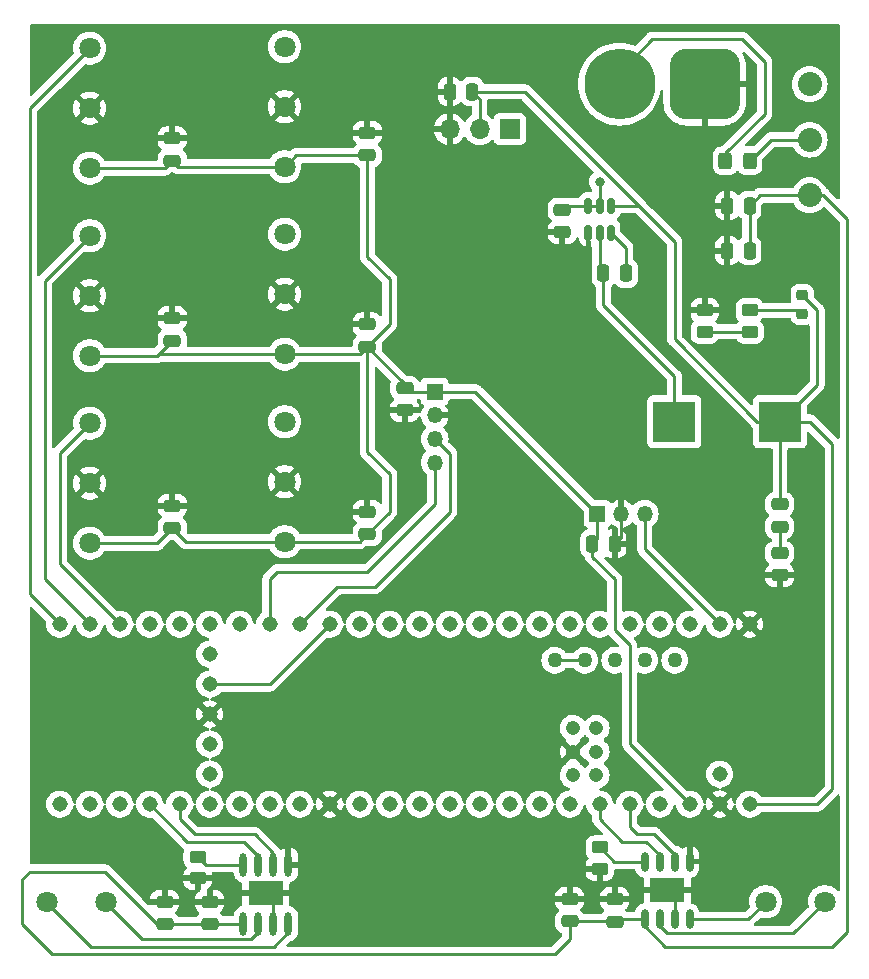
<source format=gbr>
%TF.GenerationSoftware,KiCad,Pcbnew,7.0.7*%
%TF.CreationDate,2024-02-11T13:41:50-05:00*%
%TF.ProjectId,Frosti,46726f73-7469-42e6-9b69-6361645f7063,rev?*%
%TF.SameCoordinates,Original*%
%TF.FileFunction,Copper,L1,Top*%
%TF.FilePolarity,Positive*%
%FSLAX46Y46*%
G04 Gerber Fmt 4.6, Leading zero omitted, Abs format (unit mm)*
G04 Created by KiCad (PCBNEW 7.0.7) date 2024-02-11 13:41:50*
%MOMM*%
%LPD*%
G01*
G04 APERTURE LIST*
G04 Aperture macros list*
%AMRoundRect*
0 Rectangle with rounded corners*
0 $1 Rounding radius*
0 $2 $3 $4 $5 $6 $7 $8 $9 X,Y pos of 4 corners*
0 Add a 4 corners polygon primitive as box body*
4,1,4,$2,$3,$4,$5,$6,$7,$8,$9,$2,$3,0*
0 Add four circle primitives for the rounded corners*
1,1,$1+$1,$2,$3*
1,1,$1+$1,$4,$5*
1,1,$1+$1,$6,$7*
1,1,$1+$1,$8,$9*
0 Add four rect primitives between the rounded corners*
20,1,$1+$1,$2,$3,$4,$5,0*
20,1,$1+$1,$4,$5,$6,$7,0*
20,1,$1+$1,$6,$7,$8,$9,0*
20,1,$1+$1,$8,$9,$2,$3,0*%
G04 Aperture macros list end*
%TA.AperFunction,SMDPad,CuDef*%
%ADD10RoundRect,0.250000X-0.250000X-0.475000X0.250000X-0.475000X0.250000X0.475000X-0.250000X0.475000X0*%
%TD*%
%TA.AperFunction,SMDPad,CuDef*%
%ADD11RoundRect,0.250000X-0.450000X0.262500X-0.450000X-0.262500X0.450000X-0.262500X0.450000X0.262500X0*%
%TD*%
%TA.AperFunction,SMDPad,CuDef*%
%ADD12RoundRect,0.250000X0.250000X0.475000X-0.250000X0.475000X-0.250000X-0.475000X0.250000X-0.475000X0*%
%TD*%
%TA.AperFunction,SMDPad,CuDef*%
%ADD13RoundRect,0.250000X-0.475000X0.250000X-0.475000X-0.250000X0.475000X-0.250000X0.475000X0.250000X0*%
%TD*%
%TA.AperFunction,ComponentPad*%
%ADD14C,1.803400*%
%TD*%
%TA.AperFunction,SMDPad,CuDef*%
%ADD15RoundRect,0.150000X-0.150000X0.512500X-0.150000X-0.512500X0.150000X-0.512500X0.150000X0.512500X0*%
%TD*%
%TA.AperFunction,ComponentPad*%
%ADD16R,1.700000X1.700000*%
%TD*%
%TA.AperFunction,ComponentPad*%
%ADD17O,1.700000X1.700000*%
%TD*%
%TA.AperFunction,SMDPad,CuDef*%
%ADD18RoundRect,0.250000X0.325000X0.450000X-0.325000X0.450000X-0.325000X-0.450000X0.325000X-0.450000X0*%
%TD*%
%TA.AperFunction,SMDPad,CuDef*%
%ADD19RoundRect,0.250000X0.475000X-0.250000X0.475000X0.250000X-0.475000X0.250000X-0.475000X-0.250000X0*%
%TD*%
%TA.AperFunction,SMDPad,CuDef*%
%ADD20RoundRect,0.250000X0.450000X-0.262500X0.450000X0.262500X-0.450000X0.262500X-0.450000X-0.262500X0*%
%TD*%
%TA.AperFunction,SMDPad,CuDef*%
%ADD21O,0.599999X2.000001*%
%TD*%
%TA.AperFunction,SMDPad,CuDef*%
%ADD22R,2.999999X2.130001*%
%TD*%
%TA.AperFunction,ComponentPad*%
%ADD23R,1.350000X1.350000*%
%TD*%
%TA.AperFunction,ComponentPad*%
%ADD24O,1.350000X1.350000*%
%TD*%
%TA.AperFunction,ComponentPad*%
%ADD25C,1.308000*%
%TD*%
%TA.AperFunction,ComponentPad*%
%ADD26C,1.258000*%
%TD*%
%TA.AperFunction,ComponentPad*%
%ADD27C,1.208000*%
%TD*%
%TA.AperFunction,SMDPad,CuDef*%
%ADD28O,0.599999X1.699999*%
%TD*%
%TA.AperFunction,SMDPad,CuDef*%
%ADD29RoundRect,0.218750X0.256250X-0.218750X0.256250X0.218750X-0.256250X0.218750X-0.256250X-0.218750X0*%
%TD*%
%TA.AperFunction,ComponentPad*%
%ADD30C,2.032000*%
%TD*%
%TA.AperFunction,ComponentPad*%
%ADD31RoundRect,1.500000X1.500000X1.500000X-1.500000X1.500000X-1.500000X-1.500000X1.500000X-1.500000X0*%
%TD*%
%TA.AperFunction,ComponentPad*%
%ADD32C,6.000000*%
%TD*%
%TA.AperFunction,SMDPad,CuDef*%
%ADD33R,3.550000X3.500000*%
%TD*%
%TA.AperFunction,ViaPad*%
%ADD34C,0.800000*%
%TD*%
%TA.AperFunction,Conductor*%
%ADD35C,0.250000*%
%TD*%
G04 APERTURE END LIST*
D10*
%TO.P,C19,1*%
%TO.N,GNDREF*%
X139065000Y-62230000D03*
%TO.P,C19,2*%
%TO.N,Servo 5V Source*%
X140965000Y-62230000D03*
%TD*%
D11*
%TO.P,R2,1*%
%TO.N,Net-(U10-ILIM)*%
X117722500Y-127000000D03*
%TO.P,R2,2*%
%TO.N,GNDREF*%
X117722500Y-128825000D03*
%TD*%
D12*
%TO.P,C8,1*%
%TO.N,Net-(U17-BST)*%
X153985000Y-77602500D03*
%TO.P,C8,2*%
%TO.N,Net-(U17-SW)*%
X152085000Y-77602500D03*
%TD*%
D13*
%TO.P,C14,1*%
%TO.N,GNDREF*%
X132080000Y-97795000D03*
%TO.P,C14,2*%
%TO.N,+3V3*%
X132080000Y-99695000D03*
%TD*%
D14*
%TO.P,U5,1,Vin*%
%TO.N,Net-(U4-OUT1)*%
X170815000Y-130810000D03*
%TO.P,U5,2,GND*%
%TO.N,Net-(U4-OUT2)*%
X165815000Y-130810000D03*
%TD*%
D15*
%TO.P,U17,1,FB*%
%TO.N,Servo 5V Source*%
X152715000Y-71887500D03*
%TO.P,U17,2,EN*%
%TO.N,11.1V Converter Source*%
X151765000Y-71887500D03*
%TO.P,U17,3,IN*%
X150815000Y-71887500D03*
%TO.P,U17,4,GND*%
%TO.N,GNDREF*%
X150815000Y-74162500D03*
%TO.P,U17,5,SW*%
%TO.N,Net-(U17-SW)*%
X151765000Y-74162500D03*
%TO.P,U17,6,BST*%
%TO.N,Net-(U17-BST)*%
X152715000Y-74162500D03*
%TD*%
D16*
%TO.P,Servo Motor,1,PWM*%
%TO.N,Servo PWM Signal*%
X144145000Y-65405000D03*
D17*
%TO.P,Servo Motor,2,+*%
%TO.N,Servo 5V Source*%
X141605000Y-65405000D03*
%TO.P,Servo Motor,3,-*%
%TO.N,GNDREF*%
X139065000Y-65405000D03*
%TD*%
D14*
%TO.P,U11,1,Vin*%
%TO.N,Net-(U10-OUT1)*%
X109980100Y-130810000D03*
%TO.P,U11,2,GND*%
%TO.N,Net-(U10-OUT2)*%
X104980100Y-130810000D03*
%TD*%
D13*
%TO.P,C13,1*%
%TO.N,GNDREF*%
X115570000Y-66170000D03*
%TO.P,C13,2*%
%TO.N,+3V3*%
X115570000Y-68070000D03*
%TD*%
%TO.P,C16,1*%
%TO.N,GNDREF*%
X132080000Y-81920000D03*
%TO.P,C16,2*%
%TO.N,+3V3*%
X132080000Y-83820000D03*
%TD*%
%TO.P,C10,1*%
%TO.N,Servo 5V Source*%
X167005000Y-97160000D03*
%TO.P,C10,2*%
%TO.N,Net-(C10-Pad2)*%
X167005000Y-99060000D03*
%TD*%
%TO.P,C15,1*%
%TO.N,GNDREF*%
X132080000Y-65725000D03*
%TO.P,C15,2*%
%TO.N,+3V3*%
X132080000Y-67625000D03*
%TD*%
D18*
%TO.P,F1,1*%
%TO.N,Net-(SW2-B)*%
X164465000Y-68070000D03*
%TO.P,F1,2*%
%TO.N,Net-(GND1-Pin_2)*%
X162415000Y-68070000D03*
%TD*%
D14*
%TO.P,U6,1,+5V*%
%TO.N,+3V3*%
X108585000Y-68705000D03*
%TO.P,U6,2,GND*%
%TO.N,GNDREF*%
X108585000Y-63625000D03*
%TO.P,U6,3,Signal_Out*%
%TO.N,Line Sensor 1 Data*%
X108585000Y-58545000D03*
%TD*%
D19*
%TO.P,C3,1*%
%TO.N,11.1V Converter Source*%
X118745000Y-132710000D03*
%TO.P,C3,2*%
%TO.N,GNDREF*%
X118745000Y-130810000D03*
%TD*%
D10*
%TO.P,C17,1*%
%TO.N,+3V3*%
X151135000Y-100505000D03*
%TO.P,C17,2*%
%TO.N,GNDREF*%
X153035000Y-100505000D03*
%TD*%
D20*
%TO.P,R4,1*%
%TO.N,Net-(R3-Pad2)*%
X160655000Y-82550000D03*
%TO.P,R4,2*%
%TO.N,GNDREF*%
X160655000Y-80725000D03*
%TD*%
D21*
%TO.P,U10,1,GND*%
%TO.N,GNDREF*%
X125412500Y-127675000D03*
%TO.P,U10,2,IN2*%
%TO.N,Motor Driver 2 PWM Low*%
X124142500Y-127675000D03*
%TO.P,U10,3,IN1*%
%TO.N,Motor Driver 2 PWM High*%
X122872500Y-127675000D03*
%TO.P,U10,4,ILIM*%
%TO.N,Net-(U10-ILIM)*%
X121602500Y-127675000D03*
%TO.P,U10,5,VM*%
%TO.N,11.1V Converter Source*%
X121602500Y-132675000D03*
%TO.P,U10,6,OUT1*%
%TO.N,Net-(U10-OUT1)*%
X122872500Y-132675000D03*
%TO.P,U10,7,PGND*%
%TO.N,GNDREF*%
X124142500Y-132675000D03*
%TO.P,U10,8,OUT2*%
%TO.N,Net-(U10-OUT2)*%
X125412500Y-132675000D03*
D22*
%TO.P,U10,9*%
%TO.N,GNDREF*%
X123497500Y-130085000D03*
%TD*%
D14*
%TO.P,U2,1,+5V*%
%TO.N,+3V3*%
X125095000Y-68580000D03*
%TO.P,U2,2,GND*%
%TO.N,GNDREF*%
X125095000Y-63500000D03*
%TO.P,U2,3,Signal_Out*%
%TO.N,Distance Sensor Data 2*%
X125095000Y-58420000D03*
%TD*%
D11*
%TO.P,R1,1*%
%TO.N,Net-(U4-ILIM)*%
X151765000Y-126217500D03*
%TO.P,R1,2*%
%TO.N,GNDREF*%
X151765000Y-128042500D03*
%TD*%
D14*
%TO.P,U1,1,+5V*%
%TO.N,+3V3*%
X125095000Y-84455000D03*
%TO.P,U1,2,GND*%
%TO.N,GNDREF*%
X125095000Y-79375000D03*
%TO.P,U1,3,Signal_Out*%
%TO.N,Distance Sensor Data 1*%
X125095000Y-74295000D03*
%TD*%
D10*
%TO.P,C5,1*%
%TO.N,GNDREF*%
X162565000Y-71880000D03*
%TO.P,C5,2*%
%TO.N,11.1V Converter Source*%
X164465000Y-71880000D03*
%TD*%
D13*
%TO.P,C9,1*%
%TO.N,Net-(C10-Pad2)*%
X167005000Y-101285000D03*
%TO.P,C9,2*%
%TO.N,GNDREF*%
X167005000Y-103185000D03*
%TD*%
D19*
%TO.P,C1,1*%
%TO.N,11.1V Converter Source*%
X153035000Y-132487500D03*
%TO.P,C1,2*%
%TO.N,GNDREF*%
X153035000Y-130587500D03*
%TD*%
D23*
%TO.P,IMU,1,VCC*%
%TO.N,+3V3*%
X137795000Y-87630000D03*
D24*
%TO.P,IMU,2,GND*%
%TO.N,GNDREF*%
X137795000Y-89630000D03*
%TO.P,IMU,3,SCL*%
%TO.N,IMU Clock*%
X137795000Y-91630000D03*
%TO.P,IMU,4,SDA*%
%TO.N,IMU Data*%
X137795000Y-93630000D03*
%TD*%
D25*
%TO.P,U14,0,RX1*%
%TO.N,Start Module Signal*%
X161925000Y-107315000D03*
%TO.P,U14,1,TX1*%
%TO.N,unconnected-(U14-TX1-Pad1)*%
X159385000Y-107315000D03*
%TO.P,U14,2,OUT2*%
%TO.N,unconnected-(U14-OUT2-Pad2)*%
X156845000Y-107315000D03*
%TO.P,U14,3,LRCLK2*%
%TO.N,unconnected-(U14-LRCLK2-Pad3)*%
X154305000Y-107315000D03*
%TO.P,U14,3.3V_1,3.3V*%
%TO.N,+3V3*%
X128905000Y-107315000D03*
%TO.P,U14,3.3V_2,3.3V*%
X159385000Y-122555000D03*
%TO.P,U14,3.3V_3,3.3V*%
X118745000Y-112395000D03*
%TO.P,U14,4,BCLK2*%
%TO.N,unconnected-(U14-BCLK2-Pad4)*%
X151765000Y-107315000D03*
%TO.P,U14,5,IN2*%
%TO.N,unconnected-(U14-IN2-Pad5)*%
X149225000Y-107315000D03*
D26*
%TO.P,U14,5V,5V*%
%TO.N,unconnected-(U14-Pad5V)*%
X158115000Y-110365000D03*
D25*
%TO.P,U14,6,OUT1D*%
%TO.N,Servo PWM Signal*%
X146685000Y-107315000D03*
%TO.P,U14,7,RX2*%
%TO.N,unconnected-(U14-RX2-Pad7)*%
X144145000Y-107315000D03*
%TO.P,U14,8,TX2*%
%TO.N,unconnected-(U14-TX2-Pad8)*%
X141605000Y-107315000D03*
%TO.P,U14,9,OUT1C*%
%TO.N,unconnected-(U14-OUT1C-Pad9)*%
X139065000Y-107315000D03*
%TO.P,U14,10,CS1*%
%TO.N,unconnected-(U14-CS1-Pad10)*%
X136525000Y-107315000D03*
%TO.P,U14,11,MOSI*%
%TO.N,unconnected-(U14-MOSI-Pad11)*%
X133985000Y-107315000D03*
%TO.P,U14,12,MISO*%
%TO.N,unconnected-(U14-MISO-Pad12)*%
X131445000Y-107315000D03*
%TO.P,U14,13,SCK*%
%TO.N,unconnected-(U14-SCK-Pad13)*%
X131445000Y-122555000D03*
%TO.P,U14,14,A0*%
%TO.N,unconnected-(U14-A0-Pad14)*%
X133985000Y-122555000D03*
%TO.P,U14,15,A1*%
%TO.N,unconnected-(U14-A1-Pad15)*%
X136525000Y-122555000D03*
%TO.P,U14,16,A2*%
%TO.N,unconnected-(U14-A2-Pad16)*%
X139065000Y-122555000D03*
%TO.P,U14,17,A3*%
%TO.N,unconnected-(U14-A3-Pad17)*%
X141605000Y-122555000D03*
%TO.P,U14,18,A4*%
%TO.N,unconnected-(U14-A4-Pad18)*%
X144145000Y-122555000D03*
%TO.P,U14,19,A5*%
%TO.N,unconnected-(U14-A5-Pad19)*%
X146685000Y-122555000D03*
%TO.P,U14,20,A6*%
%TO.N,unconnected-(U14-A6-Pad20)*%
X149225000Y-122555000D03*
%TO.P,U14,21,A7*%
%TO.N,Motor Driver 1 PWM High*%
X151765000Y-122555000D03*
%TO.P,U14,22,A8*%
%TO.N,Motor Driver 1 PWM Low*%
X154305000Y-122555000D03*
%TO.P,U14,23,A9*%
%TO.N,unconnected-(U14-A9-Pad23)*%
X156845000Y-122555000D03*
%TO.P,U14,24,A10*%
%TO.N,IMU Clock*%
X126365000Y-107315000D03*
%TO.P,U14,25,A11*%
%TO.N,IMU Data*%
X123825000Y-107315000D03*
%TO.P,U14,26,A12*%
%TO.N,unconnected-(U14-A12-Pad26)*%
X121285000Y-107315000D03*
%TO.P,U14,27,A13*%
%TO.N,Distance Sensor Data 3*%
X118745000Y-107315000D03*
%TO.P,U14,28,RX7*%
%TO.N,Distance Sensor Data 1*%
X116205000Y-107315000D03*
%TO.P,U14,29,TX7*%
%TO.N,Distance Sensor Data 2*%
X113665000Y-107315000D03*
%TO.P,U14,30,CRX3*%
%TO.N,Line Sensor 2 Data*%
X111125000Y-107315000D03*
%TO.P,U14,31,CTX3*%
%TO.N,Line Sensor 3 Data*%
X108585000Y-107315000D03*
%TO.P,U14,32,OUT1B*%
%TO.N,Line Sensor 1 Data*%
X106045000Y-107315000D03*
%TO.P,U14,33,MCLK2*%
%TO.N,unconnected-(U14-MCLK2-Pad33)*%
X106045000Y-122555000D03*
%TO.P,U14,34,RX8*%
%TO.N,unconnected-(U14-RX8-Pad34)*%
X108585000Y-122555000D03*
%TO.P,U14,35,TX8*%
%TO.N,unconnected-(U14-TX8-Pad35)*%
X111125000Y-122555000D03*
%TO.P,U14,36,CS2*%
%TO.N,Motor Driver 2 PWM High*%
X113665000Y-122555000D03*
%TO.P,U14,37,CS3*%
%TO.N,Motor Driver 2 PWM Low*%
X116205000Y-122555000D03*
%TO.P,U14,38,A14*%
%TO.N,unconnected-(U14-A14-Pad38)*%
X118745000Y-122555000D03*
%TO.P,U14,39,A15*%
%TO.N,unconnected-(U14-A15-Pad39)*%
X121285000Y-122555000D03*
%TO.P,U14,40,A16*%
%TO.N,unconnected-(U14-A16-Pad40)*%
X123825000Y-122555000D03*
%TO.P,U14,41,A17*%
%TO.N,unconnected-(U14-A17-Pad41)*%
X126365000Y-122555000D03*
D26*
%TO.P,U14,D+,D+*%
%TO.N,unconnected-(U14-PadD+)*%
X153035000Y-110365000D03*
%TO.P,U14,D-,D-*%
%TO.N,unconnected-(U14-PadD-)*%
X155575000Y-110365000D03*
D25*
%TO.P,U14,GND1,GND*%
%TO.N,GNDREF*%
X164465000Y-107315000D03*
%TO.P,U14,GND2,GND*%
X128905000Y-122555000D03*
%TO.P,U14,GND3,GND*%
X161925000Y-122555000D03*
%TO.P,U14,GND4,GND*%
X118745000Y-114935000D03*
D27*
%TO.P,U14,GND5,GND*%
X149495000Y-118105000D03*
%TO.P,U14,LED,LED*%
%TO.N,unconnected-(U14-PadLED)*%
X151495000Y-118105000D03*
D25*
%TO.P,U14,ON/OFF,ON/OFF*%
%TO.N,unconnected-(U14-PadON{slash}OFF)*%
X118745000Y-120015000D03*
%TO.P,U14,PROGRAM,PROGRAM*%
%TO.N,unconnected-(U14-PadPROGRAM)*%
X118745000Y-117475000D03*
D27*
%TO.P,U14,R+,R+*%
%TO.N,unconnected-(U14-PadR+)*%
X151495000Y-120105000D03*
%TO.P,U14,R-,R-*%
%TO.N,unconnected-(U14-PadR-)*%
X149495000Y-120105000D03*
%TO.P,U14,T+,T+*%
%TO.N,unconnected-(U14-PadT+)*%
X149495000Y-116105000D03*
%TO.P,U14,T-,T-*%
%TO.N,unconnected-(U14-PadT-)*%
X151495000Y-116105000D03*
D26*
%TO.P,U14,USB_GND1,USB_GND*%
%TO.N,Net-(U14-USB_GND-PadUSB_GND1)*%
X150495000Y-110365000D03*
%TO.P,U14,USB_GND2,USB_GND*%
X147955000Y-110365000D03*
D25*
%TO.P,U14,VBAT,VBAT*%
%TO.N,unconnected-(U14-PadVBAT)*%
X118745000Y-109855000D03*
%TO.P,U14,VIN,VIN*%
%TO.N,Servo 5V Source*%
X164465000Y-122555000D03*
%TO.P,U14,VUSB,VUSB*%
%TO.N,unconnected-(U14-PadVUSB)*%
X161925000Y-120015000D03*
%TD*%
D13*
%TO.P,C7,1*%
%TO.N,11.1V Converter Source*%
X148590000Y-72207500D03*
%TO.P,C7,2*%
%TO.N,GNDREF*%
X148590000Y-74107500D03*
%TD*%
D28*
%TO.P,U4,1,GND*%
%TO.N,GNDREF*%
X159385000Y-127407500D03*
%TO.P,U4,2,IN2*%
%TO.N,Motor Driver 1 PWM Low*%
X158115000Y-127407500D03*
%TO.P,U4,3,IN1*%
%TO.N,Motor Driver 1 PWM High*%
X156845000Y-127407500D03*
%TO.P,U4,4,ILIM*%
%TO.N,Net-(U4-ILIM)*%
X155575000Y-127407500D03*
%TO.P,U4,5,VM*%
%TO.N,11.1V Converter Source*%
X155575000Y-132307500D03*
%TO.P,U4,6,OUT1*%
%TO.N,Net-(U4-OUT1)*%
X156845000Y-132307500D03*
%TO.P,U4,7,PGND*%
%TO.N,GNDREF*%
X158115000Y-132307500D03*
%TO.P,U4,8,OUT2*%
%TO.N,Net-(U4-OUT2)*%
X159385000Y-132307500D03*
D22*
%TO.P,U4,9*%
%TO.N,GNDREF*%
X157500000Y-129837500D03*
%TD*%
D13*
%TO.P,C12,1*%
%TO.N,GNDREF*%
X115570000Y-97280000D03*
%TO.P,C12,2*%
%TO.N,+3V3*%
X115570000Y-99180000D03*
%TD*%
D29*
%TO.P,D1,1,K*%
%TO.N,Net-(D1-K)*%
X168910000Y-81030000D03*
%TO.P,D1,2,A*%
%TO.N,Servo 5V Source*%
X168910000Y-79455000D03*
%TD*%
D12*
%TO.P,C6,1*%
%TO.N,11.1V Converter Source*%
X164460000Y-75690000D03*
%TO.P,C6,2*%
%TO.N,GNDREF*%
X162560000Y-75690000D03*
%TD*%
D19*
%TO.P,C2,1*%
%TO.N,11.1V Converter Source*%
X149225000Y-132482500D03*
%TO.P,C2,2*%
%TO.N,GNDREF*%
X149225000Y-130582500D03*
%TD*%
D30*
%TO.P,SW2,1,A*%
%TO.N,11.1V Converter Source*%
X169545000Y-70995001D03*
%TO.P,SW2,2,B*%
%TO.N,Net-(SW2-B)*%
X169545000Y-66295000D03*
%TO.P,SW2,3*%
%TO.N,N/C*%
X169545000Y-61595000D03*
%TD*%
D19*
%TO.P,C4,1*%
%TO.N,11.1V Converter Source*%
X114935000Y-132710000D03*
%TO.P,C4,2*%
%TO.N,GNDREF*%
X114935000Y-130810000D03*
%TD*%
D14*
%TO.P,U3,1,+5V*%
%TO.N,+3V3*%
X125095000Y-100330000D03*
%TO.P,U3,2,GND*%
%TO.N,GNDREF*%
X125095000Y-95250000D03*
%TO.P,U3,3,Signal_Out*%
%TO.N,Distance Sensor Data 3*%
X125095000Y-90170000D03*
%TD*%
D31*
%TO.P,GND1,1,Pin_1*%
%TO.N,GNDREF*%
X160655000Y-61595000D03*
D32*
%TO.P,GND1,2,Pin_2*%
%TO.N,Net-(GND1-Pin_2)*%
X153455000Y-61595000D03*
%TD*%
D13*
%TO.P,C18,1*%
%TO.N,+3V3*%
X135255000Y-87285000D03*
%TO.P,C18,2*%
%TO.N,GNDREF*%
X135255000Y-89185000D03*
%TD*%
D33*
%TO.P,L1,1,1*%
%TO.N,Net-(U17-SW)*%
X158085000Y-90170000D03*
%TO.P,L1,2,2*%
%TO.N,Servo 5V Source*%
X167035000Y-90170000D03*
%TD*%
D14*
%TO.P,U8,1,+5V*%
%TO.N,+3V3*%
X108585000Y-100455000D03*
%TO.P,U8,2,GND*%
%TO.N,GNDREF*%
X108585000Y-95375000D03*
%TO.P,U8,3,Signal_Out*%
%TO.N,Line Sensor 2 Data*%
X108585000Y-90295000D03*
%TD*%
D23*
%TO.P,Start Module,1,5V*%
%TO.N,+3V3*%
X151575000Y-97965000D03*
D24*
%TO.P,Start Module,2,GND*%
%TO.N,GNDREF*%
X153575000Y-97965000D03*
%TO.P,Start Module,3,Signal*%
%TO.N,Start Module Signal*%
X155575000Y-97965000D03*
%TD*%
D13*
%TO.P,C11,1*%
%TO.N,GNDREF*%
X115570000Y-81405000D03*
%TO.P,C11,2*%
%TO.N,+3V3*%
X115570000Y-83305000D03*
%TD*%
D11*
%TO.P,R3,1*%
%TO.N,Net-(D1-K)*%
X164465000Y-80725000D03*
%TO.P,R3,2*%
%TO.N,Net-(R3-Pad2)*%
X164465000Y-82550000D03*
%TD*%
D14*
%TO.P,U7,1,+5V*%
%TO.N,+3V3*%
X108585000Y-84580000D03*
%TO.P,U7,2,GND*%
%TO.N,GNDREF*%
X108585000Y-79500000D03*
%TO.P,U7,3,Signal_Out*%
%TO.N,Line Sensor 3 Data*%
X108585000Y-74420000D03*
%TD*%
D34*
%TO.N,11.1V Converter Source*%
X151765000Y-69850000D03*
%TD*%
D35*
%TO.N,11.1V Converter Source*%
X157337500Y-134620000D02*
X155575000Y-132857500D01*
X102870000Y-132715000D02*
X102870000Y-128905000D01*
X150815000Y-71887500D02*
X151765000Y-71887500D01*
X172720000Y-73025000D02*
X172720000Y-133350000D01*
X118745000Y-132710000D02*
X114935000Y-132710000D01*
X149225000Y-133985000D02*
X147955000Y-135255000D01*
X149225000Y-132482500D02*
X149225000Y-133985000D01*
X164460000Y-75690000D02*
X164460000Y-71885000D01*
X151765000Y-69850000D02*
X151765000Y-71887500D01*
X164465000Y-71880000D02*
X165349999Y-70995001D01*
X103505000Y-128270000D02*
X109855000Y-128270000D01*
X118780000Y-132675000D02*
X121602500Y-132675000D01*
X155575000Y-132857500D02*
X155575000Y-132307500D01*
X165349999Y-70995001D02*
X169545000Y-70995001D01*
X147955000Y-135255000D02*
X105410000Y-135255000D01*
X153035000Y-132487500D02*
X153215000Y-132307500D01*
X105410000Y-135255000D02*
X102870000Y-132715000D01*
X109855000Y-128270000D02*
X114295000Y-132710000D01*
X149225000Y-132482500D02*
X153030000Y-132482500D01*
X164460000Y-71885000D02*
X164465000Y-71880000D01*
X153030000Y-132482500D02*
X153035000Y-132487500D01*
X172720000Y-133350000D02*
X171450000Y-134620000D01*
X114295000Y-132710000D02*
X114935000Y-132710000D01*
X102870000Y-128905000D02*
X103505000Y-128270000D01*
X170690001Y-70995001D02*
X172720000Y-73025000D01*
X153215000Y-132307500D02*
X155575000Y-132307500D01*
X169545000Y-70995001D02*
X170690001Y-70995001D01*
X118745000Y-132710000D02*
X118780000Y-132675000D01*
X171450000Y-134620000D02*
X157337500Y-134620000D01*
X148910000Y-71887500D02*
X148590000Y-72207500D01*
X150815000Y-71887500D02*
X148910000Y-71887500D01*
%TO.N,GNDREF*%
X158115000Y-132307500D02*
X158115000Y-130492500D01*
X153575000Y-99965000D02*
X153035000Y-100505000D01*
X158115000Y-130492500D02*
X157480000Y-129857500D01*
X124142500Y-132675000D02*
X124142500Y-130810000D01*
X153575000Y-97965000D02*
X153575000Y-99965000D01*
X159385000Y-127407500D02*
X159385000Y-127952500D01*
X132080000Y-65725000D02*
X132400000Y-65405000D01*
X124142500Y-130810000D02*
X123507500Y-130175000D01*
X125412500Y-127675000D02*
X125412500Y-128270000D01*
X148645000Y-74162500D02*
X148590000Y-74107500D01*
X150760000Y-74107500D02*
X150815000Y-74162500D01*
X153030000Y-130582500D02*
X153035000Y-130587500D01*
X162565000Y-71880000D02*
X162560000Y-71885000D01*
%TO.N,Net-(U17-BST)*%
X153985000Y-75432500D02*
X152715000Y-74162500D01*
X153985000Y-77602500D02*
X153985000Y-75432500D01*
%TO.N,Net-(U17-SW)*%
X152085000Y-77602500D02*
X152085000Y-80330000D01*
X152085000Y-77602500D02*
X151765000Y-77282500D01*
X158085000Y-86330000D02*
X158085000Y-90170000D01*
X152085000Y-80330000D02*
X158085000Y-86330000D01*
X151765000Y-77282500D02*
X151765000Y-74162500D01*
%TO.N,Net-(C10-Pad2)*%
X167005000Y-99060000D02*
X167005000Y-101285000D01*
%TO.N,Servo 5V Source*%
X167035000Y-90170000D02*
X165100000Y-90170000D01*
X167035000Y-90170000D02*
X170180000Y-87025000D01*
X158115000Y-74930000D02*
X155072500Y-71887500D01*
X169545000Y-90170000D02*
X171450000Y-92075000D01*
X141605000Y-62870000D02*
X141605000Y-65405000D01*
X171450000Y-92075000D02*
X171450000Y-121285000D01*
X170180000Y-87025000D02*
X170180000Y-80725000D01*
X167005000Y-97160000D02*
X167035000Y-97130000D01*
X167035000Y-97130000D02*
X167035000Y-90170000D01*
X140965000Y-62230000D02*
X141605000Y-62870000D01*
X171450000Y-121285000D02*
X170180000Y-122555000D01*
X155072500Y-71887500D02*
X152715000Y-71887500D01*
X140965000Y-62230000D02*
X145415000Y-62230000D01*
X158115000Y-83185000D02*
X158115000Y-74930000D01*
X170180000Y-80725000D02*
X168910000Y-79455000D01*
X170180000Y-122555000D02*
X164465000Y-122555000D01*
X167035000Y-90170000D02*
X169545000Y-90170000D01*
X145415000Y-62230000D02*
X155072500Y-71887500D01*
X165100000Y-90170000D02*
X158115000Y-83185000D01*
%TO.N,Net-(U4-ILIM)*%
X151765000Y-126217500D02*
X152955000Y-127407500D01*
X152955000Y-127407500D02*
X155575000Y-127407500D01*
%TO.N,Net-(U10-ILIM)*%
X118397500Y-127675000D02*
X117722500Y-127000000D01*
X121602500Y-127675000D02*
X118397500Y-127675000D01*
%TO.N,+3V3*%
X151135000Y-100505000D02*
X151135000Y-101605000D01*
X108585000Y-84580000D02*
X114295000Y-84580000D01*
X114295000Y-100455000D02*
X115570000Y-99180000D01*
X151575000Y-97965000D02*
X151575000Y-100065000D01*
X131445000Y-100330000D02*
X132080000Y-99695000D01*
X135255000Y-87285000D02*
X135255000Y-86995000D01*
X135255000Y-86995000D02*
X132080000Y-83820000D01*
X133985000Y-81915000D02*
X133985000Y-78105000D01*
X154305000Y-109117920D02*
X154305000Y-117475000D01*
X115570000Y-68070000D02*
X116080000Y-68580000D01*
X125095000Y-100330000D02*
X131445000Y-100330000D01*
X116080000Y-68580000D02*
X125095000Y-68580000D01*
X108585000Y-100455000D02*
X114295000Y-100455000D01*
X132080000Y-92710000D02*
X132080000Y-83820000D01*
X114420000Y-84455000D02*
X114295000Y-84580000D01*
X135600000Y-87630000D02*
X137795000Y-87630000D01*
X125095000Y-84455000D02*
X131445000Y-84455000D01*
X153035000Y-103505000D02*
X153035000Y-107847920D01*
X133985000Y-94615000D02*
X132080000Y-92710000D01*
X132080000Y-76200000D02*
X132080000Y-67625000D01*
X151135000Y-101605000D02*
X153035000Y-103505000D01*
X132080000Y-83820000D02*
X133985000Y-81915000D01*
X137795000Y-87630000D02*
X141240000Y-87630000D01*
X114295000Y-84580000D02*
X115570000Y-83305000D01*
X123825000Y-112395000D02*
X128905000Y-107315000D01*
X125095000Y-84455000D02*
X114420000Y-84455000D01*
X135255000Y-87285000D02*
X135600000Y-87630000D01*
X131445000Y-84455000D02*
X132080000Y-83820000D01*
X116720000Y-100330000D02*
X125095000Y-100330000D01*
X114935000Y-68705000D02*
X115570000Y-68070000D01*
X108585000Y-68705000D02*
X114935000Y-68705000D01*
X133985000Y-78105000D02*
X132080000Y-76200000D01*
X141240000Y-87630000D02*
X151575000Y-97965000D01*
X126050000Y-67625000D02*
X132080000Y-67625000D01*
X153035000Y-107847920D02*
X154305000Y-109117920D01*
X133985000Y-97790000D02*
X133985000Y-94615000D01*
X118745000Y-112395000D02*
X123825000Y-112395000D01*
X132080000Y-99695000D02*
X133985000Y-97790000D01*
X154305000Y-117475000D02*
X159385000Y-122555000D01*
X125095000Y-68580000D02*
X126050000Y-67625000D01*
X151575000Y-100065000D02*
X151135000Y-100505000D01*
X115570000Y-99180000D02*
X116720000Y-100330000D01*
%TO.N,Motor Driver 1 PWM Low*%
X154305000Y-124460000D02*
X154305000Y-122555000D01*
X158115000Y-127407500D02*
X158115000Y-126857500D01*
X154940000Y-125095000D02*
X154305000Y-124460000D01*
X156352500Y-125095000D02*
X154940000Y-125095000D01*
X158115000Y-126857500D02*
X156352500Y-125095000D01*
%TO.N,Motor Driver 1 PWM High*%
X155717500Y-125730000D02*
X153670000Y-125730000D01*
X156845000Y-127407500D02*
X156845000Y-126857500D01*
X153670000Y-125730000D02*
X151765000Y-123825000D01*
X151765000Y-123825000D02*
X151765000Y-122555000D01*
X156845000Y-126857500D02*
X155717500Y-125730000D01*
%TO.N,Net-(U4-OUT1)*%
X170815000Y-130810000D02*
X168142500Y-133482500D01*
X156845000Y-132857500D02*
X156845000Y-132307500D01*
X168142500Y-133482500D02*
X157470000Y-133482500D01*
X157470000Y-133482500D02*
X156845000Y-132857500D01*
%TO.N,Net-(U4-OUT2)*%
X164317500Y-132307500D02*
X159385000Y-132307500D01*
X165815000Y-130810000D02*
X164317500Y-132307500D01*
%TO.N,Line Sensor 1 Data*%
X103505000Y-104775000D02*
X103505000Y-63625000D01*
X103505000Y-63625000D02*
X108585000Y-58545000D01*
X106045000Y-107315000D02*
X103505000Y-104775000D01*
%TO.N,Line Sensor 3 Data*%
X104775000Y-103505000D02*
X104775000Y-78230000D01*
X104775000Y-78230000D02*
X108585000Y-74420000D01*
X108585000Y-107315000D02*
X104775000Y-103505000D01*
%TO.N,Line Sensor 2 Data*%
X111125000Y-107315000D02*
X106045000Y-102235000D01*
X106045000Y-92835000D02*
X108585000Y-90295000D01*
X106045000Y-102235000D02*
X106045000Y-92835000D01*
%TO.N,IMU Clock*%
X137795000Y-91630000D02*
X139065000Y-92900000D01*
X132715000Y-104140000D02*
X129540000Y-104140000D01*
X139065000Y-92900000D02*
X139065000Y-97790000D01*
X129540000Y-104140000D02*
X126365000Y-107315000D01*
X139065000Y-97790000D02*
X132715000Y-104140000D01*
%TO.N,IMU Data*%
X137795000Y-97155000D02*
X137795000Y-93630000D01*
X132080000Y-102870000D02*
X137795000Y-97155000D01*
X124460000Y-102870000D02*
X132080000Y-102870000D01*
X123825000Y-103505000D02*
X124460000Y-102870000D01*
X123825000Y-107315000D02*
X123825000Y-103505000D01*
%TO.N,Motor Driver 2 PWM Low*%
X124142500Y-126682500D02*
X122555000Y-125095000D01*
X122555000Y-125095000D02*
X117475000Y-125095000D01*
X116205000Y-123825000D02*
X116205000Y-122555000D01*
X117475000Y-125095000D02*
X116205000Y-123825000D01*
X124142500Y-127675000D02*
X124142500Y-126682500D01*
%TO.N,Motor Driver 2 PWM High*%
X122872500Y-126974999D02*
X121627501Y-125730000D01*
X121627501Y-125730000D02*
X116840000Y-125730000D01*
X116840000Y-125730000D02*
X113665000Y-122555000D01*
X122872500Y-127675000D02*
X122872500Y-126974999D01*
%TO.N,Net-(U10-OUT1)*%
X121328616Y-133985000D02*
X121343617Y-134000001D01*
X121343617Y-134000001D02*
X122222499Y-134000001D01*
X122872500Y-133350000D02*
X122872500Y-132675000D01*
X109980100Y-130934999D02*
X113030101Y-133985000D01*
X122222499Y-134000001D02*
X122872500Y-133350000D01*
X113030101Y-133985000D02*
X121328616Y-133985000D01*
%TO.N,Net-(U10-OUT2)*%
X104980100Y-130934999D02*
X108665101Y-134620000D01*
X108665101Y-134620000D02*
X124167501Y-134620000D01*
X124167501Y-134620000D02*
X125412500Y-133375001D01*
X125412500Y-133375001D02*
X125412500Y-132675000D01*
%TO.N,Net-(U14-USB_GND-PadUSB_GND1)*%
X147955000Y-110365000D02*
X150495000Y-110365000D01*
%TO.N,Start Module Signal*%
X155575000Y-97965000D02*
X155575000Y-100965000D01*
X155575000Y-100965000D02*
X161925000Y-107315000D01*
%TO.N,Net-(GND1-Pin_2)*%
X162415000Y-67455000D02*
X162415000Y-68070000D01*
X153455000Y-60540000D02*
X156210000Y-57785000D01*
X156210000Y-57785000D02*
X163830000Y-57785000D01*
X163830000Y-57785000D02*
X165735000Y-59690000D01*
X165735000Y-64135000D02*
X162415000Y-67455000D01*
X165735000Y-59690000D02*
X165735000Y-64135000D01*
X153455000Y-61595000D02*
X153455000Y-60540000D01*
%TO.N,Net-(SW2-B)*%
X166240000Y-66295000D02*
X169545000Y-66295000D01*
X164465000Y-68070000D02*
X166240000Y-66295000D01*
%TO.N,Net-(D1-K)*%
X164465000Y-80725000D02*
X168605000Y-80725000D01*
X168605000Y-80725000D02*
X168910000Y-81030000D01*
%TO.N,Net-(R3-Pad2)*%
X164465000Y-82550000D02*
X160655000Y-82550000D01*
%TD*%
%TA.AperFunction,Conductor*%
%TO.N,GNDREF*%
G36*
X103710203Y-105865239D02*
G01*
X103716675Y-105871266D01*
X104379293Y-106533884D01*
X104867702Y-107022293D01*
X104901187Y-107083616D01*
X104903492Y-107121415D01*
X104885554Y-107314999D01*
X104885554Y-107315000D01*
X104905295Y-107528047D01*
X104905296Y-107528050D01*
X104963846Y-107733835D01*
X104963849Y-107733841D01*
X104992359Y-107791096D01*
X105059219Y-107925370D01*
X105188159Y-108096114D01*
X105346278Y-108240258D01*
X105346283Y-108240261D01*
X105346286Y-108240263D01*
X105528186Y-108352891D01*
X105528187Y-108352891D01*
X105528190Y-108352893D01*
X105727703Y-108430185D01*
X105938020Y-108469500D01*
X105938022Y-108469500D01*
X106151978Y-108469500D01*
X106151980Y-108469500D01*
X106362297Y-108430185D01*
X106561810Y-108352893D01*
X106743722Y-108240258D01*
X106901841Y-108096114D01*
X107030781Y-107925370D01*
X107126151Y-107733840D01*
X107126151Y-107733837D01*
X107126153Y-107733835D01*
X107177590Y-107553050D01*
X107184704Y-107528048D01*
X107191529Y-107454394D01*
X107217315Y-107389457D01*
X107274116Y-107348770D01*
X107343897Y-107345250D01*
X107404503Y-107380015D01*
X107436693Y-107442028D01*
X107438471Y-107454395D01*
X107445295Y-107528047D01*
X107445296Y-107528050D01*
X107503846Y-107733835D01*
X107503849Y-107733841D01*
X107532359Y-107791096D01*
X107599219Y-107925370D01*
X107728159Y-108096114D01*
X107886278Y-108240258D01*
X107886283Y-108240261D01*
X107886286Y-108240263D01*
X108068186Y-108352891D01*
X108068187Y-108352891D01*
X108068190Y-108352893D01*
X108267703Y-108430185D01*
X108478020Y-108469500D01*
X108478022Y-108469500D01*
X108691978Y-108469500D01*
X108691980Y-108469500D01*
X108902297Y-108430185D01*
X109101810Y-108352893D01*
X109283722Y-108240258D01*
X109441841Y-108096114D01*
X109570781Y-107925370D01*
X109666151Y-107733840D01*
X109666151Y-107733837D01*
X109666153Y-107733835D01*
X109717590Y-107553050D01*
X109724704Y-107528048D01*
X109731529Y-107454394D01*
X109757315Y-107389457D01*
X109814116Y-107348770D01*
X109883897Y-107345250D01*
X109944503Y-107380015D01*
X109976693Y-107442028D01*
X109978471Y-107454395D01*
X109985295Y-107528047D01*
X109985296Y-107528050D01*
X110043846Y-107733835D01*
X110043849Y-107733841D01*
X110072359Y-107791096D01*
X110139219Y-107925370D01*
X110268159Y-108096114D01*
X110426278Y-108240258D01*
X110426283Y-108240261D01*
X110426286Y-108240263D01*
X110608186Y-108352891D01*
X110608187Y-108352891D01*
X110608190Y-108352893D01*
X110807703Y-108430185D01*
X111018020Y-108469500D01*
X111018022Y-108469500D01*
X111231978Y-108469500D01*
X111231980Y-108469500D01*
X111442297Y-108430185D01*
X111641810Y-108352893D01*
X111823722Y-108240258D01*
X111981841Y-108096114D01*
X112110781Y-107925370D01*
X112206151Y-107733840D01*
X112206151Y-107733837D01*
X112206153Y-107733835D01*
X112257590Y-107553050D01*
X112264704Y-107528048D01*
X112271529Y-107454394D01*
X112297315Y-107389457D01*
X112354116Y-107348770D01*
X112423897Y-107345250D01*
X112484503Y-107380015D01*
X112516693Y-107442028D01*
X112518471Y-107454395D01*
X112525295Y-107528047D01*
X112525296Y-107528050D01*
X112583846Y-107733835D01*
X112583849Y-107733841D01*
X112612359Y-107791096D01*
X112679219Y-107925370D01*
X112808159Y-108096114D01*
X112966278Y-108240258D01*
X112966283Y-108240261D01*
X112966286Y-108240263D01*
X113148186Y-108352891D01*
X113148187Y-108352891D01*
X113148190Y-108352893D01*
X113347703Y-108430185D01*
X113558020Y-108469500D01*
X113558022Y-108469500D01*
X113771978Y-108469500D01*
X113771980Y-108469500D01*
X113982297Y-108430185D01*
X114181810Y-108352893D01*
X114363722Y-108240258D01*
X114521841Y-108096114D01*
X114650781Y-107925370D01*
X114746151Y-107733840D01*
X114746151Y-107733837D01*
X114746153Y-107733835D01*
X114797590Y-107553050D01*
X114804704Y-107528048D01*
X114811529Y-107454394D01*
X114837315Y-107389457D01*
X114894116Y-107348770D01*
X114963897Y-107345250D01*
X115024503Y-107380015D01*
X115056693Y-107442028D01*
X115058471Y-107454395D01*
X115065295Y-107528047D01*
X115065296Y-107528050D01*
X115123846Y-107733835D01*
X115123849Y-107733841D01*
X115152359Y-107791096D01*
X115219219Y-107925370D01*
X115348159Y-108096114D01*
X115506278Y-108240258D01*
X115506283Y-108240261D01*
X115506286Y-108240263D01*
X115688186Y-108352891D01*
X115688187Y-108352891D01*
X115688190Y-108352893D01*
X115887703Y-108430185D01*
X116098020Y-108469500D01*
X116098022Y-108469500D01*
X116311978Y-108469500D01*
X116311980Y-108469500D01*
X116522297Y-108430185D01*
X116721810Y-108352893D01*
X116903722Y-108240258D01*
X117061841Y-108096114D01*
X117190781Y-107925370D01*
X117286151Y-107733840D01*
X117286151Y-107733837D01*
X117286153Y-107733835D01*
X117337590Y-107553050D01*
X117344704Y-107528048D01*
X117351529Y-107454394D01*
X117377315Y-107389457D01*
X117434116Y-107348770D01*
X117503897Y-107345250D01*
X117564503Y-107380015D01*
X117596693Y-107442028D01*
X117598471Y-107454395D01*
X117605295Y-107528047D01*
X117605296Y-107528050D01*
X117663846Y-107733835D01*
X117663849Y-107733841D01*
X117692359Y-107791096D01*
X117759219Y-107925370D01*
X117888159Y-108096114D01*
X118046278Y-108240258D01*
X118046283Y-108240261D01*
X118046286Y-108240263D01*
X118228186Y-108352891D01*
X118228187Y-108352891D01*
X118228190Y-108352893D01*
X118427703Y-108430185D01*
X118603845Y-108463111D01*
X118666125Y-108494779D01*
X118701398Y-108555092D01*
X118698464Y-108624900D01*
X118658255Y-108682040D01*
X118603845Y-108706888D01*
X118427703Y-108739815D01*
X118333032Y-108776491D01*
X118228192Y-108817106D01*
X118228186Y-108817108D01*
X118046286Y-108929736D01*
X118046283Y-108929738D01*
X118046279Y-108929740D01*
X118046278Y-108929742D01*
X117890559Y-109071698D01*
X117888158Y-109073887D01*
X117759219Y-109244629D01*
X117663849Y-109436158D01*
X117663846Y-109436164D01*
X117605296Y-109641949D01*
X117605295Y-109641952D01*
X117585554Y-109854999D01*
X117585554Y-109855000D01*
X117605295Y-110068047D01*
X117605296Y-110068050D01*
X117663846Y-110273835D01*
X117663849Y-110273840D01*
X117759219Y-110465370D01*
X117888159Y-110636114D01*
X118046278Y-110780258D01*
X118046283Y-110780261D01*
X118046286Y-110780263D01*
X118228186Y-110892891D01*
X118228187Y-110892891D01*
X118228190Y-110892893D01*
X118427703Y-110970185D01*
X118603845Y-111003111D01*
X118666125Y-111034779D01*
X118701398Y-111095092D01*
X118698464Y-111164900D01*
X118658255Y-111222040D01*
X118603845Y-111246888D01*
X118427703Y-111279815D01*
X118389988Y-111294426D01*
X118228192Y-111357106D01*
X118228186Y-111357108D01*
X118046286Y-111469736D01*
X118046283Y-111469738D01*
X118046279Y-111469740D01*
X118046278Y-111469742D01*
X117888159Y-111613886D01*
X117888158Y-111613887D01*
X117759219Y-111784629D01*
X117663849Y-111976158D01*
X117663846Y-111976164D01*
X117605296Y-112181949D01*
X117605295Y-112181952D01*
X117585554Y-112394999D01*
X117585554Y-112395000D01*
X117605295Y-112608047D01*
X117605296Y-112608050D01*
X117663846Y-112813835D01*
X117663849Y-112813841D01*
X117743408Y-112973617D01*
X117759219Y-113005370D01*
X117888159Y-113176114D01*
X118046278Y-113320258D01*
X118046283Y-113320261D01*
X118046286Y-113320263D01*
X118228186Y-113432891D01*
X118228187Y-113432891D01*
X118228190Y-113432893D01*
X118427703Y-113510185D01*
X118605205Y-113543366D01*
X118667485Y-113575033D01*
X118702758Y-113635345D01*
X118699824Y-113705154D01*
X118659615Y-113762294D01*
X118605204Y-113787143D01*
X118427837Y-113820299D01*
X118228415Y-113897555D01*
X118125085Y-113961533D01*
X118561133Y-114397580D01*
X118594618Y-114458903D01*
X118589634Y-114528594D01*
X118547763Y-114584528D01*
X118529748Y-114595745D01*
X118506956Y-114607358D01*
X118506949Y-114607363D01*
X118417363Y-114696949D01*
X118417358Y-114696956D01*
X118405745Y-114719748D01*
X118357770Y-114770544D01*
X118289949Y-114787338D01*
X118223814Y-114764800D01*
X118207580Y-114751133D01*
X117768980Y-114312532D01*
X117768979Y-114312532D01*
X117759646Y-114324894D01*
X117759644Y-114324896D01*
X117664321Y-114516330D01*
X117664315Y-114516345D01*
X117605789Y-114722043D01*
X117605788Y-114722045D01*
X117586056Y-114934999D01*
X117586056Y-114935000D01*
X117605788Y-115147954D01*
X117605789Y-115147956D01*
X117664315Y-115353654D01*
X117664321Y-115353669D01*
X117759646Y-115545106D01*
X117768980Y-115557466D01*
X118207580Y-115118866D01*
X118268903Y-115085381D01*
X118338594Y-115090365D01*
X118394528Y-115132236D01*
X118405742Y-115150246D01*
X118417359Y-115173045D01*
X118417361Y-115173047D01*
X118417363Y-115173050D01*
X118506949Y-115262636D01*
X118506951Y-115262637D01*
X118506955Y-115262641D01*
X118529747Y-115274254D01*
X118580542Y-115322228D01*
X118597337Y-115390049D01*
X118574799Y-115456184D01*
X118561132Y-115472419D01*
X118125085Y-115908465D01*
X118228415Y-115972444D01*
X118228416Y-115972445D01*
X118427836Y-116049700D01*
X118605204Y-116082856D01*
X118667485Y-116114524D01*
X118702758Y-116174836D01*
X118699824Y-116244644D01*
X118659616Y-116301785D01*
X118605205Y-116326634D01*
X118518851Y-116342776D01*
X118427703Y-116359815D01*
X118301533Y-116408693D01*
X118228192Y-116437106D01*
X118228186Y-116437108D01*
X118046286Y-116549736D01*
X118046283Y-116549738D01*
X118046279Y-116549740D01*
X118046278Y-116549742D01*
X117893590Y-116688935D01*
X117888158Y-116693887D01*
X117759219Y-116864629D01*
X117663849Y-117056158D01*
X117663846Y-117056164D01*
X117605296Y-117261949D01*
X117605295Y-117261952D01*
X117585554Y-117474999D01*
X117585554Y-117475000D01*
X117605295Y-117688047D01*
X117605296Y-117688050D01*
X117663846Y-117893835D01*
X117663849Y-117893841D01*
X117703956Y-117974386D01*
X117759219Y-118085370D01*
X117888159Y-118256114D01*
X118046278Y-118400258D01*
X118046283Y-118400261D01*
X118046286Y-118400263D01*
X118228186Y-118512891D01*
X118228187Y-118512891D01*
X118228190Y-118512893D01*
X118427703Y-118590185D01*
X118603845Y-118623111D01*
X118666125Y-118654779D01*
X118701398Y-118715092D01*
X118698464Y-118784900D01*
X118658255Y-118842040D01*
X118603845Y-118866888D01*
X118427703Y-118899815D01*
X118301533Y-118948693D01*
X118228192Y-118977106D01*
X118228186Y-118977108D01*
X118046286Y-119089736D01*
X118046283Y-119089738D01*
X118046279Y-119089740D01*
X118046278Y-119089742D01*
X117903595Y-119219814D01*
X117888158Y-119233887D01*
X117759219Y-119404629D01*
X117663849Y-119596158D01*
X117663846Y-119596164D01*
X117605296Y-119801949D01*
X117605295Y-119801952D01*
X117585554Y-120014999D01*
X117585554Y-120015000D01*
X117605295Y-120228047D01*
X117605296Y-120228050D01*
X117663846Y-120433835D01*
X117663849Y-120433841D01*
X117759219Y-120625369D01*
X117759219Y-120625370D01*
X117888159Y-120796114D01*
X118046278Y-120940258D01*
X118046283Y-120940261D01*
X118046286Y-120940263D01*
X118228186Y-121052891D01*
X118228187Y-121052891D01*
X118228190Y-121052893D01*
X118427703Y-121130185D01*
X118603845Y-121163111D01*
X118666125Y-121194779D01*
X118701398Y-121255092D01*
X118698464Y-121324900D01*
X118658255Y-121382040D01*
X118603845Y-121406888D01*
X118427703Y-121439815D01*
X118373287Y-121460896D01*
X118228192Y-121517106D01*
X118228186Y-121517108D01*
X118046286Y-121629736D01*
X118046283Y-121629738D01*
X118046279Y-121629740D01*
X118046278Y-121629742D01*
X117905222Y-121758331D01*
X117888158Y-121773887D01*
X117759219Y-121944629D01*
X117663849Y-122136158D01*
X117663846Y-122136164D01*
X117605296Y-122341949D01*
X117605295Y-122341952D01*
X117598471Y-122415604D01*
X117572685Y-122480542D01*
X117515884Y-122521229D01*
X117446103Y-122524749D01*
X117385497Y-122489984D01*
X117353307Y-122427971D01*
X117351529Y-122415604D01*
X117344704Y-122341952D01*
X117344703Y-122341949D01*
X117286153Y-122136164D01*
X117286150Y-122136158D01*
X117268121Y-122099950D01*
X117190781Y-121944630D01*
X117061841Y-121773886D01*
X116903722Y-121629742D01*
X116903716Y-121629738D01*
X116903713Y-121629736D01*
X116721813Y-121517108D01*
X116721807Y-121517106D01*
X116522297Y-121439815D01*
X116311980Y-121400500D01*
X116098020Y-121400500D01*
X115887703Y-121439815D01*
X115833287Y-121460896D01*
X115688192Y-121517106D01*
X115688186Y-121517108D01*
X115506286Y-121629736D01*
X115506283Y-121629738D01*
X115506279Y-121629740D01*
X115506278Y-121629742D01*
X115365222Y-121758331D01*
X115348158Y-121773887D01*
X115219219Y-121944629D01*
X115123849Y-122136158D01*
X115123846Y-122136164D01*
X115065296Y-122341949D01*
X115065295Y-122341952D01*
X115058471Y-122415604D01*
X115032685Y-122480542D01*
X114975884Y-122521229D01*
X114906103Y-122524749D01*
X114845497Y-122489984D01*
X114813307Y-122427971D01*
X114811529Y-122415604D01*
X114804704Y-122341952D01*
X114804703Y-122341949D01*
X114746153Y-122136164D01*
X114746150Y-122136158D01*
X114728121Y-122099950D01*
X114650781Y-121944630D01*
X114521841Y-121773886D01*
X114363722Y-121629742D01*
X114363716Y-121629738D01*
X114363713Y-121629736D01*
X114181813Y-121517108D01*
X114181807Y-121517106D01*
X113982297Y-121439815D01*
X113771980Y-121400500D01*
X113558020Y-121400500D01*
X113347703Y-121439815D01*
X113293287Y-121460896D01*
X113148192Y-121517106D01*
X113148186Y-121517108D01*
X112966286Y-121629736D01*
X112966283Y-121629738D01*
X112966279Y-121629740D01*
X112966278Y-121629742D01*
X112825222Y-121758331D01*
X112808158Y-121773887D01*
X112679219Y-121944629D01*
X112583849Y-122136158D01*
X112583846Y-122136164D01*
X112525296Y-122341949D01*
X112525295Y-122341952D01*
X112518471Y-122415604D01*
X112492685Y-122480542D01*
X112435884Y-122521229D01*
X112366103Y-122524749D01*
X112305497Y-122489984D01*
X112273307Y-122427971D01*
X112271529Y-122415604D01*
X112264704Y-122341952D01*
X112264703Y-122341949D01*
X112206153Y-122136164D01*
X112206150Y-122136158D01*
X112188121Y-122099950D01*
X112110781Y-121944630D01*
X111981841Y-121773886D01*
X111823722Y-121629742D01*
X111823716Y-121629738D01*
X111823713Y-121629736D01*
X111641813Y-121517108D01*
X111641807Y-121517106D01*
X111442297Y-121439815D01*
X111231980Y-121400500D01*
X111018020Y-121400500D01*
X110807703Y-121439815D01*
X110753287Y-121460896D01*
X110608192Y-121517106D01*
X110608186Y-121517108D01*
X110426286Y-121629736D01*
X110426283Y-121629738D01*
X110426279Y-121629740D01*
X110426278Y-121629742D01*
X110285222Y-121758331D01*
X110268158Y-121773887D01*
X110139219Y-121944629D01*
X110043849Y-122136158D01*
X110043846Y-122136164D01*
X109985296Y-122341949D01*
X109985295Y-122341952D01*
X109978471Y-122415604D01*
X109952685Y-122480542D01*
X109895884Y-122521229D01*
X109826103Y-122524749D01*
X109765497Y-122489984D01*
X109733307Y-122427971D01*
X109731529Y-122415604D01*
X109724704Y-122341952D01*
X109724703Y-122341949D01*
X109666153Y-122136164D01*
X109666150Y-122136158D01*
X109648121Y-122099950D01*
X109570781Y-121944630D01*
X109441841Y-121773886D01*
X109283722Y-121629742D01*
X109283716Y-121629738D01*
X109283713Y-121629736D01*
X109101813Y-121517108D01*
X109101807Y-121517106D01*
X108902297Y-121439815D01*
X108691980Y-121400500D01*
X108478020Y-121400500D01*
X108267703Y-121439815D01*
X108213287Y-121460896D01*
X108068192Y-121517106D01*
X108068186Y-121517108D01*
X107886286Y-121629736D01*
X107886283Y-121629738D01*
X107886279Y-121629740D01*
X107886278Y-121629742D01*
X107745222Y-121758331D01*
X107728158Y-121773887D01*
X107599219Y-121944629D01*
X107503849Y-122136158D01*
X107503846Y-122136164D01*
X107445296Y-122341949D01*
X107445295Y-122341952D01*
X107438471Y-122415604D01*
X107412685Y-122480542D01*
X107355884Y-122521229D01*
X107286103Y-122524749D01*
X107225497Y-122489984D01*
X107193307Y-122427971D01*
X107191529Y-122415604D01*
X107184704Y-122341952D01*
X107184703Y-122341949D01*
X107126153Y-122136164D01*
X107126150Y-122136158D01*
X107108121Y-122099950D01*
X107030781Y-121944630D01*
X106901841Y-121773886D01*
X106743722Y-121629742D01*
X106743716Y-121629738D01*
X106743713Y-121629736D01*
X106561813Y-121517108D01*
X106561807Y-121517106D01*
X106362297Y-121439815D01*
X106151980Y-121400500D01*
X105938020Y-121400500D01*
X105727703Y-121439815D01*
X105673287Y-121460896D01*
X105528192Y-121517106D01*
X105528186Y-121517108D01*
X105346286Y-121629736D01*
X105346283Y-121629738D01*
X105346279Y-121629740D01*
X105346278Y-121629742D01*
X105205222Y-121758331D01*
X105188158Y-121773887D01*
X105059219Y-121944629D01*
X104963849Y-122136158D01*
X104963846Y-122136164D01*
X104905296Y-122341949D01*
X104905295Y-122341952D01*
X104885554Y-122554999D01*
X104885554Y-122555000D01*
X104905295Y-122768047D01*
X104905296Y-122768050D01*
X104963846Y-122973835D01*
X104963849Y-122973841D01*
X105043408Y-123133617D01*
X105059219Y-123165370D01*
X105188159Y-123336114D01*
X105346278Y-123480258D01*
X105346283Y-123480261D01*
X105346286Y-123480263D01*
X105528186Y-123592891D01*
X105528187Y-123592891D01*
X105528190Y-123592893D01*
X105727703Y-123670185D01*
X105938020Y-123709500D01*
X105938022Y-123709500D01*
X106151978Y-123709500D01*
X106151980Y-123709500D01*
X106362297Y-123670185D01*
X106561810Y-123592893D01*
X106743722Y-123480258D01*
X106901841Y-123336114D01*
X107030781Y-123165370D01*
X107126151Y-122973840D01*
X107126151Y-122973837D01*
X107126153Y-122973835D01*
X107159679Y-122856000D01*
X107184704Y-122768048D01*
X107191529Y-122694394D01*
X107217315Y-122629457D01*
X107274116Y-122588770D01*
X107343897Y-122585250D01*
X107404503Y-122620015D01*
X107436693Y-122682028D01*
X107438471Y-122694395D01*
X107445295Y-122768047D01*
X107445296Y-122768050D01*
X107503846Y-122973835D01*
X107503849Y-122973841D01*
X107583408Y-123133617D01*
X107599219Y-123165370D01*
X107728159Y-123336114D01*
X107886278Y-123480258D01*
X107886283Y-123480261D01*
X107886286Y-123480263D01*
X108068186Y-123592891D01*
X108068187Y-123592891D01*
X108068190Y-123592893D01*
X108267703Y-123670185D01*
X108478020Y-123709500D01*
X108478022Y-123709500D01*
X108691978Y-123709500D01*
X108691980Y-123709500D01*
X108902297Y-123670185D01*
X109101810Y-123592893D01*
X109283722Y-123480258D01*
X109441841Y-123336114D01*
X109570781Y-123165370D01*
X109666151Y-122973840D01*
X109666151Y-122973837D01*
X109666153Y-122973835D01*
X109699679Y-122856000D01*
X109724704Y-122768048D01*
X109731529Y-122694394D01*
X109757315Y-122629457D01*
X109814116Y-122588770D01*
X109883897Y-122585250D01*
X109944503Y-122620015D01*
X109976693Y-122682028D01*
X109978471Y-122694395D01*
X109985295Y-122768047D01*
X109985296Y-122768050D01*
X110043846Y-122973835D01*
X110043849Y-122973841D01*
X110123408Y-123133617D01*
X110139219Y-123165370D01*
X110268159Y-123336114D01*
X110426278Y-123480258D01*
X110426283Y-123480261D01*
X110426286Y-123480263D01*
X110608186Y-123592891D01*
X110608187Y-123592891D01*
X110608190Y-123592893D01*
X110807703Y-123670185D01*
X111018020Y-123709500D01*
X111018022Y-123709500D01*
X111231978Y-123709500D01*
X111231980Y-123709500D01*
X111442297Y-123670185D01*
X111641810Y-123592893D01*
X111823722Y-123480258D01*
X111981841Y-123336114D01*
X112110781Y-123165370D01*
X112206151Y-122973840D01*
X112206151Y-122973837D01*
X112206153Y-122973835D01*
X112239679Y-122856000D01*
X112264704Y-122768048D01*
X112271529Y-122694394D01*
X112297315Y-122629457D01*
X112354116Y-122588770D01*
X112423897Y-122585250D01*
X112484503Y-122620015D01*
X112516693Y-122682028D01*
X112518471Y-122694395D01*
X112525295Y-122768047D01*
X112525296Y-122768050D01*
X112583846Y-122973835D01*
X112583849Y-122973841D01*
X112663408Y-123133617D01*
X112679219Y-123165370D01*
X112808159Y-123336114D01*
X112966278Y-123480258D01*
X112966283Y-123480261D01*
X112966286Y-123480263D01*
X113148186Y-123592891D01*
X113148187Y-123592891D01*
X113148190Y-123592893D01*
X113347703Y-123670185D01*
X113558020Y-123709500D01*
X113558022Y-123709500D01*
X113771979Y-123709500D01*
X113771980Y-123709500D01*
X113807393Y-123702880D01*
X113845000Y-123695850D01*
X113914515Y-123702880D01*
X113955467Y-123730057D01*
X116339197Y-126113788D01*
X116349022Y-126126051D01*
X116349243Y-126125869D01*
X116354214Y-126131878D01*
X116380217Y-126156295D01*
X116404635Y-126179226D01*
X116425529Y-126200120D01*
X116431011Y-126204373D01*
X116435443Y-126208157D01*
X116469418Y-126240062D01*
X116486976Y-126249714D01*
X116503236Y-126260395D01*
X116519064Y-126272673D01*
X116525779Y-126276644D01*
X116524824Y-126278257D01*
X116570789Y-126316499D01*
X116591815Y-126383130D01*
X116585546Y-126424621D01*
X116532501Y-126584700D01*
X116532500Y-126584704D01*
X116522000Y-126687483D01*
X116522000Y-127312501D01*
X116522001Y-127312519D01*
X116532500Y-127415296D01*
X116532501Y-127415299D01*
X116587685Y-127581831D01*
X116587687Y-127581836D01*
X116614197Y-127624815D01*
X116677426Y-127727327D01*
X116679789Y-127731157D01*
X116773804Y-127825172D01*
X116807289Y-127886495D01*
X116802305Y-127956187D01*
X116773805Y-128000534D01*
X116680182Y-128094157D01*
X116588143Y-128243375D01*
X116588141Y-128243380D01*
X116532994Y-128409802D01*
X116532993Y-128409809D01*
X116522500Y-128512513D01*
X116522500Y-128575000D01*
X118922499Y-128575000D01*
X118922499Y-128512528D01*
X118922498Y-128512510D01*
X118914795Y-128437101D01*
X118927565Y-128368408D01*
X118975446Y-128317524D01*
X119038153Y-128300500D01*
X120678061Y-128300500D01*
X120745100Y-128320185D01*
X120790855Y-128372989D01*
X120801605Y-128416498D01*
X120801611Y-128416498D01*
X120801615Y-128416540D01*
X120801866Y-128417553D01*
X120802001Y-128419959D01*
X120817131Y-128554247D01*
X120817133Y-128554258D01*
X120876711Y-128724521D01*
X120876713Y-128724524D01*
X120915193Y-128785764D01*
X120972685Y-128877262D01*
X121100239Y-129004816D01*
X121252979Y-129100789D01*
X121302939Y-129118271D01*
X121414455Y-129157293D01*
X121471231Y-129198015D01*
X121496978Y-129262968D01*
X121497500Y-129274334D01*
X121497500Y-129835000D01*
X125497500Y-129835000D01*
X125497500Y-129280251D01*
X125517185Y-129213212D01*
X125569989Y-129167457D01*
X125585125Y-129162334D01*
X125585070Y-129162177D01*
X125761804Y-129100335D01*
X125914447Y-129004422D01*
X126041921Y-128876948D01*
X126137834Y-128724304D01*
X126197376Y-128554142D01*
X126212498Y-128419931D01*
X126212499Y-128419930D01*
X126212499Y-128292500D01*
X150565001Y-128292500D01*
X150565001Y-128354986D01*
X150575494Y-128457697D01*
X150630641Y-128624119D01*
X150630643Y-128624124D01*
X150722684Y-128773345D01*
X150846654Y-128897315D01*
X150995875Y-128989356D01*
X150995880Y-128989358D01*
X151162302Y-129044505D01*
X151162309Y-129044506D01*
X151265019Y-129054999D01*
X151514999Y-129054999D01*
X151515000Y-129054998D01*
X151515000Y-128292500D01*
X150565001Y-128292500D01*
X126212499Y-128292500D01*
X126212499Y-127925000D01*
X125286500Y-127925000D01*
X125219461Y-127905315D01*
X125173706Y-127852511D01*
X125162500Y-127801000D01*
X125162500Y-126214916D01*
X125662499Y-126214916D01*
X125662499Y-127424999D01*
X125662501Y-127425000D01*
X126212499Y-127425000D01*
X126212499Y-126930069D01*
X126212498Y-126930068D01*
X126197376Y-126795857D01*
X126137834Y-126625695D01*
X126041921Y-126473051D01*
X125914447Y-126345577D01*
X125761802Y-126249663D01*
X125662499Y-126214916D01*
X125162500Y-126214916D01*
X125162499Y-126214916D01*
X125063198Y-126249663D01*
X125063194Y-126249665D01*
X124910552Y-126345577D01*
X124874391Y-126381738D01*
X124813068Y-126415223D01*
X124743376Y-126410237D01*
X124687443Y-126368365D01*
X124686393Y-126366941D01*
X124681466Y-126360160D01*
X124667592Y-126341064D01*
X124664388Y-126336186D01*
X124663945Y-126335437D01*
X124640670Y-126296080D01*
X124640665Y-126296074D01*
X124626506Y-126281915D01*
X124613868Y-126267119D01*
X124608983Y-126260395D01*
X124602094Y-126250913D01*
X124600585Y-126249665D01*
X124566188Y-126221209D01*
X124561876Y-126217286D01*
X123055803Y-124711212D01*
X123045980Y-124698950D01*
X123045759Y-124699134D01*
X123040786Y-124693123D01*
X122990364Y-124645773D01*
X122979919Y-124635328D01*
X122969475Y-124624883D01*
X122966409Y-124622505D01*
X122963984Y-124620624D01*
X122959561Y-124616847D01*
X122925582Y-124584938D01*
X122925580Y-124584936D01*
X122925577Y-124584935D01*
X122908029Y-124575288D01*
X122891763Y-124564604D01*
X122875936Y-124552327D01*
X122875935Y-124552326D01*
X122875933Y-124552325D01*
X122833168Y-124533818D01*
X122827922Y-124531248D01*
X122787093Y-124508803D01*
X122787092Y-124508802D01*
X122767693Y-124503822D01*
X122749281Y-124497518D01*
X122730898Y-124489562D01*
X122730892Y-124489560D01*
X122684874Y-124482272D01*
X122679152Y-124481087D01*
X122634021Y-124469500D01*
X122634019Y-124469500D01*
X122613984Y-124469500D01*
X122594586Y-124467973D01*
X122587162Y-124466797D01*
X122574805Y-124464840D01*
X122574804Y-124464840D01*
X122528416Y-124469225D01*
X122522578Y-124469500D01*
X117785453Y-124469500D01*
X117718414Y-124449815D01*
X117697772Y-124433181D01*
X116912441Y-123647849D01*
X116878956Y-123586526D01*
X116883940Y-123516834D01*
X116916581Y-123468534D01*
X117061841Y-123336114D01*
X117190781Y-123165370D01*
X117286151Y-122973840D01*
X117286151Y-122973837D01*
X117286153Y-122973835D01*
X117319679Y-122856000D01*
X117344704Y-122768048D01*
X117351529Y-122694394D01*
X117377315Y-122629457D01*
X117434116Y-122588770D01*
X117503897Y-122585250D01*
X117564503Y-122620015D01*
X117596693Y-122682028D01*
X117598471Y-122694395D01*
X117605295Y-122768047D01*
X117605296Y-122768050D01*
X117663846Y-122973835D01*
X117663849Y-122973841D01*
X117743408Y-123133617D01*
X117759219Y-123165370D01*
X117888159Y-123336114D01*
X118046278Y-123480258D01*
X118046283Y-123480261D01*
X118046286Y-123480263D01*
X118228186Y-123592891D01*
X118228187Y-123592891D01*
X118228190Y-123592893D01*
X118427703Y-123670185D01*
X118638020Y-123709500D01*
X118638022Y-123709500D01*
X118851978Y-123709500D01*
X118851980Y-123709500D01*
X119062297Y-123670185D01*
X119261810Y-123592893D01*
X119443722Y-123480258D01*
X119601841Y-123336114D01*
X119730781Y-123165370D01*
X119826151Y-122973840D01*
X119826151Y-122973837D01*
X119826153Y-122973835D01*
X119859679Y-122856000D01*
X119884704Y-122768048D01*
X119891529Y-122694394D01*
X119917315Y-122629457D01*
X119974116Y-122588770D01*
X120043897Y-122585250D01*
X120104503Y-122620015D01*
X120136693Y-122682028D01*
X120138471Y-122694395D01*
X120145295Y-122768047D01*
X120145296Y-122768050D01*
X120203846Y-122973835D01*
X120203849Y-122973841D01*
X120283408Y-123133617D01*
X120299219Y-123165370D01*
X120428159Y-123336114D01*
X120586278Y-123480258D01*
X120586283Y-123480261D01*
X120586286Y-123480263D01*
X120768186Y-123592891D01*
X120768187Y-123592891D01*
X120768190Y-123592893D01*
X120967703Y-123670185D01*
X121178020Y-123709500D01*
X121178022Y-123709500D01*
X121391978Y-123709500D01*
X121391980Y-123709500D01*
X121602297Y-123670185D01*
X121801810Y-123592893D01*
X121983722Y-123480258D01*
X122141841Y-123336114D01*
X122270781Y-123165370D01*
X122366151Y-122973840D01*
X122366151Y-122973837D01*
X122366153Y-122973835D01*
X122399679Y-122856000D01*
X122424704Y-122768048D01*
X122431529Y-122694394D01*
X122457315Y-122629457D01*
X122514116Y-122588770D01*
X122583897Y-122585250D01*
X122644503Y-122620015D01*
X122676693Y-122682028D01*
X122678471Y-122694395D01*
X122685295Y-122768047D01*
X122685296Y-122768050D01*
X122743846Y-122973835D01*
X122743849Y-122973841D01*
X122823408Y-123133617D01*
X122839219Y-123165370D01*
X122968159Y-123336114D01*
X123126278Y-123480258D01*
X123126283Y-123480261D01*
X123126286Y-123480263D01*
X123308186Y-123592891D01*
X123308187Y-123592891D01*
X123308190Y-123592893D01*
X123507703Y-123670185D01*
X123718020Y-123709500D01*
X123718022Y-123709500D01*
X123931978Y-123709500D01*
X123931980Y-123709500D01*
X124142297Y-123670185D01*
X124341810Y-123592893D01*
X124523722Y-123480258D01*
X124681841Y-123336114D01*
X124810781Y-123165370D01*
X124906151Y-122973840D01*
X124906151Y-122973837D01*
X124906153Y-122973835D01*
X124939679Y-122856000D01*
X124964704Y-122768048D01*
X124971529Y-122694394D01*
X124997315Y-122629457D01*
X125054116Y-122588770D01*
X125123897Y-122585250D01*
X125184503Y-122620015D01*
X125216693Y-122682028D01*
X125218471Y-122694395D01*
X125225295Y-122768047D01*
X125225296Y-122768050D01*
X125283846Y-122973835D01*
X125283849Y-122973841D01*
X125363408Y-123133617D01*
X125379219Y-123165370D01*
X125508159Y-123336114D01*
X125666278Y-123480258D01*
X125666283Y-123480261D01*
X125666286Y-123480263D01*
X125848186Y-123592891D01*
X125848187Y-123592891D01*
X125848190Y-123592893D01*
X126047703Y-123670185D01*
X126258020Y-123709500D01*
X126258022Y-123709500D01*
X126471978Y-123709500D01*
X126471980Y-123709500D01*
X126682297Y-123670185D01*
X126881810Y-123592893D01*
X127063722Y-123480258D01*
X127221841Y-123336114D01*
X127350781Y-123165370D01*
X127446151Y-122973840D01*
X127446151Y-122973837D01*
X127446153Y-122973835D01*
X127479679Y-122856000D01*
X127504704Y-122768048D01*
X127511780Y-122691686D01*
X127537564Y-122626751D01*
X127594364Y-122586063D01*
X127664145Y-122582543D01*
X127724752Y-122617307D01*
X127756943Y-122679320D01*
X127758721Y-122691687D01*
X127765788Y-122767954D01*
X127765789Y-122767956D01*
X127824315Y-122973654D01*
X127824321Y-122973669D01*
X127919646Y-123165106D01*
X127928980Y-123177466D01*
X128367580Y-122738866D01*
X128428903Y-122705381D01*
X128498594Y-122710365D01*
X128554528Y-122752236D01*
X128565742Y-122770246D01*
X128577359Y-122793045D01*
X128577361Y-122793047D01*
X128577363Y-122793050D01*
X128666949Y-122882636D01*
X128666951Y-122882637D01*
X128666955Y-122882641D01*
X128689747Y-122894254D01*
X128740542Y-122942228D01*
X128757337Y-123010049D01*
X128734799Y-123076184D01*
X128721132Y-123092419D01*
X128285085Y-123528465D01*
X128388415Y-123592444D01*
X128388416Y-123592445D01*
X128587837Y-123669700D01*
X128798068Y-123709000D01*
X129011932Y-123709000D01*
X129222162Y-123669700D01*
X129421585Y-123592444D01*
X129421586Y-123592443D01*
X129524913Y-123528465D01*
X129088866Y-123092419D01*
X129055381Y-123031096D01*
X129060365Y-122961405D01*
X129102236Y-122905471D01*
X129120245Y-122894258D01*
X129143045Y-122882641D01*
X129232641Y-122793045D01*
X129244254Y-122770252D01*
X129292225Y-122719458D01*
X129360046Y-122702661D01*
X129426181Y-122725197D01*
X129442419Y-122738866D01*
X129881018Y-123177465D01*
X129890355Y-123165101D01*
X129890357Y-123165098D01*
X129985678Y-122973669D01*
X129985684Y-122973654D01*
X130044210Y-122767956D01*
X130044211Y-122767954D01*
X130051278Y-122691688D01*
X130077064Y-122626751D01*
X130133864Y-122586063D01*
X130203645Y-122582543D01*
X130264252Y-122617308D01*
X130296442Y-122679321D01*
X130298220Y-122691687D01*
X130305296Y-122768048D01*
X130305296Y-122768050D01*
X130363846Y-122973835D01*
X130363849Y-122973841D01*
X130443408Y-123133617D01*
X130459219Y-123165370D01*
X130588159Y-123336114D01*
X130746278Y-123480258D01*
X130746283Y-123480261D01*
X130746286Y-123480263D01*
X130928186Y-123592891D01*
X130928187Y-123592891D01*
X130928190Y-123592893D01*
X131127703Y-123670185D01*
X131338020Y-123709500D01*
X131338022Y-123709500D01*
X131551978Y-123709500D01*
X131551980Y-123709500D01*
X131762297Y-123670185D01*
X131961810Y-123592893D01*
X132143722Y-123480258D01*
X132301841Y-123336114D01*
X132430781Y-123165370D01*
X132526151Y-122973840D01*
X132526151Y-122973837D01*
X132526153Y-122973835D01*
X132559679Y-122856000D01*
X132584704Y-122768048D01*
X132591529Y-122694394D01*
X132617315Y-122629457D01*
X132674116Y-122588770D01*
X132743897Y-122585250D01*
X132804503Y-122620015D01*
X132836693Y-122682028D01*
X132838471Y-122694395D01*
X132845295Y-122768047D01*
X132845296Y-122768050D01*
X132903846Y-122973835D01*
X132903849Y-122973841D01*
X132983408Y-123133617D01*
X132999219Y-123165370D01*
X133128159Y-123336114D01*
X133286278Y-123480258D01*
X133286283Y-123480261D01*
X133286286Y-123480263D01*
X133468186Y-123592891D01*
X133468187Y-123592891D01*
X133468190Y-123592893D01*
X133667703Y-123670185D01*
X133878020Y-123709500D01*
X133878022Y-123709500D01*
X134091978Y-123709500D01*
X134091980Y-123709500D01*
X134302297Y-123670185D01*
X134501810Y-123592893D01*
X134683722Y-123480258D01*
X134841841Y-123336114D01*
X134970781Y-123165370D01*
X135066151Y-122973840D01*
X135066151Y-122973837D01*
X135066153Y-122973835D01*
X135099679Y-122856000D01*
X135124704Y-122768048D01*
X135131529Y-122694394D01*
X135157315Y-122629457D01*
X135214116Y-122588770D01*
X135283897Y-122585250D01*
X135344503Y-122620015D01*
X135376693Y-122682028D01*
X135378471Y-122694395D01*
X135385295Y-122768047D01*
X135385296Y-122768050D01*
X135443846Y-122973835D01*
X135443849Y-122973841D01*
X135523408Y-123133617D01*
X135539219Y-123165370D01*
X135668159Y-123336114D01*
X135826278Y-123480258D01*
X135826283Y-123480261D01*
X135826286Y-123480263D01*
X136008186Y-123592891D01*
X136008187Y-123592891D01*
X136008190Y-123592893D01*
X136207703Y-123670185D01*
X136418020Y-123709500D01*
X136418022Y-123709500D01*
X136631978Y-123709500D01*
X136631980Y-123709500D01*
X136842297Y-123670185D01*
X137041810Y-123592893D01*
X137223722Y-123480258D01*
X137381841Y-123336114D01*
X137510781Y-123165370D01*
X137606151Y-122973840D01*
X137606151Y-122973837D01*
X137606153Y-122973835D01*
X137639679Y-122856000D01*
X137664704Y-122768048D01*
X137671529Y-122694394D01*
X137697315Y-122629457D01*
X137754116Y-122588770D01*
X137823897Y-122585250D01*
X137884503Y-122620015D01*
X137916693Y-122682028D01*
X137918471Y-122694395D01*
X137925295Y-122768047D01*
X137925296Y-122768050D01*
X137983846Y-122973835D01*
X137983849Y-122973841D01*
X138063408Y-123133617D01*
X138079219Y-123165370D01*
X138208159Y-123336114D01*
X138366278Y-123480258D01*
X138366283Y-123480261D01*
X138366286Y-123480263D01*
X138548186Y-123592891D01*
X138548187Y-123592891D01*
X138548190Y-123592893D01*
X138747703Y-123670185D01*
X138958020Y-123709500D01*
X138958022Y-123709500D01*
X139171978Y-123709500D01*
X139171980Y-123709500D01*
X139382297Y-123670185D01*
X139581810Y-123592893D01*
X139763722Y-123480258D01*
X139921841Y-123336114D01*
X140050781Y-123165370D01*
X140146151Y-122973840D01*
X140146151Y-122973837D01*
X140146153Y-122973835D01*
X140179679Y-122856000D01*
X140204704Y-122768048D01*
X140211529Y-122694394D01*
X140237315Y-122629457D01*
X140294116Y-122588770D01*
X140363897Y-122585250D01*
X140424503Y-122620015D01*
X140456693Y-122682028D01*
X140458471Y-122694395D01*
X140465295Y-122768047D01*
X140465296Y-122768050D01*
X140523846Y-122973835D01*
X140523849Y-122973841D01*
X140603408Y-123133617D01*
X140619219Y-123165370D01*
X140748159Y-123336114D01*
X140906278Y-123480258D01*
X140906283Y-123480261D01*
X140906286Y-123480263D01*
X141088186Y-123592891D01*
X141088187Y-123592891D01*
X141088190Y-123592893D01*
X141287703Y-123670185D01*
X141498020Y-123709500D01*
X141498022Y-123709500D01*
X141711978Y-123709500D01*
X141711980Y-123709500D01*
X141922297Y-123670185D01*
X142121810Y-123592893D01*
X142303722Y-123480258D01*
X142461841Y-123336114D01*
X142590781Y-123165370D01*
X142686151Y-122973840D01*
X142686151Y-122973837D01*
X142686153Y-122973835D01*
X142719679Y-122856000D01*
X142744704Y-122768048D01*
X142751529Y-122694394D01*
X142777315Y-122629457D01*
X142834116Y-122588770D01*
X142903897Y-122585250D01*
X142964503Y-122620015D01*
X142996693Y-122682028D01*
X142998471Y-122694395D01*
X143005295Y-122768047D01*
X143005296Y-122768050D01*
X143063846Y-122973835D01*
X143063849Y-122973841D01*
X143143408Y-123133617D01*
X143159219Y-123165370D01*
X143288159Y-123336114D01*
X143446278Y-123480258D01*
X143446283Y-123480261D01*
X143446286Y-123480263D01*
X143628186Y-123592891D01*
X143628187Y-123592891D01*
X143628190Y-123592893D01*
X143827703Y-123670185D01*
X144038020Y-123709500D01*
X144038022Y-123709500D01*
X144251978Y-123709500D01*
X144251980Y-123709500D01*
X144462297Y-123670185D01*
X144661810Y-123592893D01*
X144843722Y-123480258D01*
X145001841Y-123336114D01*
X145130781Y-123165370D01*
X145226151Y-122973840D01*
X145226151Y-122973837D01*
X145226153Y-122973835D01*
X145259679Y-122856000D01*
X145284704Y-122768048D01*
X145291529Y-122694394D01*
X145317315Y-122629457D01*
X145374116Y-122588770D01*
X145443897Y-122585250D01*
X145504503Y-122620015D01*
X145536693Y-122682028D01*
X145538471Y-122694395D01*
X145545295Y-122768047D01*
X145545296Y-122768050D01*
X145603846Y-122973835D01*
X145603849Y-122973841D01*
X145683408Y-123133617D01*
X145699219Y-123165370D01*
X145828159Y-123336114D01*
X145986278Y-123480258D01*
X145986283Y-123480261D01*
X145986286Y-123480263D01*
X146168186Y-123592891D01*
X146168187Y-123592891D01*
X146168190Y-123592893D01*
X146367703Y-123670185D01*
X146578020Y-123709500D01*
X146578022Y-123709500D01*
X146791978Y-123709500D01*
X146791980Y-123709500D01*
X147002297Y-123670185D01*
X147201810Y-123592893D01*
X147383722Y-123480258D01*
X147541841Y-123336114D01*
X147670781Y-123165370D01*
X147766151Y-122973840D01*
X147766151Y-122973837D01*
X147766153Y-122973835D01*
X147799679Y-122856000D01*
X147824704Y-122768048D01*
X147831529Y-122694394D01*
X147857315Y-122629457D01*
X147914116Y-122588770D01*
X147983897Y-122585250D01*
X148044503Y-122620015D01*
X148076693Y-122682028D01*
X148078471Y-122694395D01*
X148085295Y-122768047D01*
X148085296Y-122768050D01*
X148143846Y-122973835D01*
X148143849Y-122973841D01*
X148223408Y-123133617D01*
X148239219Y-123165370D01*
X148368159Y-123336114D01*
X148526278Y-123480258D01*
X148526283Y-123480261D01*
X148526286Y-123480263D01*
X148708186Y-123592891D01*
X148708187Y-123592891D01*
X148708190Y-123592893D01*
X148907703Y-123670185D01*
X149118020Y-123709500D01*
X149118022Y-123709500D01*
X149331978Y-123709500D01*
X149331980Y-123709500D01*
X149542297Y-123670185D01*
X149741810Y-123592893D01*
X149923722Y-123480258D01*
X150081841Y-123336114D01*
X150210781Y-123165370D01*
X150306151Y-122973840D01*
X150306151Y-122973837D01*
X150306153Y-122973835D01*
X150339679Y-122856000D01*
X150364704Y-122768048D01*
X150371529Y-122694394D01*
X150397315Y-122629457D01*
X150454116Y-122588770D01*
X150523897Y-122585250D01*
X150584503Y-122620015D01*
X150616693Y-122682028D01*
X150618471Y-122694395D01*
X150625295Y-122768047D01*
X150625296Y-122768050D01*
X150683846Y-122973835D01*
X150683849Y-122973841D01*
X150763408Y-123133617D01*
X150779219Y-123165370D01*
X150908159Y-123336114D01*
X151066278Y-123480258D01*
X151080775Y-123489234D01*
X151127411Y-123541259D01*
X151139500Y-123594662D01*
X151139500Y-123742255D01*
X151137775Y-123757872D01*
X151138061Y-123757899D01*
X151137326Y-123765665D01*
X151139500Y-123834814D01*
X151139500Y-123864343D01*
X151139501Y-123864360D01*
X151140368Y-123871231D01*
X151140826Y-123877050D01*
X151142290Y-123923624D01*
X151142291Y-123923627D01*
X151147880Y-123942867D01*
X151151824Y-123961911D01*
X151154336Y-123981791D01*
X151171490Y-124025119D01*
X151173382Y-124030647D01*
X151186381Y-124075388D01*
X151196580Y-124092634D01*
X151205138Y-124110103D01*
X151212514Y-124128732D01*
X151239898Y-124166423D01*
X151243106Y-124171307D01*
X151266827Y-124211416D01*
X151266833Y-124211424D01*
X151280990Y-124225580D01*
X151293628Y-124240376D01*
X151305405Y-124256586D01*
X151305406Y-124256587D01*
X151341309Y-124286288D01*
X151345620Y-124290210D01*
X151901829Y-124846420D01*
X152048228Y-124992819D01*
X152081713Y-125054142D01*
X152076729Y-125123834D01*
X152034857Y-125179767D01*
X151969393Y-125204184D01*
X151960547Y-125204500D01*
X151264998Y-125204500D01*
X151264980Y-125204501D01*
X151162203Y-125215000D01*
X151162200Y-125215001D01*
X150995668Y-125270185D01*
X150995663Y-125270187D01*
X150846342Y-125362289D01*
X150722289Y-125486342D01*
X150630187Y-125635663D01*
X150630185Y-125635666D01*
X150630186Y-125635666D01*
X150575001Y-125802203D01*
X150575001Y-125802204D01*
X150575000Y-125802204D01*
X150564500Y-125904983D01*
X150564500Y-126530001D01*
X150564501Y-126530019D01*
X150575000Y-126632796D01*
X150575001Y-126632799D01*
X150593125Y-126687492D01*
X150630186Y-126799334D01*
X150712932Y-126933488D01*
X150722289Y-126948657D01*
X150816304Y-127042672D01*
X150849789Y-127103995D01*
X150844805Y-127173687D01*
X150816305Y-127218034D01*
X150722682Y-127311657D01*
X150630643Y-127460875D01*
X150630641Y-127460880D01*
X150575494Y-127627302D01*
X150575493Y-127627309D01*
X150565000Y-127730013D01*
X150565000Y-127792500D01*
X151891000Y-127792500D01*
X151958039Y-127812185D01*
X152003794Y-127864989D01*
X152015000Y-127916500D01*
X152015000Y-129054999D01*
X152264972Y-129054999D01*
X152264986Y-129054998D01*
X152367697Y-129044505D01*
X152534119Y-128989358D01*
X152534124Y-128989356D01*
X152683345Y-128897315D01*
X152807315Y-128773345D01*
X152899356Y-128624124D01*
X152899358Y-128624119D01*
X152954505Y-128457697D01*
X152954506Y-128457690D01*
X152964999Y-128354986D01*
X152964999Y-128157001D01*
X152984683Y-128089961D01*
X153037487Y-128044206D01*
X153088999Y-128033000D01*
X154667129Y-128033000D01*
X154734168Y-128052685D01*
X154779923Y-128105489D01*
X154786788Y-128130255D01*
X154788082Y-128129960D01*
X154789633Y-128136757D01*
X154849211Y-128307020D01*
X154849212Y-128307021D01*
X154945185Y-128459761D01*
X155072739Y-128587315D01*
X155225479Y-128683288D01*
X155277318Y-128701427D01*
X155395737Y-128742865D01*
X155395743Y-128742866D01*
X155395745Y-128742867D01*
X155395746Y-128742867D01*
X155402532Y-128744416D01*
X155401884Y-128747253D01*
X155454279Y-128769258D01*
X155493845Y-128826846D01*
X155500000Y-128865427D01*
X155500000Y-129587500D01*
X159500000Y-129587500D01*
X159500000Y-128852803D01*
X159519685Y-128785764D01*
X159572489Y-128740009D01*
X159583046Y-128735761D01*
X159734304Y-128682834D01*
X159886947Y-128586921D01*
X160014421Y-128459447D01*
X160110334Y-128306803D01*
X160169876Y-128136641D01*
X160184998Y-128002430D01*
X160184999Y-128002429D01*
X160184999Y-127657500D01*
X159259000Y-127657500D01*
X159191961Y-127637815D01*
X159146206Y-127585011D01*
X159135000Y-127533500D01*
X159135000Y-126097417D01*
X159635000Y-126097417D01*
X159635000Y-127157500D01*
X160184999Y-127157500D01*
X160184999Y-126812570D01*
X160184998Y-126812569D01*
X160169876Y-126678358D01*
X160110334Y-126508196D01*
X160014421Y-126355552D01*
X159886947Y-126228078D01*
X159734305Y-126132166D01*
X159734301Y-126132164D01*
X159635000Y-126097417D01*
X159135000Y-126097417D01*
X159134999Y-126097417D01*
X159035698Y-126132164D01*
X159035694Y-126132166D01*
X158883052Y-126228078D01*
X158838033Y-126273097D01*
X158776710Y-126306581D01*
X158707018Y-126301596D01*
X158662672Y-126273096D01*
X158617261Y-126227685D01*
X158464523Y-126131713D01*
X158464520Y-126131711D01*
X158294252Y-126072131D01*
X158247175Y-126066827D01*
X158182761Y-126039759D01*
X158173379Y-126031288D01*
X156853303Y-124711212D01*
X156843480Y-124698950D01*
X156843259Y-124699134D01*
X156838286Y-124693123D01*
X156787864Y-124645773D01*
X156777419Y-124635328D01*
X156766975Y-124624883D01*
X156763909Y-124622505D01*
X156761484Y-124620624D01*
X156757061Y-124616847D01*
X156723082Y-124584938D01*
X156723080Y-124584936D01*
X156723077Y-124584935D01*
X156705529Y-124575288D01*
X156689263Y-124564604D01*
X156673436Y-124552327D01*
X156673435Y-124552326D01*
X156673433Y-124552325D01*
X156630668Y-124533818D01*
X156625422Y-124531248D01*
X156584593Y-124508803D01*
X156584592Y-124508802D01*
X156565193Y-124503822D01*
X156546781Y-124497518D01*
X156528398Y-124489562D01*
X156528392Y-124489560D01*
X156482374Y-124482272D01*
X156476652Y-124481087D01*
X156431521Y-124469500D01*
X156431519Y-124469500D01*
X156411484Y-124469500D01*
X156392086Y-124467973D01*
X156384662Y-124466797D01*
X156372305Y-124464840D01*
X156372304Y-124464840D01*
X156325916Y-124469225D01*
X156320078Y-124469500D01*
X155250452Y-124469500D01*
X155183413Y-124449815D01*
X155162771Y-124433181D01*
X154966819Y-124237228D01*
X154933334Y-124175905D01*
X154930500Y-124149547D01*
X154930500Y-123594662D01*
X154950185Y-123527623D01*
X154989224Y-123489234D01*
X155003722Y-123480258D01*
X155161841Y-123336114D01*
X155290781Y-123165370D01*
X155386151Y-122973840D01*
X155386151Y-122973837D01*
X155386153Y-122973835D01*
X155419679Y-122856000D01*
X155444704Y-122768048D01*
X155451529Y-122694394D01*
X155477315Y-122629457D01*
X155534116Y-122588770D01*
X155603897Y-122585250D01*
X155664503Y-122620015D01*
X155696693Y-122682028D01*
X155698471Y-122694395D01*
X155705295Y-122768047D01*
X155705296Y-122768050D01*
X155763846Y-122973835D01*
X155763849Y-122973841D01*
X155843408Y-123133617D01*
X155859219Y-123165370D01*
X155988159Y-123336114D01*
X156146278Y-123480258D01*
X156146283Y-123480261D01*
X156146286Y-123480263D01*
X156328186Y-123592891D01*
X156328187Y-123592891D01*
X156328190Y-123592893D01*
X156527703Y-123670185D01*
X156738020Y-123709500D01*
X156738022Y-123709500D01*
X156951978Y-123709500D01*
X156951980Y-123709500D01*
X157162297Y-123670185D01*
X157361810Y-123592893D01*
X157543722Y-123480258D01*
X157701841Y-123336114D01*
X157830781Y-123165370D01*
X157926151Y-122973840D01*
X157926151Y-122973837D01*
X157926153Y-122973835D01*
X157959679Y-122856000D01*
X157984704Y-122768048D01*
X157991529Y-122694394D01*
X158017315Y-122629457D01*
X158074116Y-122588770D01*
X158143897Y-122585250D01*
X158204503Y-122620015D01*
X158236693Y-122682028D01*
X158238471Y-122694395D01*
X158245295Y-122768047D01*
X158245296Y-122768050D01*
X158303846Y-122973835D01*
X158303849Y-122973841D01*
X158383408Y-123133617D01*
X158399219Y-123165370D01*
X158528159Y-123336114D01*
X158686278Y-123480258D01*
X158686283Y-123480261D01*
X158686286Y-123480263D01*
X158868186Y-123592891D01*
X158868187Y-123592891D01*
X158868190Y-123592893D01*
X159067703Y-123670185D01*
X159278020Y-123709500D01*
X159278022Y-123709500D01*
X159491978Y-123709500D01*
X159491980Y-123709500D01*
X159702297Y-123670185D01*
X159901810Y-123592893D01*
X160083722Y-123480258D01*
X160241841Y-123336114D01*
X160370781Y-123165370D01*
X160466151Y-122973840D01*
X160466151Y-122973837D01*
X160466153Y-122973835D01*
X160499679Y-122856000D01*
X160524704Y-122768048D01*
X160531780Y-122691686D01*
X160557564Y-122626751D01*
X160614364Y-122586063D01*
X160684145Y-122582543D01*
X160744752Y-122617307D01*
X160776943Y-122679320D01*
X160778721Y-122691687D01*
X160785788Y-122767954D01*
X160785789Y-122767956D01*
X160844315Y-122973654D01*
X160844321Y-122973669D01*
X160939646Y-123165106D01*
X160948980Y-123177466D01*
X161387580Y-122738866D01*
X161448903Y-122705381D01*
X161518594Y-122710365D01*
X161574528Y-122752236D01*
X161585742Y-122770246D01*
X161597359Y-122793045D01*
X161597361Y-122793047D01*
X161597363Y-122793050D01*
X161686949Y-122882636D01*
X161686951Y-122882637D01*
X161686955Y-122882641D01*
X161709747Y-122894254D01*
X161760542Y-122942228D01*
X161777337Y-123010049D01*
X161754799Y-123076184D01*
X161741132Y-123092419D01*
X161305085Y-123528465D01*
X161408415Y-123592444D01*
X161408416Y-123592445D01*
X161607837Y-123669700D01*
X161818068Y-123709000D01*
X162031932Y-123709000D01*
X162242162Y-123669700D01*
X162441585Y-123592444D01*
X162441586Y-123592443D01*
X162544913Y-123528465D01*
X162108866Y-123092419D01*
X162075381Y-123031096D01*
X162080365Y-122961405D01*
X162122236Y-122905471D01*
X162140245Y-122894258D01*
X162163045Y-122882641D01*
X162252641Y-122793045D01*
X162264254Y-122770252D01*
X162312225Y-122719458D01*
X162380046Y-122702661D01*
X162446181Y-122725197D01*
X162462419Y-122738866D01*
X162901018Y-123177465D01*
X162910355Y-123165101D01*
X162910357Y-123165098D01*
X163005678Y-122973669D01*
X163005684Y-122973654D01*
X163064210Y-122767956D01*
X163064211Y-122767954D01*
X163071278Y-122691688D01*
X163097064Y-122626751D01*
X163153864Y-122586063D01*
X163223645Y-122582543D01*
X163284252Y-122617308D01*
X163316442Y-122679321D01*
X163318220Y-122691687D01*
X163325296Y-122768048D01*
X163325296Y-122768050D01*
X163383846Y-122973835D01*
X163383849Y-122973841D01*
X163463408Y-123133617D01*
X163479219Y-123165370D01*
X163608159Y-123336114D01*
X163766278Y-123480258D01*
X163766283Y-123480261D01*
X163766286Y-123480263D01*
X163948186Y-123592891D01*
X163948187Y-123592891D01*
X163948190Y-123592893D01*
X164147703Y-123670185D01*
X164358020Y-123709500D01*
X164358022Y-123709500D01*
X164571978Y-123709500D01*
X164571980Y-123709500D01*
X164782297Y-123670185D01*
X164981810Y-123592893D01*
X165163722Y-123480258D01*
X165321841Y-123336114D01*
X165402145Y-123229773D01*
X165458255Y-123188137D01*
X165501100Y-123180500D01*
X170097257Y-123180500D01*
X170112877Y-123182224D01*
X170112904Y-123181939D01*
X170120660Y-123182671D01*
X170120667Y-123182673D01*
X170189814Y-123180500D01*
X170219350Y-123180500D01*
X170226228Y-123179630D01*
X170232041Y-123179172D01*
X170278627Y-123177709D01*
X170297869Y-123172117D01*
X170316912Y-123168174D01*
X170336792Y-123165664D01*
X170380122Y-123148507D01*
X170385646Y-123146617D01*
X170389396Y-123145527D01*
X170430390Y-123133618D01*
X170447629Y-123123422D01*
X170465103Y-123114862D01*
X170483727Y-123107488D01*
X170483727Y-123107487D01*
X170483732Y-123107486D01*
X170521449Y-123080082D01*
X170526305Y-123076892D01*
X170566420Y-123053170D01*
X170580589Y-123038999D01*
X170595379Y-123026368D01*
X170611587Y-123014594D01*
X170641299Y-122978676D01*
X170645212Y-122974376D01*
X171833787Y-121785802D01*
X171846042Y-121775986D01*
X171845859Y-121775764D01*
X171851871Y-121770789D01*
X171851877Y-121770786D01*
X171870608Y-121750838D01*
X171930849Y-121715444D01*
X172000663Y-121718238D01*
X172057884Y-121758331D01*
X172084345Y-121822997D01*
X172085000Y-121835723D01*
X172085000Y-129801467D01*
X172065315Y-129868506D01*
X172012511Y-129914261D01*
X171943353Y-129924205D01*
X171879797Y-129895180D01*
X171869770Y-129885450D01*
X171815968Y-129827006D01*
X171767939Y-129774832D01*
X171767938Y-129774831D01*
X171767936Y-129774829D01*
X171767932Y-129774826D01*
X171584567Y-129632107D01*
X171584561Y-129632103D01*
X171380188Y-129521501D01*
X171380180Y-129521498D01*
X171160402Y-129446048D01*
X170931190Y-129407800D01*
X170698810Y-129407800D01*
X170469597Y-129446048D01*
X170249819Y-129521498D01*
X170249811Y-129521501D01*
X170045438Y-129632103D01*
X170045432Y-129632107D01*
X169862067Y-129774826D01*
X169862064Y-129774829D01*
X169704676Y-129945797D01*
X169704673Y-129945801D01*
X169577575Y-130140337D01*
X169484229Y-130353145D01*
X169427183Y-130578417D01*
X169407994Y-130809994D01*
X169407994Y-130810005D01*
X169427183Y-131041582D01*
X169464776Y-131190036D01*
X169462150Y-131259857D01*
X169432251Y-131308157D01*
X167919728Y-132820681D01*
X167858405Y-132854166D01*
X167832047Y-132857000D01*
X164951951Y-132857000D01*
X164884912Y-132837315D01*
X164839157Y-132784511D01*
X164829213Y-132715353D01*
X164858238Y-132651797D01*
X164864270Y-132645319D01*
X165069184Y-132440405D01*
X165315141Y-132194447D01*
X165376463Y-132160964D01*
X165443083Y-132164848D01*
X165469600Y-132173952D01*
X165698810Y-132212200D01*
X165931190Y-132212200D01*
X166160400Y-132173952D01*
X166380188Y-132098499D01*
X166584559Y-131987898D01*
X166767939Y-131845168D01*
X166925325Y-131674201D01*
X167052425Y-131479661D01*
X167145771Y-131266854D01*
X167202816Y-131041586D01*
X167218727Y-130849572D01*
X167222006Y-130810005D01*
X167222006Y-130809994D01*
X167202816Y-130578417D01*
X167202816Y-130578414D01*
X167145771Y-130353146D01*
X167052425Y-130140339D01*
X167017903Y-130087500D01*
X166972745Y-130018380D01*
X166925325Y-129945799D01*
X166767939Y-129774832D01*
X166767934Y-129774828D01*
X166767932Y-129774826D01*
X166584567Y-129632107D01*
X166584561Y-129632103D01*
X166380188Y-129521501D01*
X166380180Y-129521498D01*
X166160402Y-129446048D01*
X165931190Y-129407800D01*
X165698810Y-129407800D01*
X165469597Y-129446048D01*
X165249819Y-129521498D01*
X165249811Y-129521501D01*
X165045438Y-129632103D01*
X165045432Y-129632107D01*
X164862067Y-129774826D01*
X164862064Y-129774829D01*
X164704676Y-129945797D01*
X164704673Y-129945801D01*
X164577575Y-130140337D01*
X164484229Y-130353145D01*
X164427183Y-130578417D01*
X164407994Y-130809994D01*
X164407994Y-130810005D01*
X164427183Y-131041582D01*
X164464776Y-131190036D01*
X164462150Y-131259857D01*
X164432251Y-131308157D01*
X164094728Y-131645681D01*
X164033405Y-131679166D01*
X164007047Y-131682000D01*
X160292871Y-131682000D01*
X160225832Y-131662315D01*
X160180077Y-131609511D01*
X160173211Y-131584744D01*
X160171918Y-131585040D01*
X160170366Y-131578242D01*
X160110788Y-131407979D01*
X160110786Y-131407976D01*
X160092654Y-131379119D01*
X160014815Y-131255239D01*
X159887261Y-131127685D01*
X159828917Y-131091025D01*
X159734523Y-131031713D01*
X159734519Y-131031711D01*
X159583045Y-130978707D01*
X159526269Y-130937985D01*
X159500522Y-130873032D01*
X159500000Y-130861666D01*
X159500000Y-130087500D01*
X155500000Y-130087500D01*
X155500000Y-130849572D01*
X155480315Y-130916611D01*
X155427511Y-130962366D01*
X155402264Y-130969369D01*
X155402541Y-130970581D01*
X155395748Y-130972131D01*
X155225479Y-131031711D01*
X155225476Y-131031713D01*
X155072738Y-131127685D01*
X154945185Y-131255238D01*
X154849213Y-131407976D01*
X154849211Y-131407979D01*
X154789633Y-131578242D01*
X154788082Y-131585040D01*
X154785111Y-131584361D01*
X154763265Y-131636319D01*
X154705661Y-131675861D01*
X154667129Y-131682000D01*
X154067230Y-131682000D01*
X154000191Y-131662315D01*
X153979549Y-131645681D01*
X153978657Y-131644789D01*
X153978656Y-131644788D01*
X153975342Y-131642743D01*
X153973546Y-131640748D01*
X153972989Y-131640307D01*
X153973064Y-131640211D01*
X153928618Y-131590797D01*
X153917397Y-131521834D01*
X153945240Y-131457752D01*
X153975348Y-131431665D01*
X153978342Y-131429818D01*
X154102315Y-131305845D01*
X154194356Y-131156624D01*
X154194358Y-131156619D01*
X154249505Y-130990197D01*
X154249506Y-130990190D01*
X154259999Y-130887486D01*
X154260000Y-130887473D01*
X154260000Y-130837500D01*
X151810001Y-130837500D01*
X151810001Y-130887486D01*
X151820494Y-130990197D01*
X151875641Y-131156619D01*
X151875643Y-131156624D01*
X151967684Y-131305845D01*
X152091655Y-131429816D01*
X152091659Y-131429819D01*
X152094656Y-131431668D01*
X152096279Y-131433472D01*
X152097323Y-131434298D01*
X152097181Y-131434476D01*
X152141381Y-131483616D01*
X152152602Y-131552579D01*
X152124759Y-131616661D01*
X152094661Y-131642741D01*
X152091349Y-131644783D01*
X152091343Y-131644788D01*
X151967289Y-131768842D01*
X151949245Y-131798097D01*
X151897297Y-131844822D01*
X151843706Y-131857000D01*
X150419378Y-131857000D01*
X150352339Y-131837315D01*
X150313839Y-131798097D01*
X150312386Y-131795741D01*
X150292712Y-131763844D01*
X150168656Y-131639788D01*
X150165342Y-131637743D01*
X150163546Y-131635748D01*
X150162989Y-131635307D01*
X150163064Y-131635211D01*
X150118618Y-131585797D01*
X150107397Y-131516834D01*
X150135240Y-131452752D01*
X150165348Y-131426665D01*
X150168342Y-131424818D01*
X150292315Y-131300845D01*
X150384356Y-131151624D01*
X150384358Y-131151619D01*
X150439505Y-130985197D01*
X150439506Y-130985190D01*
X150449999Y-130882486D01*
X150450000Y-130882473D01*
X150450000Y-130832500D01*
X148000001Y-130832500D01*
X148000001Y-130882486D01*
X148010494Y-130985197D01*
X148065641Y-131151619D01*
X148065643Y-131151624D01*
X148157684Y-131300845D01*
X148281655Y-131424816D01*
X148281659Y-131424819D01*
X148284656Y-131426668D01*
X148286279Y-131428472D01*
X148287323Y-131429298D01*
X148287181Y-131429476D01*
X148331381Y-131478616D01*
X148342602Y-131547579D01*
X148314759Y-131611661D01*
X148284661Y-131637741D01*
X148281349Y-131639783D01*
X148281343Y-131639788D01*
X148157289Y-131763842D01*
X148065187Y-131913163D01*
X148065185Y-131913166D01*
X148065186Y-131913166D01*
X148010001Y-132079703D01*
X148010001Y-132079704D01*
X148010000Y-132079704D01*
X147999500Y-132182483D01*
X147999500Y-132782501D01*
X147999501Y-132782519D01*
X148010000Y-132885296D01*
X148010001Y-132885299D01*
X148026049Y-132933728D01*
X148065186Y-133051834D01*
X148157288Y-133201156D01*
X148281344Y-133325212D01*
X148430666Y-133417314D01*
X148514505Y-133445095D01*
X148571948Y-133484866D01*
X148598772Y-133549382D01*
X148599500Y-133562800D01*
X148599500Y-133674546D01*
X148579815Y-133741585D01*
X148563181Y-133762227D01*
X147741728Y-134583681D01*
X147680405Y-134617166D01*
X147654047Y-134620000D01*
X125351452Y-134620000D01*
X125284413Y-134600315D01*
X125238658Y-134547511D01*
X125228714Y-134478353D01*
X125257739Y-134414797D01*
X125263761Y-134408329D01*
X125470881Y-134201209D01*
X125532202Y-134167726D01*
X125544660Y-134165674D01*
X125591755Y-134160368D01*
X125762021Y-134100789D01*
X125914761Y-134004816D01*
X126042315Y-133877262D01*
X126138288Y-133724522D01*
X126197867Y-133554256D01*
X126212999Y-133419955D01*
X126212999Y-131930045D01*
X126197867Y-131795744D01*
X126138288Y-131625478D01*
X126042315Y-131472738D01*
X125914761Y-131345184D01*
X125855833Y-131308157D01*
X125762023Y-131249212D01*
X125762020Y-131249210D01*
X125585182Y-131187332D01*
X125585792Y-131185587D01*
X125532918Y-131156003D01*
X125500068Y-131094337D01*
X125497500Y-131069232D01*
X125497500Y-130337500D01*
X151810000Y-130337500D01*
X152785000Y-130337500D01*
X152785000Y-129587500D01*
X153285000Y-129587500D01*
X153285000Y-130337500D01*
X154259999Y-130337500D01*
X154259999Y-130287528D01*
X154259998Y-130287513D01*
X154249505Y-130184802D01*
X154194358Y-130018380D01*
X154194356Y-130018375D01*
X154102315Y-129869154D01*
X153978345Y-129745184D01*
X153829124Y-129653143D01*
X153829119Y-129653141D01*
X153662697Y-129597994D01*
X153662690Y-129597993D01*
X153559986Y-129587500D01*
X153285000Y-129587500D01*
X152785000Y-129587500D01*
X152510029Y-129587500D01*
X152510012Y-129587501D01*
X152407302Y-129597994D01*
X152240880Y-129653141D01*
X152240875Y-129653143D01*
X152091654Y-129745184D01*
X151967684Y-129869154D01*
X151875643Y-130018375D01*
X151875641Y-130018380D01*
X151820494Y-130184802D01*
X151820493Y-130184809D01*
X151810000Y-130287513D01*
X151810000Y-130337500D01*
X125497500Y-130337500D01*
X125497500Y-130335000D01*
X121497500Y-130335000D01*
X121497500Y-131075666D01*
X121477815Y-131142705D01*
X121425011Y-131188460D01*
X121414455Y-131192707D01*
X121252980Y-131249210D01*
X121252976Y-131249212D01*
X121100238Y-131345184D01*
X120972685Y-131472737D01*
X120876713Y-131625475D01*
X120876711Y-131625478D01*
X120817133Y-131795741D01*
X120817131Y-131795752D01*
X120802001Y-131930040D01*
X120801866Y-131932447D01*
X120801666Y-131933007D01*
X120801611Y-131933502D01*
X120801495Y-131933488D01*
X120778457Y-131998278D01*
X120723172Y-132041003D01*
X120678061Y-132049500D01*
X119917790Y-132049500D01*
X119850751Y-132029815D01*
X119817955Y-131996407D01*
X119817193Y-131997011D01*
X119812711Y-131991343D01*
X119688657Y-131867289D01*
X119688656Y-131867288D01*
X119685342Y-131865243D01*
X119683546Y-131863248D01*
X119682989Y-131862807D01*
X119683064Y-131862711D01*
X119638618Y-131813297D01*
X119627397Y-131744334D01*
X119655240Y-131680252D01*
X119685348Y-131654165D01*
X119688342Y-131652318D01*
X119812315Y-131528345D01*
X119904356Y-131379124D01*
X119904358Y-131379119D01*
X119959505Y-131212697D01*
X119959506Y-131212690D01*
X119969999Y-131109986D01*
X119970000Y-131109973D01*
X119970000Y-131060000D01*
X117520001Y-131060000D01*
X117520001Y-131109986D01*
X117530494Y-131212697D01*
X117585641Y-131379119D01*
X117585643Y-131379124D01*
X117677684Y-131528345D01*
X117801655Y-131652316D01*
X117801659Y-131652319D01*
X117804656Y-131654168D01*
X117806279Y-131655972D01*
X117807323Y-131656798D01*
X117807181Y-131656976D01*
X117851381Y-131706116D01*
X117862602Y-131775079D01*
X117834759Y-131839161D01*
X117804661Y-131865241D01*
X117801349Y-131867283D01*
X117801343Y-131867288D01*
X117677289Y-131991342D01*
X117656161Y-132025597D01*
X117604213Y-132072321D01*
X117550622Y-132084500D01*
X116129378Y-132084500D01*
X116062339Y-132064815D01*
X116023839Y-132025597D01*
X116002712Y-131991344D01*
X115878656Y-131867288D01*
X115875342Y-131865243D01*
X115873546Y-131863248D01*
X115872989Y-131862807D01*
X115873064Y-131862711D01*
X115828618Y-131813297D01*
X115817397Y-131744334D01*
X115845240Y-131680252D01*
X115875348Y-131654165D01*
X115878342Y-131652318D01*
X116002315Y-131528345D01*
X116094356Y-131379124D01*
X116094358Y-131379119D01*
X116149505Y-131212697D01*
X116149506Y-131212690D01*
X116159999Y-131109986D01*
X116160000Y-131109973D01*
X116160000Y-131060000D01*
X113710001Y-131060000D01*
X113707477Y-131062524D01*
X113646154Y-131096009D01*
X113576462Y-131091025D01*
X113532115Y-131062524D01*
X113029591Y-130560000D01*
X113709999Y-130560000D01*
X114685000Y-130560000D01*
X114685000Y-129810000D01*
X115185000Y-129810000D01*
X115185000Y-130560000D01*
X116159999Y-130560000D01*
X117520000Y-130560000D01*
X118495000Y-130560000D01*
X118495000Y-129838981D01*
X118503510Y-129810000D01*
X118995000Y-129810000D01*
X118995000Y-130560000D01*
X119969999Y-130560000D01*
X119969999Y-130510028D01*
X119969998Y-130510013D01*
X119959505Y-130407302D01*
X119934718Y-130332500D01*
X148000000Y-130332500D01*
X148975000Y-130332500D01*
X148975000Y-129582500D01*
X149475000Y-129582500D01*
X149475000Y-130332500D01*
X150449999Y-130332500D01*
X150449999Y-130282528D01*
X150449998Y-130282513D01*
X150439505Y-130179802D01*
X150384358Y-130013380D01*
X150384356Y-130013375D01*
X150292315Y-129864154D01*
X150168345Y-129740184D01*
X150019124Y-129648143D01*
X150019119Y-129648141D01*
X149852697Y-129592994D01*
X149852690Y-129592993D01*
X149749986Y-129582500D01*
X149475000Y-129582500D01*
X148975000Y-129582500D01*
X148700029Y-129582500D01*
X148700012Y-129582501D01*
X148597302Y-129592994D01*
X148430880Y-129648141D01*
X148430875Y-129648143D01*
X148281654Y-129740184D01*
X148157684Y-129864154D01*
X148065643Y-130013375D01*
X148065641Y-130013380D01*
X148010494Y-130179802D01*
X148010493Y-130179809D01*
X148000000Y-130282513D01*
X148000000Y-130332500D01*
X119934718Y-130332500D01*
X119904358Y-130240880D01*
X119904356Y-130240875D01*
X119812315Y-130091654D01*
X119688345Y-129967684D01*
X119539124Y-129875643D01*
X119539119Y-129875641D01*
X119372697Y-129820494D01*
X119372690Y-129820493D01*
X119269986Y-129810000D01*
X118995000Y-129810000D01*
X118503510Y-129810000D01*
X118514685Y-129771942D01*
X118553903Y-129733442D01*
X118640845Y-129679815D01*
X118764815Y-129555845D01*
X118856856Y-129406624D01*
X118856858Y-129406619D01*
X118912005Y-129240197D01*
X118912006Y-129240190D01*
X118922499Y-129137486D01*
X118922500Y-129137473D01*
X118922500Y-129075000D01*
X117972500Y-129075000D01*
X117972500Y-129793098D01*
X117952815Y-129860137D01*
X117913597Y-129898636D01*
X117801659Y-129967680D01*
X117801655Y-129967683D01*
X117677684Y-130091654D01*
X117585643Y-130240875D01*
X117585641Y-130240880D01*
X117530494Y-130407302D01*
X117530493Y-130407309D01*
X117520000Y-130510013D01*
X117520000Y-130560000D01*
X116159999Y-130560000D01*
X116159999Y-130510028D01*
X116159998Y-130510013D01*
X116149505Y-130407302D01*
X116094358Y-130240880D01*
X116094356Y-130240875D01*
X116002315Y-130091654D01*
X115878345Y-129967684D01*
X115729124Y-129875643D01*
X115729119Y-129875641D01*
X115562697Y-129820494D01*
X115562690Y-129820493D01*
X115459986Y-129810000D01*
X115185000Y-129810000D01*
X114685000Y-129810000D01*
X114410029Y-129810000D01*
X114410012Y-129810001D01*
X114307302Y-129820494D01*
X114140880Y-129875641D01*
X114140875Y-129875643D01*
X113991654Y-129967684D01*
X113867684Y-130091654D01*
X113775643Y-130240875D01*
X113775641Y-130240880D01*
X113720494Y-130407302D01*
X113720493Y-130407309D01*
X113710000Y-130510013D01*
X113710000Y-130510026D01*
X113709999Y-130560000D01*
X113029591Y-130560000D01*
X111544591Y-129075000D01*
X116522501Y-129075000D01*
X116522501Y-129137486D01*
X116532994Y-129240197D01*
X116588141Y-129406619D01*
X116588143Y-129406624D01*
X116680184Y-129555845D01*
X116804154Y-129679815D01*
X116953375Y-129771856D01*
X116953380Y-129771858D01*
X117119802Y-129827005D01*
X117119809Y-129827006D01*
X117222519Y-129837499D01*
X117472499Y-129837499D01*
X117472500Y-129837498D01*
X117472500Y-129075000D01*
X116522501Y-129075000D01*
X111544591Y-129075000D01*
X110355803Y-127886212D01*
X110345980Y-127873950D01*
X110345759Y-127874134D01*
X110340786Y-127868123D01*
X110337449Y-127864989D01*
X110290364Y-127820773D01*
X110278968Y-127809377D01*
X110269475Y-127799883D01*
X110263986Y-127795625D01*
X110259561Y-127791847D01*
X110225582Y-127759938D01*
X110225580Y-127759936D01*
X110225577Y-127759935D01*
X110208029Y-127750288D01*
X110191763Y-127739604D01*
X110175936Y-127727327D01*
X110175935Y-127727326D01*
X110175933Y-127727325D01*
X110133168Y-127708818D01*
X110127922Y-127706248D01*
X110087093Y-127683803D01*
X110087092Y-127683802D01*
X110067693Y-127678822D01*
X110049281Y-127672518D01*
X110030898Y-127664562D01*
X110030892Y-127664560D01*
X109984874Y-127657272D01*
X109979152Y-127656087D01*
X109934021Y-127644500D01*
X109934019Y-127644500D01*
X109913984Y-127644500D01*
X109894586Y-127642973D01*
X109887162Y-127641797D01*
X109874805Y-127639840D01*
X109874804Y-127639840D01*
X109828416Y-127644225D01*
X109822578Y-127644500D01*
X103629000Y-127644500D01*
X103561961Y-127624815D01*
X103516206Y-127572011D01*
X103505000Y-127520500D01*
X103505000Y-105958952D01*
X103524685Y-105891913D01*
X103577489Y-105846158D01*
X103646647Y-105836214D01*
X103710203Y-105865239D01*
G37*
%TD.AperFunction*%
%TA.AperFunction,Conductor*%
G36*
X150584503Y-107380015D02*
G01*
X150616693Y-107442028D01*
X150618471Y-107454395D01*
X150625295Y-107528047D01*
X150625296Y-107528050D01*
X150683846Y-107733835D01*
X150683849Y-107733841D01*
X150712359Y-107791096D01*
X150779219Y-107925370D01*
X150908159Y-108096114D01*
X151066278Y-108240258D01*
X151066283Y-108240261D01*
X151066286Y-108240263D01*
X151248186Y-108352891D01*
X151248187Y-108352891D01*
X151248190Y-108352893D01*
X151447703Y-108430185D01*
X151658020Y-108469500D01*
X151658022Y-108469500D01*
X151871978Y-108469500D01*
X151871980Y-108469500D01*
X152082297Y-108430185D01*
X152281810Y-108352893D01*
X152424804Y-108264354D01*
X152492161Y-108245800D01*
X152558860Y-108266608D01*
X152568912Y-108275117D01*
X152569395Y-108274534D01*
X152575405Y-108279506D01*
X152575406Y-108279507D01*
X152611309Y-108309208D01*
X152615620Y-108313130D01*
X152984530Y-108682040D01*
X153346420Y-109043930D01*
X153379905Y-109105253D01*
X153374921Y-109174945D01*
X153333049Y-109230878D01*
X153267585Y-109255295D01*
X153235955Y-109253500D01*
X153139664Y-109235500D01*
X152930336Y-109235500D01*
X152724573Y-109273964D01*
X152724570Y-109273964D01*
X152724570Y-109273965D01*
X152529384Y-109349579D01*
X152529383Y-109349580D01*
X152351406Y-109459779D01*
X152196714Y-109600798D01*
X152070567Y-109767844D01*
X152070562Y-109767852D01*
X151977259Y-109955230D01*
X151919974Y-110156570D01*
X151900661Y-110364999D01*
X151900661Y-110365000D01*
X151919974Y-110573429D01*
X151977259Y-110774769D01*
X152070562Y-110962147D01*
X152070567Y-110962155D01*
X152196714Y-111129201D01*
X152298555Y-111222040D01*
X152351408Y-111270222D01*
X152529382Y-111380419D01*
X152529383Y-111380419D01*
X152529384Y-111380420D01*
X152570734Y-111396439D01*
X152724573Y-111456036D01*
X152930336Y-111494500D01*
X152930338Y-111494500D01*
X153139662Y-111494500D01*
X153139664Y-111494500D01*
X153345427Y-111456036D01*
X153471313Y-111407267D01*
X153510706Y-111392007D01*
X153580329Y-111386144D01*
X153642069Y-111418854D01*
X153676324Y-111479750D01*
X153679500Y-111507633D01*
X153679500Y-117392255D01*
X153677775Y-117407872D01*
X153678061Y-117407899D01*
X153677326Y-117415665D01*
X153679500Y-117484814D01*
X153679500Y-117514343D01*
X153679501Y-117514360D01*
X153680368Y-117521231D01*
X153680826Y-117527050D01*
X153682290Y-117573624D01*
X153682291Y-117573627D01*
X153687880Y-117592867D01*
X153691824Y-117611911D01*
X153694336Y-117631792D01*
X153708024Y-117666364D01*
X153711490Y-117675119D01*
X153713382Y-117680647D01*
X153726381Y-117725388D01*
X153736580Y-117742634D01*
X153745136Y-117760100D01*
X153752514Y-117778732D01*
X153779898Y-117816423D01*
X153783106Y-117821307D01*
X153806827Y-117861416D01*
X153806833Y-117861424D01*
X153820990Y-117875580D01*
X153833628Y-117890376D01*
X153845405Y-117906586D01*
X153845406Y-117906587D01*
X153881309Y-117936288D01*
X153885620Y-117940210D01*
X156379244Y-120433835D01*
X157153328Y-121207919D01*
X157186813Y-121269242D01*
X157181829Y-121338934D01*
X157139957Y-121394867D01*
X157074493Y-121419284D01*
X157042863Y-121417489D01*
X156951980Y-121400500D01*
X156738020Y-121400500D01*
X156527703Y-121439815D01*
X156473287Y-121460896D01*
X156328192Y-121517106D01*
X156328186Y-121517108D01*
X156146286Y-121629736D01*
X156146283Y-121629738D01*
X156146279Y-121629740D01*
X156146278Y-121629742D01*
X156005222Y-121758331D01*
X155988158Y-121773887D01*
X155859219Y-121944629D01*
X155763849Y-122136158D01*
X155763846Y-122136164D01*
X155705296Y-122341949D01*
X155705295Y-122341952D01*
X155698471Y-122415604D01*
X155672685Y-122480542D01*
X155615884Y-122521229D01*
X155546103Y-122524749D01*
X155485497Y-122489984D01*
X155453307Y-122427971D01*
X155451529Y-122415604D01*
X155444704Y-122341952D01*
X155444703Y-122341949D01*
X155386153Y-122136164D01*
X155386150Y-122136158D01*
X155368121Y-122099950D01*
X155290781Y-121944630D01*
X155161841Y-121773886D01*
X155003722Y-121629742D01*
X155003716Y-121629738D01*
X155003713Y-121629736D01*
X154821813Y-121517108D01*
X154821807Y-121517106D01*
X154622297Y-121439815D01*
X154411980Y-121400500D01*
X154198020Y-121400500D01*
X153987703Y-121439815D01*
X153933287Y-121460896D01*
X153788192Y-121517106D01*
X153788186Y-121517108D01*
X153606286Y-121629736D01*
X153606283Y-121629738D01*
X153606279Y-121629740D01*
X153606278Y-121629742D01*
X153465222Y-121758331D01*
X153448158Y-121773887D01*
X153319219Y-121944629D01*
X153223849Y-122136158D01*
X153223846Y-122136164D01*
X153165296Y-122341949D01*
X153165295Y-122341952D01*
X153158471Y-122415604D01*
X153132685Y-122480542D01*
X153075884Y-122521229D01*
X153006103Y-122524749D01*
X152945497Y-122489984D01*
X152913307Y-122427971D01*
X152911529Y-122415604D01*
X152904704Y-122341952D01*
X152904703Y-122341949D01*
X152846153Y-122136164D01*
X152846150Y-122136158D01*
X152828121Y-122099950D01*
X152750781Y-121944630D01*
X152621841Y-121773886D01*
X152463722Y-121629742D01*
X152463716Y-121629738D01*
X152463713Y-121629736D01*
X152281813Y-121517108D01*
X152281807Y-121517106D01*
X152082297Y-121439815D01*
X151871980Y-121400500D01*
X151871783Y-121400500D01*
X151871692Y-121400473D01*
X151866271Y-121399971D01*
X151866369Y-121398910D01*
X151804744Y-121380815D01*
X151758989Y-121328011D01*
X151749045Y-121258853D01*
X151778070Y-121195297D01*
X151826989Y-121160873D01*
X151852195Y-121151107D01*
X151989427Y-121097944D01*
X152163462Y-120990186D01*
X152314732Y-120852285D01*
X152438088Y-120688935D01*
X152529328Y-120505701D01*
X152585345Y-120308821D01*
X152604232Y-120105000D01*
X152585345Y-119901179D01*
X152529328Y-119704299D01*
X152438088Y-119521065D01*
X152314732Y-119357715D01*
X152314730Y-119357712D01*
X152163462Y-119219814D01*
X152163460Y-119219812D01*
X152148302Y-119210427D01*
X152101666Y-119158400D01*
X152090562Y-119089418D01*
X152118515Y-119025384D01*
X152148302Y-118999573D01*
X152163460Y-118990187D01*
X152163459Y-118990187D01*
X152163462Y-118990186D01*
X152314732Y-118852285D01*
X152438088Y-118688935D01*
X152529328Y-118505701D01*
X152585345Y-118308821D01*
X152604232Y-118105000D01*
X152585345Y-117901179D01*
X152529328Y-117704299D01*
X152438088Y-117521065D01*
X152351154Y-117405945D01*
X152314730Y-117357712D01*
X152163462Y-117219814D01*
X152163460Y-117219812D01*
X152148302Y-117210427D01*
X152101666Y-117158400D01*
X152090562Y-117089418D01*
X152118515Y-117025384D01*
X152148302Y-116999573D01*
X152156960Y-116994211D01*
X152163462Y-116990186D01*
X152314732Y-116852285D01*
X152438088Y-116688935D01*
X152529328Y-116505701D01*
X152585345Y-116308821D01*
X152604232Y-116105000D01*
X152585345Y-115901179D01*
X152529328Y-115704299D01*
X152438088Y-115521065D01*
X152355043Y-115411096D01*
X152314730Y-115357712D01*
X152163462Y-115219814D01*
X152163460Y-115219812D01*
X151989430Y-115112057D01*
X151989424Y-115112054D01*
X151838993Y-115053777D01*
X151798556Y-115038112D01*
X151597347Y-115000500D01*
X151392653Y-115000500D01*
X151191444Y-115038112D01*
X151191441Y-115038112D01*
X151191441Y-115038113D01*
X151000575Y-115112054D01*
X151000569Y-115112057D01*
X150826539Y-115219812D01*
X150826537Y-115219814D01*
X150675269Y-115357712D01*
X150593954Y-115465392D01*
X150537845Y-115507028D01*
X150468133Y-115511719D01*
X150406951Y-115477977D01*
X150396046Y-115465392D01*
X150314730Y-115357712D01*
X150163462Y-115219814D01*
X150163460Y-115219812D01*
X149989430Y-115112057D01*
X149989424Y-115112054D01*
X149838993Y-115053777D01*
X149798556Y-115038112D01*
X149597347Y-115000500D01*
X149392653Y-115000500D01*
X149191444Y-115038112D01*
X149191441Y-115038112D01*
X149191441Y-115038113D01*
X149000575Y-115112054D01*
X149000569Y-115112057D01*
X148826539Y-115219812D01*
X148826537Y-115219814D01*
X148675269Y-115357712D01*
X148551912Y-115521064D01*
X148460673Y-115704295D01*
X148404654Y-115901183D01*
X148385768Y-116104999D01*
X148385768Y-116105000D01*
X148404654Y-116308816D01*
X148404654Y-116308818D01*
X148404655Y-116308821D01*
X148441156Y-116437108D01*
X148460673Y-116505704D01*
X148551912Y-116688935D01*
X148675269Y-116852287D01*
X148805401Y-116970917D01*
X148826538Y-116990186D01*
X148857272Y-117009216D01*
X148857975Y-117009651D01*
X148904610Y-117061679D01*
X148915871Y-117129367D01*
X148911406Y-117167853D01*
X149348594Y-117605041D01*
X149382079Y-117666364D01*
X149377095Y-117736056D01*
X149335223Y-117791989D01*
X149319931Y-117801776D01*
X149277056Y-117824979D01*
X149277052Y-117824981D01*
X149197939Y-117910922D01*
X149194441Y-117918896D01*
X149149481Y-117972379D01*
X149082744Y-117993065D01*
X149015417Y-117974386D01*
X148993207Y-117956760D01*
X148554678Y-117518231D01*
X148554676Y-117518231D01*
X148552345Y-117521319D01*
X148552337Y-117521332D01*
X148461144Y-117704470D01*
X148461139Y-117704483D01*
X148405147Y-117901271D01*
X148386270Y-118104999D01*
X148386270Y-118105000D01*
X148405147Y-118308728D01*
X148461139Y-118505516D01*
X148461144Y-118505529D01*
X148552337Y-118688667D01*
X148552343Y-118688677D01*
X148554676Y-118691767D01*
X148554677Y-118691768D01*
X148994447Y-118251999D01*
X149055770Y-118218514D01*
X149125462Y-118223498D01*
X149181395Y-118265370D01*
X149185937Y-118271859D01*
X149233934Y-118345325D01*
X149233935Y-118345326D01*
X149233936Y-118345327D01*
X149284932Y-118385018D01*
X149333600Y-118422898D01*
X149374413Y-118479609D01*
X149378088Y-118549382D01*
X149345119Y-118608433D01*
X148911406Y-119042145D01*
X148915872Y-119080631D01*
X148904044Y-119149492D01*
X148857977Y-119200347D01*
X148826538Y-119219813D01*
X148826537Y-119219814D01*
X148675269Y-119357712D01*
X148551912Y-119521064D01*
X148460673Y-119704295D01*
X148404654Y-119901183D01*
X148385768Y-120104999D01*
X148385768Y-120105000D01*
X148404654Y-120308816D01*
X148404654Y-120308818D01*
X148404655Y-120308821D01*
X148440226Y-120433840D01*
X148460673Y-120505704D01*
X148551912Y-120688935D01*
X148675269Y-120852287D01*
X148826537Y-120990185D01*
X148826539Y-120990187D01*
X149000569Y-121097942D01*
X149000575Y-121097945D01*
X149163011Y-121160873D01*
X149218413Y-121203446D01*
X149242003Y-121269213D01*
X149226292Y-121337293D01*
X149176268Y-121386072D01*
X149123652Y-121399148D01*
X149123729Y-121399971D01*
X149118333Y-121400470D01*
X149118217Y-121400500D01*
X149118020Y-121400500D01*
X148907703Y-121439815D01*
X148853287Y-121460896D01*
X148708192Y-121517106D01*
X148708186Y-121517108D01*
X148526286Y-121629736D01*
X148526283Y-121629738D01*
X148526279Y-121629740D01*
X148526278Y-121629742D01*
X148385222Y-121758331D01*
X148368158Y-121773887D01*
X148239219Y-121944629D01*
X148143849Y-122136158D01*
X148143846Y-122136164D01*
X148085296Y-122341949D01*
X148085295Y-122341952D01*
X148078471Y-122415604D01*
X148052685Y-122480542D01*
X147995884Y-122521229D01*
X147926103Y-122524749D01*
X147865497Y-122489984D01*
X147833307Y-122427971D01*
X147831529Y-122415604D01*
X147824704Y-122341952D01*
X147824703Y-122341949D01*
X147766153Y-122136164D01*
X147766150Y-122136158D01*
X147748121Y-122099950D01*
X147670781Y-121944630D01*
X147541841Y-121773886D01*
X147383722Y-121629742D01*
X147383716Y-121629738D01*
X147383713Y-121629736D01*
X147201813Y-121517108D01*
X147201807Y-121517106D01*
X147002297Y-121439815D01*
X146791980Y-121400500D01*
X146578020Y-121400500D01*
X146367703Y-121439815D01*
X146313287Y-121460896D01*
X146168192Y-121517106D01*
X146168186Y-121517108D01*
X145986286Y-121629736D01*
X145986283Y-121629738D01*
X145986279Y-121629740D01*
X145986278Y-121629742D01*
X145845222Y-121758331D01*
X145828158Y-121773887D01*
X145699219Y-121944629D01*
X145603849Y-122136158D01*
X145603846Y-122136164D01*
X145545296Y-122341949D01*
X145545295Y-122341952D01*
X145538471Y-122415604D01*
X145512685Y-122480542D01*
X145455884Y-122521229D01*
X145386103Y-122524749D01*
X145325497Y-122489984D01*
X145293307Y-122427971D01*
X145291529Y-122415604D01*
X145284704Y-122341952D01*
X145284703Y-122341949D01*
X145226153Y-122136164D01*
X145226150Y-122136158D01*
X145208121Y-122099950D01*
X145130781Y-121944630D01*
X145001841Y-121773886D01*
X144843722Y-121629742D01*
X144843716Y-121629738D01*
X144843713Y-121629736D01*
X144661813Y-121517108D01*
X144661807Y-121517106D01*
X144462297Y-121439815D01*
X144251980Y-121400500D01*
X144038020Y-121400500D01*
X143827703Y-121439815D01*
X143773287Y-121460896D01*
X143628192Y-121517106D01*
X143628186Y-121517108D01*
X143446286Y-121629736D01*
X143446283Y-121629738D01*
X143446279Y-121629740D01*
X143446278Y-121629742D01*
X143305222Y-121758331D01*
X143288158Y-121773887D01*
X143159219Y-121944629D01*
X143063849Y-122136158D01*
X143063846Y-122136164D01*
X143005296Y-122341949D01*
X143005295Y-122341952D01*
X142998471Y-122415604D01*
X142972685Y-122480542D01*
X142915884Y-122521229D01*
X142846103Y-122524749D01*
X142785497Y-122489984D01*
X142753307Y-122427971D01*
X142751529Y-122415604D01*
X142744704Y-122341952D01*
X142744703Y-122341949D01*
X142686153Y-122136164D01*
X142686150Y-122136158D01*
X142668121Y-122099950D01*
X142590781Y-121944630D01*
X142461841Y-121773886D01*
X142303722Y-121629742D01*
X142303716Y-121629738D01*
X142303713Y-121629736D01*
X142121813Y-121517108D01*
X142121807Y-121517106D01*
X141922297Y-121439815D01*
X141711980Y-121400500D01*
X141498020Y-121400500D01*
X141287703Y-121439815D01*
X141233287Y-121460896D01*
X141088192Y-121517106D01*
X141088186Y-121517108D01*
X140906286Y-121629736D01*
X140906283Y-121629738D01*
X140906279Y-121629740D01*
X140906278Y-121629742D01*
X140765222Y-121758331D01*
X140748158Y-121773887D01*
X140619219Y-121944629D01*
X140523849Y-122136158D01*
X140523846Y-122136164D01*
X140465296Y-122341949D01*
X140465295Y-122341952D01*
X140458471Y-122415604D01*
X140432685Y-122480542D01*
X140375884Y-122521229D01*
X140306103Y-122524749D01*
X140245497Y-122489984D01*
X140213307Y-122427971D01*
X140211529Y-122415604D01*
X140204704Y-122341952D01*
X140204703Y-122341949D01*
X140146153Y-122136164D01*
X140146150Y-122136158D01*
X140128121Y-122099950D01*
X140050781Y-121944630D01*
X139921841Y-121773886D01*
X139763722Y-121629742D01*
X139763716Y-121629738D01*
X139763713Y-121629736D01*
X139581813Y-121517108D01*
X139581807Y-121517106D01*
X139382297Y-121439815D01*
X139171980Y-121400500D01*
X138958020Y-121400500D01*
X138747703Y-121439815D01*
X138693287Y-121460896D01*
X138548192Y-121517106D01*
X138548186Y-121517108D01*
X138366286Y-121629736D01*
X138366283Y-121629738D01*
X138366279Y-121629740D01*
X138366278Y-121629742D01*
X138225222Y-121758331D01*
X138208158Y-121773887D01*
X138079219Y-121944629D01*
X137983849Y-122136158D01*
X137983846Y-122136164D01*
X137925296Y-122341949D01*
X137925295Y-122341952D01*
X137918471Y-122415604D01*
X137892685Y-122480542D01*
X137835884Y-122521229D01*
X137766103Y-122524749D01*
X137705497Y-122489984D01*
X137673307Y-122427971D01*
X137671529Y-122415604D01*
X137664704Y-122341952D01*
X137664703Y-122341949D01*
X137606153Y-122136164D01*
X137606150Y-122136158D01*
X137588121Y-122099950D01*
X137510781Y-121944630D01*
X137381841Y-121773886D01*
X137223722Y-121629742D01*
X137223716Y-121629738D01*
X137223713Y-121629736D01*
X137041813Y-121517108D01*
X137041807Y-121517106D01*
X136842297Y-121439815D01*
X136631980Y-121400500D01*
X136418020Y-121400500D01*
X136207703Y-121439815D01*
X136153287Y-121460896D01*
X136008192Y-121517106D01*
X136008186Y-121517108D01*
X135826286Y-121629736D01*
X135826283Y-121629738D01*
X135826279Y-121629740D01*
X135826278Y-121629742D01*
X135685222Y-121758331D01*
X135668158Y-121773887D01*
X135539219Y-121944629D01*
X135443849Y-122136158D01*
X135443846Y-122136164D01*
X135385296Y-122341949D01*
X135385295Y-122341952D01*
X135378471Y-122415604D01*
X135352685Y-122480542D01*
X135295884Y-122521229D01*
X135226103Y-122524749D01*
X135165497Y-122489984D01*
X135133307Y-122427971D01*
X135131529Y-122415604D01*
X135124704Y-122341952D01*
X135124703Y-122341949D01*
X135066153Y-122136164D01*
X135066150Y-122136158D01*
X135048121Y-122099950D01*
X134970781Y-121944630D01*
X134841841Y-121773886D01*
X134683722Y-121629742D01*
X134683716Y-121629738D01*
X134683713Y-121629736D01*
X134501813Y-121517108D01*
X134501807Y-121517106D01*
X134302297Y-121439815D01*
X134091980Y-121400500D01*
X133878020Y-121400500D01*
X133667703Y-121439815D01*
X133613287Y-121460896D01*
X133468192Y-121517106D01*
X133468186Y-121517108D01*
X133286286Y-121629736D01*
X133286283Y-121629738D01*
X133286279Y-121629740D01*
X133286278Y-121629742D01*
X133145222Y-121758331D01*
X133128158Y-121773887D01*
X132999219Y-121944629D01*
X132903849Y-122136158D01*
X132903846Y-122136164D01*
X132845296Y-122341949D01*
X132845295Y-122341952D01*
X132838471Y-122415604D01*
X132812685Y-122480542D01*
X132755884Y-122521229D01*
X132686103Y-122524749D01*
X132625497Y-122489984D01*
X132593307Y-122427971D01*
X132591529Y-122415604D01*
X132584704Y-122341952D01*
X132584703Y-122341949D01*
X132526153Y-122136164D01*
X132526150Y-122136158D01*
X132508121Y-122099950D01*
X132430781Y-121944630D01*
X132301841Y-121773886D01*
X132143722Y-121629742D01*
X132143716Y-121629738D01*
X132143713Y-121629736D01*
X131961813Y-121517108D01*
X131961807Y-121517106D01*
X131762297Y-121439815D01*
X131551980Y-121400500D01*
X131338020Y-121400500D01*
X131127703Y-121439815D01*
X131073287Y-121460896D01*
X130928192Y-121517106D01*
X130928186Y-121517108D01*
X130746286Y-121629736D01*
X130746283Y-121629738D01*
X130746279Y-121629740D01*
X130746278Y-121629742D01*
X130605222Y-121758331D01*
X130588158Y-121773887D01*
X130459219Y-121944629D01*
X130363849Y-122136158D01*
X130363846Y-122136164D01*
X130305296Y-122341949D01*
X130305296Y-122341952D01*
X130298220Y-122418312D01*
X130272434Y-122483249D01*
X130215633Y-122523936D01*
X130145852Y-122527456D01*
X130085246Y-122492690D01*
X130053056Y-122430678D01*
X130051278Y-122418311D01*
X130044211Y-122342045D01*
X130044210Y-122342043D01*
X129985684Y-122136345D01*
X129985678Y-122136330D01*
X129890353Y-121944893D01*
X129881019Y-121932533D01*
X129881018Y-121932533D01*
X129442419Y-122371132D01*
X129381096Y-122404617D01*
X129311404Y-122399633D01*
X129255471Y-122357761D01*
X129244256Y-122339751D01*
X129232641Y-122316955D01*
X129232637Y-122316951D01*
X129232636Y-122316949D01*
X129143050Y-122227363D01*
X129143047Y-122227361D01*
X129143045Y-122227359D01*
X129120250Y-122215744D01*
X129069456Y-122167771D01*
X129052661Y-122099950D01*
X129075198Y-122033815D01*
X129088866Y-122017580D01*
X129524913Y-121581533D01*
X129524912Y-121581532D01*
X129421589Y-121517557D01*
X129421583Y-121517554D01*
X129222162Y-121440299D01*
X129011932Y-121401000D01*
X128798068Y-121401000D01*
X128587837Y-121440299D01*
X128388415Y-121517555D01*
X128285085Y-121581533D01*
X128721133Y-122017580D01*
X128754618Y-122078903D01*
X128749634Y-122148594D01*
X128707763Y-122204528D01*
X128689748Y-122215745D01*
X128666956Y-122227358D01*
X128666949Y-122227363D01*
X128577363Y-122316949D01*
X128577358Y-122316956D01*
X128565745Y-122339748D01*
X128517770Y-122390544D01*
X128449949Y-122407338D01*
X128383814Y-122384800D01*
X128367580Y-122371133D01*
X127928980Y-121932532D01*
X127928979Y-121932532D01*
X127919646Y-121944894D01*
X127919644Y-121944896D01*
X127824321Y-122136330D01*
X127824315Y-122136345D01*
X127765789Y-122342043D01*
X127765789Y-122342044D01*
X127758721Y-122418313D01*
X127732934Y-122483250D01*
X127676133Y-122523937D01*
X127606352Y-122527456D01*
X127545746Y-122492690D01*
X127513557Y-122430677D01*
X127511780Y-122418323D01*
X127504704Y-122341952D01*
X127472100Y-122227360D01*
X127446153Y-122136164D01*
X127446150Y-122136158D01*
X127428121Y-122099950D01*
X127350781Y-121944630D01*
X127221841Y-121773886D01*
X127063722Y-121629742D01*
X127063716Y-121629738D01*
X127063713Y-121629736D01*
X126881813Y-121517108D01*
X126881807Y-121517106D01*
X126682297Y-121439815D01*
X126471980Y-121400500D01*
X126258020Y-121400500D01*
X126047703Y-121439815D01*
X125993287Y-121460896D01*
X125848192Y-121517106D01*
X125848186Y-121517108D01*
X125666286Y-121629736D01*
X125666283Y-121629738D01*
X125666279Y-121629740D01*
X125666278Y-121629742D01*
X125525222Y-121758331D01*
X125508158Y-121773887D01*
X125379219Y-121944629D01*
X125283849Y-122136158D01*
X125283846Y-122136164D01*
X125225296Y-122341949D01*
X125225295Y-122341952D01*
X125218471Y-122415604D01*
X125192685Y-122480542D01*
X125135884Y-122521229D01*
X125066103Y-122524749D01*
X125005497Y-122489984D01*
X124973307Y-122427971D01*
X124971529Y-122415604D01*
X124964704Y-122341952D01*
X124964703Y-122341949D01*
X124906153Y-122136164D01*
X124906150Y-122136158D01*
X124888121Y-122099950D01*
X124810781Y-121944630D01*
X124681841Y-121773886D01*
X124523722Y-121629742D01*
X124523716Y-121629738D01*
X124523713Y-121629736D01*
X124341813Y-121517108D01*
X124341807Y-121517106D01*
X124142297Y-121439815D01*
X123931980Y-121400500D01*
X123718020Y-121400500D01*
X123507703Y-121439815D01*
X123453287Y-121460896D01*
X123308192Y-121517106D01*
X123308186Y-121517108D01*
X123126286Y-121629736D01*
X123126283Y-121629738D01*
X123126279Y-121629740D01*
X123126278Y-121629742D01*
X122985222Y-121758331D01*
X122968158Y-121773887D01*
X122839219Y-121944629D01*
X122743849Y-122136158D01*
X122743846Y-122136164D01*
X122685296Y-122341949D01*
X122685295Y-122341952D01*
X122678471Y-122415604D01*
X122652685Y-122480542D01*
X122595884Y-122521229D01*
X122526103Y-122524749D01*
X122465497Y-122489984D01*
X122433307Y-122427971D01*
X122431529Y-122415604D01*
X122424704Y-122341952D01*
X122424703Y-122341949D01*
X122366153Y-122136164D01*
X122366150Y-122136158D01*
X122348121Y-122099950D01*
X122270781Y-121944630D01*
X122141841Y-121773886D01*
X121983722Y-121629742D01*
X121983716Y-121629738D01*
X121983713Y-121629736D01*
X121801813Y-121517108D01*
X121801807Y-121517106D01*
X121602297Y-121439815D01*
X121391980Y-121400500D01*
X121178020Y-121400500D01*
X120967703Y-121439815D01*
X120913287Y-121460896D01*
X120768192Y-121517106D01*
X120768186Y-121517108D01*
X120586286Y-121629736D01*
X120586283Y-121629738D01*
X120586279Y-121629740D01*
X120586278Y-121629742D01*
X120445222Y-121758331D01*
X120428158Y-121773887D01*
X120299219Y-121944629D01*
X120203849Y-122136158D01*
X120203846Y-122136164D01*
X120145296Y-122341949D01*
X120145295Y-122341952D01*
X120138471Y-122415604D01*
X120112685Y-122480542D01*
X120055884Y-122521229D01*
X119986103Y-122524749D01*
X119925497Y-122489984D01*
X119893307Y-122427971D01*
X119891529Y-122415604D01*
X119884704Y-122341952D01*
X119884703Y-122341949D01*
X119826153Y-122136164D01*
X119826150Y-122136158D01*
X119808121Y-122099950D01*
X119730781Y-121944630D01*
X119601841Y-121773886D01*
X119443722Y-121629742D01*
X119443716Y-121629738D01*
X119443713Y-121629736D01*
X119261813Y-121517108D01*
X119261807Y-121517106D01*
X119062297Y-121439815D01*
X118952466Y-121419284D01*
X118886154Y-121406888D01*
X118823874Y-121375219D01*
X118788601Y-121314907D01*
X118791535Y-121245099D01*
X118831744Y-121187959D01*
X118886150Y-121163112D01*
X119062297Y-121130185D01*
X119261810Y-121052893D01*
X119443722Y-120940258D01*
X119601841Y-120796114D01*
X119730781Y-120625370D01*
X119826151Y-120433840D01*
X119826151Y-120433837D01*
X119826153Y-120433835D01*
X119884703Y-120228050D01*
X119884704Y-120228047D01*
X119904446Y-120015000D01*
X119904446Y-120014999D01*
X119884704Y-119801952D01*
X119884703Y-119801949D01*
X119826153Y-119596164D01*
X119826150Y-119596158D01*
X119788758Y-119521064D01*
X119730781Y-119404630D01*
X119601841Y-119233886D01*
X119443722Y-119089742D01*
X119443716Y-119089738D01*
X119443713Y-119089736D01*
X119261813Y-118977108D01*
X119261807Y-118977106D01*
X119062297Y-118899815D01*
X118980948Y-118884608D01*
X118886154Y-118866888D01*
X118823874Y-118835219D01*
X118788601Y-118774907D01*
X118791535Y-118705099D01*
X118831744Y-118647959D01*
X118886150Y-118623112D01*
X119062297Y-118590185D01*
X119261810Y-118512893D01*
X119443722Y-118400258D01*
X119601841Y-118256114D01*
X119730781Y-118085370D01*
X119826151Y-117893840D01*
X119826151Y-117893837D01*
X119826153Y-117893835D01*
X119861561Y-117769386D01*
X119884704Y-117688048D01*
X119904446Y-117475000D01*
X119896778Y-117392255D01*
X119884704Y-117261952D01*
X119884703Y-117261949D01*
X119826153Y-117056164D01*
X119826150Y-117056158D01*
X119793301Y-116990188D01*
X119730781Y-116864630D01*
X119601841Y-116693886D01*
X119443722Y-116549742D01*
X119443716Y-116549738D01*
X119443713Y-116549736D01*
X119261813Y-116437108D01*
X119261807Y-116437106D01*
X119062297Y-116359815D01*
X118927395Y-116334597D01*
X118884795Y-116326634D01*
X118822514Y-116294965D01*
X118787241Y-116234653D01*
X118790175Y-116164845D01*
X118830384Y-116107705D01*
X118884795Y-116082856D01*
X119062163Y-116049700D01*
X119261585Y-115972444D01*
X119261586Y-115972443D01*
X119364913Y-115908465D01*
X118928866Y-115472419D01*
X118895381Y-115411096D01*
X118900365Y-115341405D01*
X118942236Y-115285471D01*
X118960245Y-115274258D01*
X118983045Y-115262641D01*
X119072641Y-115173045D01*
X119084254Y-115150252D01*
X119132225Y-115099458D01*
X119200046Y-115082661D01*
X119266181Y-115105197D01*
X119282419Y-115118866D01*
X119721018Y-115557465D01*
X119730355Y-115545101D01*
X119730357Y-115545098D01*
X119825678Y-115353669D01*
X119825684Y-115353654D01*
X119884210Y-115147956D01*
X119884211Y-115147954D01*
X119903944Y-114935000D01*
X119903944Y-114934999D01*
X119884211Y-114722045D01*
X119884210Y-114722043D01*
X119825684Y-114516345D01*
X119825678Y-114516330D01*
X119730353Y-114324893D01*
X119721019Y-114312533D01*
X119721018Y-114312533D01*
X119282419Y-114751132D01*
X119221096Y-114784617D01*
X119151404Y-114779633D01*
X119095471Y-114737761D01*
X119084256Y-114719751D01*
X119072641Y-114696955D01*
X119072637Y-114696951D01*
X119072636Y-114696949D01*
X118983050Y-114607363D01*
X118983047Y-114607361D01*
X118983045Y-114607359D01*
X118960250Y-114595744D01*
X118909456Y-114547771D01*
X118892661Y-114479950D01*
X118915198Y-114413815D01*
X118928866Y-114397580D01*
X119364913Y-113961533D01*
X119364912Y-113961532D01*
X119261589Y-113897557D01*
X119261583Y-113897554D01*
X119062162Y-113820299D01*
X118884795Y-113787143D01*
X118822514Y-113755475D01*
X118787241Y-113695162D01*
X118790175Y-113625354D01*
X118830384Y-113568214D01*
X118884791Y-113543366D01*
X119062297Y-113510185D01*
X119261810Y-113432893D01*
X119443722Y-113320258D01*
X119601841Y-113176114D01*
X119682145Y-113069773D01*
X119738255Y-113028137D01*
X119781100Y-113020500D01*
X123742257Y-113020500D01*
X123757877Y-113022224D01*
X123757904Y-113021939D01*
X123765660Y-113022671D01*
X123765667Y-113022673D01*
X123834814Y-113020500D01*
X123864350Y-113020500D01*
X123871228Y-113019630D01*
X123877041Y-113019172D01*
X123923627Y-113017709D01*
X123942869Y-113012117D01*
X123961912Y-113008174D01*
X123981792Y-113005664D01*
X124025122Y-112988507D01*
X124030646Y-112986617D01*
X124034396Y-112985527D01*
X124075390Y-112973618D01*
X124092629Y-112963422D01*
X124110103Y-112954862D01*
X124128727Y-112947488D01*
X124128727Y-112947487D01*
X124128732Y-112947486D01*
X124166449Y-112920082D01*
X124171305Y-112916892D01*
X124211420Y-112893170D01*
X124225589Y-112878999D01*
X124240379Y-112866368D01*
X124256587Y-112854594D01*
X124286299Y-112818676D01*
X124290212Y-112814376D01*
X126739588Y-110365000D01*
X146820661Y-110365000D01*
X146839974Y-110573429D01*
X146897259Y-110774769D01*
X146990562Y-110962147D01*
X146990567Y-110962155D01*
X147116714Y-111129201D01*
X147218555Y-111222040D01*
X147271408Y-111270222D01*
X147449382Y-111380419D01*
X147449383Y-111380419D01*
X147449384Y-111380420D01*
X147490734Y-111396439D01*
X147644573Y-111456036D01*
X147850336Y-111494500D01*
X147850338Y-111494500D01*
X148059662Y-111494500D01*
X148059664Y-111494500D01*
X148265427Y-111456036D01*
X148460618Y-111380419D01*
X148638592Y-111270222D01*
X148793287Y-111129199D01*
X148860817Y-111039773D01*
X148916925Y-110998137D01*
X148959771Y-110990500D01*
X149490229Y-110990500D01*
X149557268Y-111010185D01*
X149589182Y-111039773D01*
X149656713Y-111129199D01*
X149656716Y-111129201D01*
X149656718Y-111129204D01*
X149758555Y-111222040D01*
X149811408Y-111270222D01*
X149989382Y-111380419D01*
X149989383Y-111380419D01*
X149989384Y-111380420D01*
X150030734Y-111396439D01*
X150184573Y-111456036D01*
X150390336Y-111494500D01*
X150390338Y-111494500D01*
X150599662Y-111494500D01*
X150599664Y-111494500D01*
X150805427Y-111456036D01*
X151000618Y-111380419D01*
X151178592Y-111270222D01*
X151333287Y-111129199D01*
X151459434Y-110962153D01*
X151552740Y-110774771D01*
X151610025Y-110573434D01*
X151629339Y-110365000D01*
X151610025Y-110156566D01*
X151552740Y-109955229D01*
X151502831Y-109854999D01*
X151459437Y-109767852D01*
X151459432Y-109767844D01*
X151333285Y-109600798D01*
X151178593Y-109459779D01*
X151178592Y-109459778D01*
X151000618Y-109349581D01*
X151000616Y-109349580D01*
X151000615Y-109349579D01*
X150846779Y-109289984D01*
X150805427Y-109273964D01*
X150599664Y-109235500D01*
X150390336Y-109235500D01*
X150184573Y-109273964D01*
X150184570Y-109273964D01*
X150184570Y-109273965D01*
X149989384Y-109349579D01*
X149989383Y-109349580D01*
X149811406Y-109459779D01*
X149656718Y-109600795D01*
X149656711Y-109600803D01*
X149589183Y-109690226D01*
X149533075Y-109731863D01*
X149490229Y-109739500D01*
X148959771Y-109739500D01*
X148892732Y-109719815D01*
X148860817Y-109690226D01*
X148793287Y-109600801D01*
X148793283Y-109600797D01*
X148793281Y-109600795D01*
X148638593Y-109459779D01*
X148638592Y-109459778D01*
X148460618Y-109349581D01*
X148460616Y-109349580D01*
X148460615Y-109349579D01*
X148306779Y-109289984D01*
X148265427Y-109273964D01*
X148059664Y-109235500D01*
X147850336Y-109235500D01*
X147644573Y-109273964D01*
X147644570Y-109273964D01*
X147644570Y-109273965D01*
X147449384Y-109349579D01*
X147449383Y-109349580D01*
X147271406Y-109459779D01*
X147116714Y-109600798D01*
X146990567Y-109767844D01*
X146990562Y-109767852D01*
X146897259Y-109955230D01*
X146839974Y-110156570D01*
X146820661Y-110364999D01*
X146820661Y-110365000D01*
X126739588Y-110365000D01*
X128614533Y-108490055D01*
X128675854Y-108456572D01*
X128724995Y-108455849D01*
X128798020Y-108469500D01*
X128798022Y-108469500D01*
X129011978Y-108469500D01*
X129011980Y-108469500D01*
X129222297Y-108430185D01*
X129421810Y-108352893D01*
X129603722Y-108240258D01*
X129761841Y-108096114D01*
X129890781Y-107925370D01*
X129986151Y-107733840D01*
X129986151Y-107733837D01*
X129986153Y-107733835D01*
X130037590Y-107553050D01*
X130044704Y-107528048D01*
X130051529Y-107454394D01*
X130077315Y-107389457D01*
X130134116Y-107348770D01*
X130203897Y-107345250D01*
X130264503Y-107380015D01*
X130296693Y-107442028D01*
X130298471Y-107454395D01*
X130305295Y-107528047D01*
X130305296Y-107528050D01*
X130363846Y-107733835D01*
X130363849Y-107733841D01*
X130392359Y-107791096D01*
X130459219Y-107925370D01*
X130588159Y-108096114D01*
X130746278Y-108240258D01*
X130746283Y-108240261D01*
X130746286Y-108240263D01*
X130928186Y-108352891D01*
X130928187Y-108352891D01*
X130928190Y-108352893D01*
X131127703Y-108430185D01*
X131338020Y-108469500D01*
X131338022Y-108469500D01*
X131551978Y-108469500D01*
X131551980Y-108469500D01*
X131762297Y-108430185D01*
X131961810Y-108352893D01*
X132143722Y-108240258D01*
X132301841Y-108096114D01*
X132430781Y-107925370D01*
X132526151Y-107733840D01*
X132526151Y-107733837D01*
X132526153Y-107733835D01*
X132577590Y-107553050D01*
X132584704Y-107528048D01*
X132591529Y-107454394D01*
X132617315Y-107389457D01*
X132674116Y-107348770D01*
X132743897Y-107345250D01*
X132804503Y-107380015D01*
X132836693Y-107442028D01*
X132838471Y-107454395D01*
X132845295Y-107528047D01*
X132845296Y-107528050D01*
X132903846Y-107733835D01*
X132903849Y-107733841D01*
X132932359Y-107791096D01*
X132999219Y-107925370D01*
X133128159Y-108096114D01*
X133286278Y-108240258D01*
X133286283Y-108240261D01*
X133286286Y-108240263D01*
X133468186Y-108352891D01*
X133468187Y-108352891D01*
X133468190Y-108352893D01*
X133667703Y-108430185D01*
X133878020Y-108469500D01*
X133878022Y-108469500D01*
X134091978Y-108469500D01*
X134091980Y-108469500D01*
X134302297Y-108430185D01*
X134501810Y-108352893D01*
X134683722Y-108240258D01*
X134841841Y-108096114D01*
X134970781Y-107925370D01*
X135066151Y-107733840D01*
X135066151Y-107733837D01*
X135066153Y-107733835D01*
X135117590Y-107553050D01*
X135124704Y-107528048D01*
X135131529Y-107454394D01*
X135157315Y-107389457D01*
X135214116Y-107348770D01*
X135283897Y-107345250D01*
X135344503Y-107380015D01*
X135376693Y-107442028D01*
X135378471Y-107454395D01*
X135385295Y-107528047D01*
X135385296Y-107528050D01*
X135443846Y-107733835D01*
X135443849Y-107733841D01*
X135472359Y-107791096D01*
X135539219Y-107925370D01*
X135668159Y-108096114D01*
X135826278Y-108240258D01*
X135826283Y-108240261D01*
X135826286Y-108240263D01*
X136008186Y-108352891D01*
X136008187Y-108352891D01*
X136008190Y-108352893D01*
X136207703Y-108430185D01*
X136418020Y-108469500D01*
X136418022Y-108469500D01*
X136631978Y-108469500D01*
X136631980Y-108469500D01*
X136842297Y-108430185D01*
X137041810Y-108352893D01*
X137223722Y-108240258D01*
X137381841Y-108096114D01*
X137510781Y-107925370D01*
X137606151Y-107733840D01*
X137606151Y-107733837D01*
X137606153Y-107733835D01*
X137657590Y-107553050D01*
X137664704Y-107528048D01*
X137671529Y-107454394D01*
X137697315Y-107389457D01*
X137754116Y-107348770D01*
X137823897Y-107345250D01*
X137884503Y-107380015D01*
X137916693Y-107442028D01*
X137918471Y-107454395D01*
X137925295Y-107528047D01*
X137925296Y-107528050D01*
X137983846Y-107733835D01*
X137983849Y-107733841D01*
X138012359Y-107791096D01*
X138079219Y-107925370D01*
X138208159Y-108096114D01*
X138366278Y-108240258D01*
X138366283Y-108240261D01*
X138366286Y-108240263D01*
X138548186Y-108352891D01*
X138548187Y-108352891D01*
X138548190Y-108352893D01*
X138747703Y-108430185D01*
X138958020Y-108469500D01*
X138958022Y-108469500D01*
X139171978Y-108469500D01*
X139171980Y-108469500D01*
X139382297Y-108430185D01*
X139581810Y-108352893D01*
X139763722Y-108240258D01*
X139921841Y-108096114D01*
X140050781Y-107925370D01*
X140146151Y-107733840D01*
X140146151Y-107733837D01*
X140146153Y-107733835D01*
X140197590Y-107553050D01*
X140204704Y-107528048D01*
X140211529Y-107454394D01*
X140237315Y-107389457D01*
X140294116Y-107348770D01*
X140363897Y-107345250D01*
X140424503Y-107380015D01*
X140456693Y-107442028D01*
X140458471Y-107454395D01*
X140465295Y-107528047D01*
X140465296Y-107528050D01*
X140523846Y-107733835D01*
X140523849Y-107733841D01*
X140552359Y-107791096D01*
X140619219Y-107925370D01*
X140748159Y-108096114D01*
X140906278Y-108240258D01*
X140906283Y-108240261D01*
X140906286Y-108240263D01*
X141088186Y-108352891D01*
X141088187Y-108352891D01*
X141088190Y-108352893D01*
X141287703Y-108430185D01*
X141498020Y-108469500D01*
X141498022Y-108469500D01*
X141711978Y-108469500D01*
X141711980Y-108469500D01*
X141922297Y-108430185D01*
X142121810Y-108352893D01*
X142303722Y-108240258D01*
X142461841Y-108096114D01*
X142590781Y-107925370D01*
X142686151Y-107733840D01*
X142686151Y-107733837D01*
X142686153Y-107733835D01*
X142737590Y-107553050D01*
X142744704Y-107528048D01*
X142751529Y-107454394D01*
X142777315Y-107389457D01*
X142834116Y-107348770D01*
X142903897Y-107345250D01*
X142964503Y-107380015D01*
X142996693Y-107442028D01*
X142998471Y-107454395D01*
X143005295Y-107528047D01*
X143005296Y-107528050D01*
X143063846Y-107733835D01*
X143063849Y-107733841D01*
X143092359Y-107791096D01*
X143159219Y-107925370D01*
X143288159Y-108096114D01*
X143446278Y-108240258D01*
X143446283Y-108240261D01*
X143446286Y-108240263D01*
X143628186Y-108352891D01*
X143628187Y-108352891D01*
X143628190Y-108352893D01*
X143827703Y-108430185D01*
X144038020Y-108469500D01*
X144038022Y-108469500D01*
X144251978Y-108469500D01*
X144251980Y-108469500D01*
X144462297Y-108430185D01*
X144661810Y-108352893D01*
X144843722Y-108240258D01*
X145001841Y-108096114D01*
X145130781Y-107925370D01*
X145226151Y-107733840D01*
X145226151Y-107733837D01*
X145226153Y-107733835D01*
X145277590Y-107553050D01*
X145284704Y-107528048D01*
X145291529Y-107454394D01*
X145317315Y-107389457D01*
X145374116Y-107348770D01*
X145443897Y-107345250D01*
X145504503Y-107380015D01*
X145536693Y-107442028D01*
X145538471Y-107454395D01*
X145545295Y-107528047D01*
X145545296Y-107528050D01*
X145603846Y-107733835D01*
X145603849Y-107733841D01*
X145632359Y-107791096D01*
X145699219Y-107925370D01*
X145828159Y-108096114D01*
X145986278Y-108240258D01*
X145986283Y-108240261D01*
X145986286Y-108240263D01*
X146168186Y-108352891D01*
X146168187Y-108352891D01*
X146168190Y-108352893D01*
X146367703Y-108430185D01*
X146578020Y-108469500D01*
X146578022Y-108469500D01*
X146791978Y-108469500D01*
X146791980Y-108469500D01*
X147002297Y-108430185D01*
X147201810Y-108352893D01*
X147383722Y-108240258D01*
X147541841Y-108096114D01*
X147670781Y-107925370D01*
X147766151Y-107733840D01*
X147766151Y-107733837D01*
X147766153Y-107733835D01*
X147817590Y-107553050D01*
X147824704Y-107528048D01*
X147831529Y-107454394D01*
X147857315Y-107389457D01*
X147914116Y-107348770D01*
X147983897Y-107345250D01*
X148044503Y-107380015D01*
X148076693Y-107442028D01*
X148078471Y-107454395D01*
X148085295Y-107528047D01*
X148085296Y-107528050D01*
X148143846Y-107733835D01*
X148143849Y-107733841D01*
X148172359Y-107791096D01*
X148239219Y-107925370D01*
X148368159Y-108096114D01*
X148526278Y-108240258D01*
X148526283Y-108240261D01*
X148526286Y-108240263D01*
X148708186Y-108352891D01*
X148708187Y-108352891D01*
X148708190Y-108352893D01*
X148907703Y-108430185D01*
X149118020Y-108469500D01*
X149118022Y-108469500D01*
X149331978Y-108469500D01*
X149331980Y-108469500D01*
X149542297Y-108430185D01*
X149741810Y-108352893D01*
X149923722Y-108240258D01*
X150081841Y-108096114D01*
X150210781Y-107925370D01*
X150306151Y-107733840D01*
X150306151Y-107733837D01*
X150306153Y-107733835D01*
X150357590Y-107553050D01*
X150364704Y-107528048D01*
X150371529Y-107454394D01*
X150397315Y-107389457D01*
X150454116Y-107348770D01*
X150523897Y-107345250D01*
X150584503Y-107380015D01*
G37*
%TD.AperFunction*%
%TA.AperFunction,Conductor*%
G36*
X172028039Y-56534685D02*
G01*
X172073794Y-56587489D01*
X172085000Y-56639000D01*
X172085000Y-71206047D01*
X172065315Y-71273086D01*
X172012511Y-71318841D01*
X171943353Y-71328785D01*
X171879797Y-71299760D01*
X171873319Y-71293728D01*
X171190804Y-70611213D01*
X171180981Y-70598951D01*
X171180760Y-70599135D01*
X171175787Y-70593124D01*
X171155573Y-70574142D01*
X171125365Y-70545774D01*
X171114920Y-70535328D01*
X171104476Y-70524884D01*
X171098987Y-70520626D01*
X171094562Y-70516848D01*
X171060583Y-70484939D01*
X171060581Y-70484937D01*
X171060578Y-70484936D01*
X171043030Y-70475289D01*
X171026764Y-70464605D01*
X171010934Y-70452326D01*
X170996997Y-70446295D01*
X170943289Y-70401605D01*
X170931683Y-70379946D01*
X170900392Y-70304402D01*
X170900390Y-70304399D01*
X170900389Y-70304396D01*
X170775668Y-70100869D01*
X170620643Y-69919358D01*
X170439132Y-69764333D01*
X170235605Y-69639612D01*
X170235604Y-69639611D01*
X170235600Y-69639609D01*
X170015068Y-69548262D01*
X169782962Y-69492539D01*
X169782963Y-69492539D01*
X169545000Y-69473812D01*
X169307036Y-69492539D01*
X169074931Y-69548262D01*
X168854399Y-69639609D01*
X168650867Y-69764333D01*
X168469357Y-69919358D01*
X168314332Y-70100868D01*
X168310452Y-70107200D01*
X168189611Y-70304396D01*
X168189609Y-70304398D01*
X168187066Y-70308550D01*
X168185475Y-70307575D01*
X168142966Y-70352589D01*
X168080451Y-70369501D01*
X165432742Y-70369501D01*
X165417121Y-70367776D01*
X165417094Y-70368062D01*
X165409332Y-70367327D01*
X165340171Y-70369501D01*
X165310648Y-70369501D01*
X165303777Y-70370368D01*
X165297958Y-70370826D01*
X165251373Y-70372290D01*
X165251367Y-70372291D01*
X165232125Y-70377881D01*
X165213086Y-70381824D01*
X165193216Y-70384335D01*
X165193202Y-70384338D01*
X165149882Y-70401489D01*
X165144357Y-70403381D01*
X165099612Y-70416381D01*
X165099609Y-70416382D01*
X165082365Y-70426580D01*
X165064904Y-70435134D01*
X165046273Y-70442511D01*
X165046261Y-70442518D01*
X165008569Y-70469903D01*
X165003686Y-70473110D01*
X164963579Y-70496830D01*
X164949413Y-70510996D01*
X164934623Y-70523628D01*
X164918413Y-70535405D01*
X164918410Y-70535408D01*
X164888709Y-70571310D01*
X164884776Y-70575632D01*
X164842227Y-70618181D01*
X164780904Y-70651666D01*
X164754546Y-70654500D01*
X164164998Y-70654500D01*
X164164980Y-70654501D01*
X164062203Y-70665000D01*
X164062200Y-70665001D01*
X163895668Y-70720185D01*
X163895663Y-70720187D01*
X163746342Y-70812289D01*
X163622288Y-70936343D01*
X163622283Y-70936349D01*
X163620241Y-70939661D01*
X163618247Y-70941453D01*
X163617807Y-70942011D01*
X163617711Y-70941935D01*
X163568291Y-70986383D01*
X163499328Y-70997602D01*
X163435247Y-70969755D01*
X163409168Y-70939656D01*
X163407319Y-70936659D01*
X163407316Y-70936655D01*
X163283345Y-70812684D01*
X163134124Y-70720643D01*
X163134119Y-70720641D01*
X162967697Y-70665494D01*
X162967690Y-70665493D01*
X162864986Y-70655000D01*
X162815000Y-70655000D01*
X162815000Y-73104999D01*
X162864972Y-73104999D01*
X162864986Y-73104998D01*
X162967697Y-73094505D01*
X163134119Y-73039358D01*
X163134124Y-73039356D01*
X163283345Y-72947315D01*
X163407318Y-72823342D01*
X163409165Y-72820348D01*
X163410969Y-72818724D01*
X163411798Y-72817677D01*
X163411976Y-72817818D01*
X163461110Y-72773621D01*
X163530073Y-72762396D01*
X163594156Y-72790236D01*
X163620243Y-72820341D01*
X163622288Y-72823656D01*
X163622289Y-72823657D01*
X163746345Y-72947713D01*
X163775594Y-72965753D01*
X163822320Y-73017699D01*
X163834500Y-73071293D01*
X163834500Y-74495621D01*
X163814815Y-74562660D01*
X163775599Y-74601158D01*
X163741346Y-74622285D01*
X163617288Y-74746343D01*
X163617283Y-74746349D01*
X163615241Y-74749661D01*
X163613247Y-74751453D01*
X163612807Y-74752011D01*
X163612711Y-74751935D01*
X163563291Y-74796383D01*
X163494328Y-74807602D01*
X163430247Y-74779755D01*
X163404168Y-74749656D01*
X163402319Y-74746659D01*
X163402316Y-74746655D01*
X163278345Y-74622684D01*
X163129124Y-74530643D01*
X163129119Y-74530641D01*
X162962697Y-74475494D01*
X162962690Y-74475493D01*
X162859986Y-74465000D01*
X162810000Y-74465000D01*
X162810000Y-76914999D01*
X162859972Y-76914999D01*
X162859986Y-76914998D01*
X162962697Y-76904505D01*
X163129119Y-76849358D01*
X163129124Y-76849356D01*
X163278345Y-76757315D01*
X163402318Y-76633342D01*
X163404165Y-76630348D01*
X163405969Y-76628724D01*
X163406798Y-76627677D01*
X163406976Y-76627818D01*
X163456110Y-76583621D01*
X163525073Y-76572396D01*
X163589156Y-76600236D01*
X163615243Y-76630341D01*
X163617288Y-76633656D01*
X163741344Y-76757712D01*
X163890666Y-76849814D01*
X164057203Y-76904999D01*
X164159991Y-76915500D01*
X164760008Y-76915499D01*
X164760016Y-76915498D01*
X164760019Y-76915498D01*
X164816302Y-76909748D01*
X164862797Y-76904999D01*
X165029334Y-76849814D01*
X165178656Y-76757712D01*
X165302712Y-76633656D01*
X165394814Y-76484334D01*
X165449999Y-76317797D01*
X165460500Y-76215009D01*
X165460499Y-75164992D01*
X165459907Y-75159201D01*
X165449999Y-75062203D01*
X165449998Y-75062200D01*
X165425852Y-74989333D01*
X165394814Y-74895666D01*
X165302712Y-74746344D01*
X165178656Y-74622288D01*
X165178653Y-74622285D01*
X165144401Y-74601158D01*
X165097678Y-74549210D01*
X165085500Y-74495621D01*
X165085500Y-73077461D01*
X165105185Y-73010422D01*
X165144402Y-72971923D01*
X165183656Y-72947712D01*
X165307712Y-72823656D01*
X165399814Y-72674334D01*
X165454999Y-72507797D01*
X165465500Y-72405009D01*
X165465499Y-71815452D01*
X165485183Y-71748414D01*
X165501818Y-71727771D01*
X165572771Y-71656819D01*
X165634095Y-71623335D01*
X165660452Y-71620501D01*
X168080451Y-71620501D01*
X168147490Y-71640186D01*
X168185623Y-71682335D01*
X168187066Y-71681452D01*
X168189609Y-71685603D01*
X168189611Y-71685606D01*
X168314332Y-71889133D01*
X168469357Y-72070644D01*
X168650868Y-72225669D01*
X168854395Y-72350390D01*
X168854397Y-72350390D01*
X168854399Y-72350392D01*
X168930071Y-72381736D01*
X169074927Y-72441738D01*
X169307034Y-72497462D01*
X169545000Y-72516190D01*
X169782966Y-72497462D01*
X170015073Y-72441738D01*
X170235605Y-72350390D01*
X170439132Y-72225669D01*
X170620643Y-72070644D01*
X170653480Y-72032195D01*
X170711986Y-71994001D01*
X170781854Y-71993501D01*
X170835453Y-72025044D01*
X172048681Y-73238272D01*
X172082166Y-73299595D01*
X172085000Y-73325953D01*
X172085000Y-91525008D01*
X172065315Y-91592047D01*
X172012511Y-91637802D01*
X171943353Y-91647746D01*
X171881961Y-91620553D01*
X171873689Y-91613710D01*
X171869376Y-91609786D01*
X170045803Y-89786212D01*
X170035980Y-89773950D01*
X170035759Y-89774134D01*
X170030786Y-89768123D01*
X170016969Y-89755148D01*
X169980364Y-89720773D01*
X169969919Y-89710328D01*
X169959475Y-89699883D01*
X169953986Y-89695625D01*
X169949561Y-89691847D01*
X169915582Y-89659938D01*
X169915580Y-89659936D01*
X169915577Y-89659935D01*
X169898029Y-89650288D01*
X169881763Y-89639604D01*
X169865936Y-89627327D01*
X169865935Y-89627326D01*
X169865933Y-89627325D01*
X169823168Y-89608818D01*
X169817922Y-89606248D01*
X169777093Y-89583803D01*
X169777092Y-89583802D01*
X169757693Y-89578822D01*
X169739281Y-89572518D01*
X169720898Y-89564562D01*
X169720892Y-89564560D01*
X169674874Y-89557272D01*
X169669152Y-89556087D01*
X169624021Y-89544500D01*
X169624019Y-89544500D01*
X169603984Y-89544500D01*
X169584586Y-89542973D01*
X169577162Y-89541797D01*
X169564805Y-89539840D01*
X169564804Y-89539840D01*
X169518416Y-89544225D01*
X169512578Y-89544500D01*
X169434499Y-89544500D01*
X169367460Y-89524815D01*
X169321705Y-89472011D01*
X169310499Y-89420500D01*
X169310499Y-88830451D01*
X169330184Y-88763412D01*
X169346813Y-88742775D01*
X170563786Y-87525802D01*
X170576048Y-87515980D01*
X170575865Y-87515759D01*
X170581867Y-87510792D01*
X170581877Y-87510786D01*
X170629241Y-87460348D01*
X170650120Y-87439470D01*
X170654373Y-87433986D01*
X170658150Y-87429563D01*
X170690062Y-87395582D01*
X170699714Y-87378023D01*
X170710389Y-87361772D01*
X170722674Y-87345936D01*
X170741186Y-87303152D01*
X170743742Y-87297935D01*
X170766197Y-87257092D01*
X170771180Y-87237680D01*
X170777477Y-87219291D01*
X170785438Y-87200895D01*
X170792729Y-87154853D01*
X170793908Y-87149162D01*
X170805500Y-87104019D01*
X170805500Y-87083974D01*
X170807025Y-87064591D01*
X170810160Y-87044804D01*
X170805775Y-86998415D01*
X170805500Y-86992577D01*
X170805500Y-80807737D01*
X170807224Y-80792123D01*
X170806938Y-80792096D01*
X170807672Y-80784333D01*
X170805500Y-80715203D01*
X170805500Y-80685651D01*
X170805500Y-80685650D01*
X170804629Y-80678759D01*
X170804172Y-80672945D01*
X170802709Y-80626372D01*
X170797122Y-80607144D01*
X170793174Y-80588084D01*
X170790664Y-80568208D01*
X170773507Y-80524875D01*
X170771619Y-80519359D01*
X170758619Y-80474612D01*
X170748418Y-80457363D01*
X170739860Y-80439894D01*
X170732486Y-80421268D01*
X170732483Y-80421264D01*
X170732483Y-80421263D01*
X170705098Y-80383571D01*
X170701890Y-80378687D01*
X170678172Y-80338582D01*
X170678163Y-80338571D01*
X170664005Y-80324413D01*
X170651370Y-80309620D01*
X170639593Y-80293412D01*
X170603693Y-80263713D01*
X170599381Y-80259790D01*
X170098275Y-79758684D01*
X169921819Y-79582227D01*
X169888334Y-79520904D01*
X169885500Y-79494546D01*
X169885500Y-79188331D01*
X169885499Y-79188318D01*
X169883733Y-79171036D01*
X169875436Y-79089815D01*
X169822549Y-78930213D01*
X169822545Y-78930207D01*
X169822544Y-78930204D01*
X169734283Y-78787112D01*
X169734280Y-78787108D01*
X169615391Y-78668219D01*
X169615387Y-78668216D01*
X169472295Y-78579955D01*
X169472289Y-78579952D01*
X169472287Y-78579951D01*
X169312685Y-78527064D01*
X169312683Y-78527063D01*
X169214181Y-78517000D01*
X169214174Y-78517000D01*
X168605826Y-78517000D01*
X168605818Y-78517000D01*
X168507316Y-78527063D01*
X168507315Y-78527064D01*
X168428219Y-78553273D01*
X168347715Y-78579950D01*
X168347704Y-78579955D01*
X168204612Y-78668216D01*
X168204608Y-78668219D01*
X168085719Y-78787108D01*
X168085716Y-78787112D01*
X167997455Y-78930204D01*
X167997450Y-78930215D01*
X167973182Y-79003451D01*
X167944564Y-79089815D01*
X167944564Y-79089816D01*
X167944563Y-79089816D01*
X167934500Y-79188318D01*
X167934500Y-79721681D01*
X167944563Y-79820183D01*
X167944564Y-79820185D01*
X167972061Y-79903165D01*
X167983106Y-79936496D01*
X167985508Y-80006324D01*
X167949776Y-80066366D01*
X167887256Y-80097559D01*
X167865400Y-80099500D01*
X165642088Y-80099500D01*
X165575049Y-80079815D01*
X165536549Y-80040597D01*
X165507712Y-79993844D01*
X165383656Y-79869788D01*
X165234334Y-79777686D01*
X165067797Y-79722501D01*
X165067795Y-79722500D01*
X164965010Y-79712000D01*
X163964998Y-79712000D01*
X163964980Y-79712001D01*
X163862203Y-79722500D01*
X163862200Y-79722501D01*
X163695668Y-79777685D01*
X163695663Y-79777687D01*
X163546342Y-79869789D01*
X163422289Y-79993842D01*
X163330187Y-80143163D01*
X163330185Y-80143168D01*
X163306335Y-80215142D01*
X163275001Y-80309703D01*
X163275001Y-80309704D01*
X163275000Y-80309704D01*
X163264500Y-80412483D01*
X163264500Y-81037501D01*
X163264501Y-81037519D01*
X163275000Y-81140296D01*
X163275001Y-81140299D01*
X163330185Y-81306831D01*
X163330187Y-81306836D01*
X163357354Y-81350880D01*
X163422096Y-81455845D01*
X163422289Y-81456157D01*
X163515951Y-81549819D01*
X163549436Y-81611142D01*
X163544452Y-81680834D01*
X163515951Y-81725181D01*
X163422289Y-81818842D01*
X163393451Y-81865597D01*
X163341503Y-81912321D01*
X163287912Y-81924500D01*
X161832088Y-81924500D01*
X161765049Y-81904815D01*
X161726549Y-81865597D01*
X161719605Y-81854339D01*
X161697712Y-81818844D01*
X161603695Y-81724827D01*
X161570210Y-81663504D01*
X161575194Y-81593812D01*
X161603695Y-81549464D01*
X161697317Y-81455842D01*
X161789356Y-81306624D01*
X161789358Y-81306619D01*
X161844505Y-81140197D01*
X161844506Y-81140190D01*
X161854999Y-81037486D01*
X161855000Y-81037473D01*
X161855000Y-80975000D01*
X159455001Y-80975000D01*
X159455001Y-81037486D01*
X159465494Y-81140197D01*
X159520641Y-81306619D01*
X159520643Y-81306624D01*
X159612684Y-81455845D01*
X159706304Y-81549465D01*
X159739789Y-81610788D01*
X159734805Y-81680480D01*
X159706305Y-81724827D01*
X159612287Y-81818845D01*
X159560569Y-81902693D01*
X159520289Y-81968000D01*
X159520190Y-81968160D01*
X159520185Y-81968168D01*
X159495726Y-82041981D01*
X159465001Y-82134703D01*
X159465001Y-82134704D01*
X159465000Y-82134704D01*
X159454500Y-82237483D01*
X159454500Y-82862501D01*
X159454501Y-82862519D01*
X159465000Y-82965296D01*
X159465001Y-82965299D01*
X159510384Y-83102255D01*
X159520186Y-83131834D01*
X159612288Y-83281156D01*
X159736344Y-83405212D01*
X159885666Y-83497314D01*
X160052203Y-83552499D01*
X160154991Y-83563000D01*
X161155008Y-83562999D01*
X161155016Y-83562998D01*
X161155019Y-83562998D01*
X161211302Y-83557248D01*
X161257797Y-83552499D01*
X161424334Y-83497314D01*
X161573656Y-83405212D01*
X161697712Y-83281156D01*
X161726549Y-83234402D01*
X161778497Y-83187679D01*
X161832088Y-83175500D01*
X163287912Y-83175500D01*
X163354951Y-83195185D01*
X163393449Y-83234401D01*
X163422288Y-83281156D01*
X163546344Y-83405212D01*
X163695666Y-83497314D01*
X163862203Y-83552499D01*
X163964991Y-83563000D01*
X164965008Y-83562999D01*
X164965016Y-83562998D01*
X164965019Y-83562998D01*
X165021302Y-83557248D01*
X165067797Y-83552499D01*
X165234334Y-83497314D01*
X165383656Y-83405212D01*
X165507712Y-83281156D01*
X165599814Y-83131834D01*
X165654999Y-82965297D01*
X165665500Y-82862509D01*
X165665499Y-82237492D01*
X165654999Y-82134703D01*
X165599814Y-81968166D01*
X165507712Y-81818844D01*
X165414048Y-81725181D01*
X165380564Y-81663858D01*
X165385548Y-81594166D01*
X165414049Y-81549819D01*
X165446566Y-81517302D01*
X165507712Y-81456156D01*
X165536549Y-81409402D01*
X165588497Y-81362679D01*
X165642088Y-81350500D01*
X167840216Y-81350500D01*
X167907255Y-81370185D01*
X167953010Y-81422989D01*
X167957922Y-81435496D01*
X167997450Y-81554784D01*
X167997455Y-81554795D01*
X168085716Y-81697887D01*
X168085719Y-81697891D01*
X168204608Y-81816780D01*
X168204612Y-81816783D01*
X168347704Y-81905044D01*
X168347707Y-81905045D01*
X168347713Y-81905049D01*
X168507315Y-81957936D01*
X168605826Y-81968000D01*
X168605831Y-81968000D01*
X169214169Y-81968000D01*
X169214174Y-81968000D01*
X169312685Y-81957936D01*
X169391497Y-81931819D01*
X169461324Y-81929418D01*
X169521366Y-81965150D01*
X169552559Y-82027670D01*
X169554500Y-82049526D01*
X169554500Y-86714546D01*
X169534815Y-86781585D01*
X169518181Y-86802227D01*
X168437227Y-87883181D01*
X168375904Y-87916666D01*
X168349546Y-87919500D01*
X165212129Y-87919500D01*
X165212123Y-87919501D01*
X165152516Y-87925908D01*
X165017671Y-87976202D01*
X165017664Y-87976206D01*
X164902455Y-88062452D01*
X164902452Y-88062455D01*
X164816206Y-88177664D01*
X164816202Y-88177671D01*
X164765908Y-88312517D01*
X164761570Y-88352872D01*
X164759501Y-88372123D01*
X164759500Y-88372135D01*
X164759500Y-88645547D01*
X164739815Y-88712586D01*
X164687011Y-88758341D01*
X164617853Y-88768285D01*
X164554297Y-88739260D01*
X164547819Y-88733228D01*
X158776819Y-82962228D01*
X158743334Y-82900905D01*
X158740500Y-82874547D01*
X158740500Y-80475000D01*
X159455000Y-80475000D01*
X160405000Y-80475000D01*
X160405000Y-79712500D01*
X160905000Y-79712500D01*
X160905000Y-80475000D01*
X161854999Y-80475000D01*
X161854999Y-80412528D01*
X161854998Y-80412513D01*
X161844505Y-80309802D01*
X161789358Y-80143380D01*
X161789356Y-80143375D01*
X161697315Y-79994154D01*
X161573345Y-79870184D01*
X161424124Y-79778143D01*
X161424119Y-79778141D01*
X161257697Y-79722994D01*
X161257690Y-79722993D01*
X161154986Y-79712500D01*
X160905000Y-79712500D01*
X160405000Y-79712500D01*
X160155029Y-79712500D01*
X160155012Y-79712501D01*
X160052302Y-79722994D01*
X159885880Y-79778141D01*
X159885875Y-79778143D01*
X159736654Y-79870184D01*
X159612684Y-79994154D01*
X159520643Y-80143375D01*
X159520641Y-80143380D01*
X159465494Y-80309802D01*
X159465493Y-80309809D01*
X159455000Y-80412513D01*
X159455000Y-80475000D01*
X158740500Y-80475000D01*
X158740500Y-75940000D01*
X161560001Y-75940000D01*
X161560001Y-76214986D01*
X161570494Y-76317697D01*
X161625641Y-76484119D01*
X161625643Y-76484124D01*
X161717684Y-76633345D01*
X161841654Y-76757315D01*
X161990875Y-76849356D01*
X161990880Y-76849358D01*
X162157302Y-76904505D01*
X162157309Y-76904506D01*
X162260019Y-76914999D01*
X162309999Y-76914998D01*
X162310000Y-76914998D01*
X162310000Y-75940000D01*
X161560001Y-75940000D01*
X158740500Y-75940000D01*
X158740500Y-75440000D01*
X161560000Y-75440000D01*
X162310000Y-75440000D01*
X162310000Y-74465000D01*
X162309999Y-74464999D01*
X162260029Y-74465000D01*
X162260011Y-74465001D01*
X162157302Y-74475494D01*
X161990880Y-74530641D01*
X161990875Y-74530643D01*
X161841654Y-74622684D01*
X161717684Y-74746654D01*
X161625643Y-74895875D01*
X161625641Y-74895880D01*
X161570494Y-75062302D01*
X161570493Y-75062309D01*
X161560000Y-75165013D01*
X161560000Y-75440000D01*
X158740500Y-75440000D01*
X158740500Y-75012742D01*
X158742224Y-74997122D01*
X158741939Y-74997095D01*
X158742673Y-74989333D01*
X158740500Y-74920172D01*
X158740500Y-74890656D01*
X158740500Y-74890650D01*
X158739631Y-74883779D01*
X158739173Y-74877952D01*
X158737710Y-74831373D01*
X158732119Y-74812130D01*
X158728173Y-74793078D01*
X158725664Y-74773208D01*
X158708504Y-74729867D01*
X158706624Y-74724379D01*
X158693618Y-74679610D01*
X158683422Y-74662370D01*
X158674861Y-74644894D01*
X158667487Y-74626270D01*
X158667486Y-74626268D01*
X158640079Y-74588545D01*
X158636888Y-74583686D01*
X158625736Y-74564829D01*
X158613170Y-74543580D01*
X158613168Y-74543578D01*
X158613165Y-74543574D01*
X158599006Y-74529415D01*
X158586368Y-74514619D01*
X158574594Y-74498413D01*
X158546889Y-74475494D01*
X158538688Y-74468709D01*
X158534376Y-74464786D01*
X156199591Y-72130000D01*
X161565001Y-72130000D01*
X161565001Y-72404986D01*
X161575494Y-72507697D01*
X161630641Y-72674119D01*
X161630643Y-72674124D01*
X161722684Y-72823345D01*
X161846654Y-72947315D01*
X161995875Y-73039356D01*
X161995880Y-73039358D01*
X162162302Y-73094505D01*
X162162309Y-73094506D01*
X162265019Y-73104999D01*
X162314999Y-73104998D01*
X162315000Y-73104998D01*
X162315000Y-72130000D01*
X161565001Y-72130000D01*
X156199591Y-72130000D01*
X155699591Y-71630000D01*
X161565000Y-71630000D01*
X162315000Y-71630000D01*
X162315000Y-70655000D01*
X162314999Y-70654999D01*
X162265029Y-70655000D01*
X162265011Y-70655001D01*
X162162302Y-70665494D01*
X161995880Y-70720641D01*
X161995875Y-70720643D01*
X161846654Y-70812684D01*
X161722684Y-70936654D01*
X161630643Y-71085875D01*
X161630641Y-71085880D01*
X161575494Y-71252302D01*
X161575493Y-71252309D01*
X161565000Y-71355013D01*
X161565000Y-71630000D01*
X155699591Y-71630000D01*
X155573303Y-71503712D01*
X155563480Y-71491450D01*
X155563259Y-71491634D01*
X155558286Y-71485623D01*
X155507864Y-71438273D01*
X155486971Y-71417380D01*
X145915803Y-61846212D01*
X145905980Y-61833950D01*
X145905759Y-61834134D01*
X145900786Y-61828123D01*
X145897796Y-61825315D01*
X145850364Y-61780773D01*
X145839919Y-61770328D01*
X145829475Y-61759883D01*
X145823986Y-61755625D01*
X145819561Y-61751847D01*
X145785582Y-61719938D01*
X145785580Y-61719936D01*
X145785577Y-61719935D01*
X145768029Y-61710288D01*
X145751763Y-61699604D01*
X145735933Y-61687325D01*
X145693168Y-61668818D01*
X145687922Y-61666248D01*
X145647093Y-61643803D01*
X145647092Y-61643802D01*
X145627693Y-61638822D01*
X145609281Y-61632518D01*
X145590898Y-61624562D01*
X145590892Y-61624560D01*
X145544874Y-61617272D01*
X145539152Y-61616087D01*
X145494021Y-61604500D01*
X145494019Y-61604500D01*
X145473984Y-61604500D01*
X145454586Y-61602973D01*
X145447162Y-61601797D01*
X145434805Y-61599840D01*
X145434804Y-61599840D01*
X145388416Y-61604225D01*
X145382578Y-61604500D01*
X142045301Y-61604500D01*
X142012948Y-61595000D01*
X149949696Y-61595000D01*
X149968898Y-61961405D01*
X149985624Y-62067008D01*
X150026295Y-62323794D01*
X150068150Y-62480000D01*
X150121260Y-62678206D01*
X150252746Y-63020739D01*
X150419320Y-63347656D01*
X150619147Y-63655364D01*
X150818838Y-63901961D01*
X150850051Y-63940506D01*
X151109494Y-64199949D01*
X151248694Y-64312671D01*
X151394635Y-64430852D01*
X151702343Y-64630679D01*
X151702348Y-64630682D01*
X152029264Y-64797255D01*
X152301354Y-64901700D01*
X152337137Y-64915436D01*
X152371801Y-64928742D01*
X152726206Y-65023705D01*
X153088596Y-65081102D01*
X153434734Y-65099241D01*
X153454999Y-65100304D01*
X153455000Y-65100304D01*
X153455001Y-65100304D01*
X153474203Y-65099297D01*
X153821404Y-65081102D01*
X154183794Y-65023705D01*
X154538199Y-64928742D01*
X154880736Y-64797255D01*
X155207652Y-64630682D01*
X155515366Y-64430851D01*
X155800506Y-64199949D01*
X156059949Y-63940506D01*
X156290851Y-63655366D01*
X156490682Y-63347652D01*
X156657255Y-63020736D01*
X156788742Y-62678199D01*
X156883705Y-62323794D01*
X156908527Y-62167073D01*
X156938456Y-62103939D01*
X156997768Y-62067008D01*
X157067630Y-62068006D01*
X157125863Y-62106616D01*
X157153977Y-62170579D01*
X157155000Y-62186472D01*
X157155000Y-63166434D01*
X157170300Y-63380362D01*
X157231109Y-63659895D01*
X157331091Y-63927958D01*
X157468191Y-64179038D01*
X157468192Y-64179039D01*
X157639639Y-64408065D01*
X157639649Y-64408077D01*
X157841922Y-64610350D01*
X157841934Y-64610360D01*
X158070960Y-64781807D01*
X158070961Y-64781808D01*
X158322042Y-64918908D01*
X158322041Y-64918908D01*
X158590104Y-65018890D01*
X158869637Y-65079699D01*
X159083566Y-65095000D01*
X160405000Y-65095000D01*
X160405000Y-63969000D01*
X160424685Y-63901961D01*
X160477489Y-63856206D01*
X160529000Y-63845000D01*
X160730221Y-63845000D01*
X160730228Y-63845000D01*
X160772719Y-63842155D01*
X160840922Y-63857317D01*
X160890102Y-63906947D01*
X160905000Y-63965878D01*
X160905000Y-65095000D01*
X162226434Y-65095000D01*
X162440362Y-65079699D01*
X162719895Y-65018890D01*
X162987958Y-64918908D01*
X163239038Y-64781808D01*
X163239039Y-64781807D01*
X163468065Y-64610360D01*
X163468077Y-64610350D01*
X163670350Y-64408077D01*
X163670360Y-64408065D01*
X163841807Y-64179039D01*
X163841808Y-64179038D01*
X163978908Y-63927958D01*
X164078890Y-63659895D01*
X164139699Y-63380362D01*
X164155000Y-63166434D01*
X164155000Y-61845000D01*
X163026114Y-61845000D01*
X162959075Y-61825315D01*
X162913320Y-61772511D01*
X162902183Y-61716859D01*
X162908777Y-61519648D01*
X162904930Y-61481411D01*
X162917805Y-61412740D01*
X162965763Y-61361929D01*
X163028307Y-61345000D01*
X164155000Y-61345000D01*
X164155000Y-60023566D01*
X164139699Y-59809637D01*
X164078890Y-59530104D01*
X163978908Y-59262041D01*
X163858717Y-59041928D01*
X163843865Y-58973655D01*
X163868282Y-58908191D01*
X163924215Y-58866319D01*
X163993907Y-58861335D01*
X164055230Y-58894820D01*
X165073180Y-59912770D01*
X165106665Y-59974093D01*
X165109499Y-60000451D01*
X165109499Y-63824546D01*
X165089814Y-63891585D01*
X165073180Y-63912227D01*
X162152226Y-66833181D01*
X162090903Y-66866666D01*
X162064549Y-66869500D01*
X162040001Y-66869500D01*
X162039980Y-66869501D01*
X161937203Y-66880000D01*
X161937200Y-66880001D01*
X161770668Y-66935185D01*
X161770663Y-66935187D01*
X161621342Y-67027289D01*
X161497289Y-67151342D01*
X161405187Y-67300663D01*
X161405185Y-67300668D01*
X161388393Y-67351344D01*
X161350001Y-67467203D01*
X161350001Y-67467204D01*
X161350000Y-67467204D01*
X161339500Y-67569983D01*
X161339500Y-68570001D01*
X161339501Y-68570019D01*
X161350000Y-68672796D01*
X161350001Y-68672799D01*
X161360771Y-68705300D01*
X161405186Y-68839334D01*
X161497288Y-68988656D01*
X161621344Y-69112712D01*
X161770666Y-69204814D01*
X161937203Y-69259999D01*
X162039991Y-69270500D01*
X162790008Y-69270499D01*
X162790016Y-69270498D01*
X162790019Y-69270498D01*
X162846302Y-69264748D01*
X162892797Y-69259999D01*
X163059334Y-69204814D01*
X163208656Y-69112712D01*
X163332712Y-68988656D01*
X163334461Y-68985819D01*
X163336169Y-68984283D01*
X163337193Y-68982989D01*
X163337414Y-68983163D01*
X163386406Y-68939096D01*
X163455368Y-68927872D01*
X163519451Y-68955713D01*
X163545537Y-68985817D01*
X163547288Y-68988656D01*
X163671344Y-69112712D01*
X163820666Y-69204814D01*
X163987203Y-69259999D01*
X164089991Y-69270500D01*
X164840008Y-69270499D01*
X164840016Y-69270498D01*
X164840019Y-69270498D01*
X164896302Y-69264748D01*
X164942797Y-69259999D01*
X165109334Y-69204814D01*
X165258656Y-69112712D01*
X165382712Y-68988656D01*
X165474814Y-68839334D01*
X165529999Y-68672797D01*
X165540500Y-68570009D01*
X165540499Y-67930451D01*
X165560183Y-67863413D01*
X165576813Y-67842776D01*
X166462771Y-66956819D01*
X166524095Y-66923334D01*
X166550453Y-66920500D01*
X168080451Y-66920500D01*
X168147490Y-66940185D01*
X168185623Y-66982334D01*
X168187066Y-66981451D01*
X168189609Y-66985602D01*
X168189611Y-66985605D01*
X168314332Y-67189132D01*
X168469357Y-67370643D01*
X168650868Y-67525668D01*
X168854395Y-67650389D01*
X168854397Y-67650389D01*
X168854399Y-67650391D01*
X168901327Y-67669829D01*
X169074927Y-67741737D01*
X169307034Y-67797461D01*
X169545000Y-67816189D01*
X169782966Y-67797461D01*
X170015073Y-67741737D01*
X170235605Y-67650389D01*
X170439132Y-67525668D01*
X170620643Y-67370643D01*
X170775668Y-67189132D01*
X170900389Y-66985605D01*
X170991737Y-66765073D01*
X171047461Y-66532966D01*
X171066189Y-66295000D01*
X171047461Y-66057034D01*
X170991737Y-65824927D01*
X170926761Y-65668062D01*
X170900391Y-65604399D01*
X170898231Y-65600875D01*
X170775668Y-65400868D01*
X170620643Y-65219357D01*
X170439132Y-65064332D01*
X170235605Y-64939611D01*
X170235604Y-64939610D01*
X170235600Y-64939608D01*
X170015068Y-64848261D01*
X169782962Y-64792538D01*
X169782963Y-64792538D01*
X169545000Y-64773811D01*
X169307036Y-64792538D01*
X169074931Y-64848261D01*
X168854399Y-64939608D01*
X168650867Y-65064332D01*
X168469357Y-65219357D01*
X168314332Y-65400867D01*
X168268904Y-65475000D01*
X168189611Y-65604395D01*
X168189609Y-65604397D01*
X168187066Y-65608549D01*
X168185475Y-65607574D01*
X168142966Y-65652588D01*
X168080451Y-65669500D01*
X166322738Y-65669500D01*
X166307121Y-65667776D01*
X166307094Y-65668062D01*
X166299332Y-65667327D01*
X166230204Y-65669500D01*
X166200650Y-65669500D01*
X166199929Y-65669590D01*
X166193757Y-65670369D01*
X166187945Y-65670826D01*
X166141373Y-65672290D01*
X166141372Y-65672290D01*
X166122129Y-65677881D01*
X166103079Y-65681825D01*
X166083211Y-65684334D01*
X166039884Y-65701488D01*
X166034358Y-65703379D01*
X165989614Y-65716379D01*
X165989610Y-65716381D01*
X165972366Y-65726579D01*
X165954905Y-65735133D01*
X165936274Y-65742510D01*
X165936262Y-65742517D01*
X165898570Y-65769902D01*
X165893687Y-65773109D01*
X165853580Y-65796829D01*
X165839414Y-65810995D01*
X165824624Y-65823627D01*
X165808414Y-65835404D01*
X165808411Y-65835407D01*
X165778710Y-65871309D01*
X165774777Y-65875631D01*
X164817227Y-66833181D01*
X164755904Y-66866666D01*
X164729546Y-66869500D01*
X164184450Y-66869500D01*
X164117411Y-66849815D01*
X164071656Y-66797011D01*
X164061712Y-66727853D01*
X164090737Y-66664297D01*
X164096753Y-66657835D01*
X166118788Y-64635801D01*
X166131042Y-64625986D01*
X166130859Y-64625764D01*
X166136866Y-64620792D01*
X166136877Y-64620786D01*
X166167775Y-64587882D01*
X166184227Y-64570364D01*
X166194671Y-64559918D01*
X166205120Y-64549471D01*
X166209379Y-64543978D01*
X166213152Y-64539561D01*
X166245062Y-64505582D01*
X166254715Y-64488020D01*
X166265389Y-64471770D01*
X166277673Y-64455936D01*
X166296180Y-64413167D01*
X166298749Y-64407924D01*
X166321196Y-64367093D01*
X166321197Y-64367092D01*
X166326177Y-64347691D01*
X166332478Y-64329288D01*
X166340438Y-64310896D01*
X166347730Y-64264849D01*
X166348911Y-64259152D01*
X166356037Y-64231399D01*
X166360500Y-64214019D01*
X166360499Y-64193986D01*
X166362027Y-64174583D01*
X166365159Y-64154808D01*
X166365160Y-64154806D01*
X166360775Y-64108415D01*
X166360500Y-64102577D01*
X166360500Y-61595000D01*
X168023811Y-61595000D01*
X168042538Y-61832963D01*
X168098261Y-62065068D01*
X168189608Y-62285600D01*
X168189610Y-62285604D01*
X168189611Y-62285605D01*
X168314332Y-62489132D01*
X168469357Y-62670643D01*
X168650868Y-62825668D01*
X168854395Y-62950389D01*
X168854397Y-62950389D01*
X168854399Y-62950391D01*
X168866917Y-62955576D01*
X169074927Y-63041737D01*
X169307034Y-63097461D01*
X169545000Y-63116189D01*
X169782966Y-63097461D01*
X170015073Y-63041737D01*
X170235605Y-62950389D01*
X170439132Y-62825668D01*
X170620643Y-62670643D01*
X170775668Y-62489132D01*
X170900389Y-62285605D01*
X170991737Y-62065073D01*
X171047461Y-61832966D01*
X171066189Y-61595000D01*
X171047461Y-61357034D01*
X170991737Y-61124927D01*
X170900389Y-60904395D01*
X170775668Y-60700868D01*
X170620643Y-60519357D01*
X170439132Y-60364332D01*
X170235605Y-60239611D01*
X170235604Y-60239610D01*
X170235600Y-60239608D01*
X170015068Y-60148261D01*
X169782962Y-60092538D01*
X169782963Y-60092538D01*
X169545000Y-60073811D01*
X169307036Y-60092538D01*
X169074931Y-60148261D01*
X168854399Y-60239608D01*
X168650867Y-60364332D01*
X168469357Y-60519357D01*
X168314332Y-60700867D01*
X168189608Y-60904399D01*
X168098261Y-61124931D01*
X168042538Y-61357036D01*
X168023811Y-61595000D01*
X166360500Y-61595000D01*
X166360500Y-59772742D01*
X166362224Y-59757122D01*
X166361939Y-59757096D01*
X166362671Y-59749340D01*
X166362673Y-59749333D01*
X166360500Y-59680185D01*
X166360500Y-59650650D01*
X166359631Y-59643772D01*
X166359172Y-59637943D01*
X166357709Y-59591372D01*
X166352122Y-59572144D01*
X166348174Y-59553084D01*
X166345663Y-59533204D01*
X166328512Y-59489887D01*
X166326619Y-59484358D01*
X166313618Y-59439609D01*
X166313616Y-59439606D01*
X166303423Y-59422371D01*
X166294861Y-59404894D01*
X166287487Y-59386270D01*
X166286674Y-59385151D01*
X166260079Y-59348545D01*
X166256888Y-59343686D01*
X166233172Y-59303583D01*
X166233165Y-59303574D01*
X166219006Y-59289415D01*
X166206368Y-59274619D01*
X166194594Y-59258413D01*
X166158688Y-59228709D01*
X166154376Y-59224786D01*
X164330803Y-57401212D01*
X164320980Y-57388950D01*
X164320759Y-57389134D01*
X164315786Y-57383123D01*
X164298731Y-57367107D01*
X164265364Y-57335773D01*
X164254919Y-57325328D01*
X164244475Y-57314883D01*
X164238986Y-57310625D01*
X164234561Y-57306847D01*
X164200582Y-57274938D01*
X164200580Y-57274936D01*
X164200577Y-57274935D01*
X164183029Y-57265288D01*
X164166763Y-57254604D01*
X164150933Y-57242325D01*
X164108168Y-57223818D01*
X164102922Y-57221248D01*
X164062093Y-57198803D01*
X164062092Y-57198802D01*
X164042693Y-57193822D01*
X164024281Y-57187518D01*
X164005898Y-57179562D01*
X164005892Y-57179560D01*
X163959874Y-57172272D01*
X163954152Y-57171087D01*
X163909021Y-57159500D01*
X163909019Y-57159500D01*
X163888984Y-57159500D01*
X163869586Y-57157973D01*
X163862162Y-57156797D01*
X163849805Y-57154840D01*
X163849804Y-57154840D01*
X163803416Y-57159225D01*
X163797578Y-57159500D01*
X156292737Y-57159500D01*
X156277120Y-57157776D01*
X156277093Y-57158062D01*
X156269331Y-57157327D01*
X156200203Y-57159500D01*
X156170650Y-57159500D01*
X156169929Y-57159590D01*
X156163757Y-57160369D01*
X156157945Y-57160826D01*
X156111372Y-57162290D01*
X156111369Y-57162291D01*
X156092126Y-57167881D01*
X156073083Y-57171825D01*
X156053204Y-57174336D01*
X156053203Y-57174337D01*
X156009878Y-57191490D01*
X156004352Y-57193382D01*
X155959608Y-57206383D01*
X155959604Y-57206385D01*
X155942365Y-57216580D01*
X155924898Y-57225137D01*
X155906269Y-57232512D01*
X155906267Y-57232513D01*
X155868564Y-57259906D01*
X155863682Y-57263112D01*
X155823580Y-57286828D01*
X155809408Y-57301000D01*
X155794623Y-57313628D01*
X155778412Y-57325407D01*
X155748709Y-57361310D01*
X155744777Y-57365631D01*
X154819837Y-58290570D01*
X154758514Y-58324055D01*
X154688822Y-58319071D01*
X154687785Y-58318678D01*
X154614560Y-58290570D01*
X154538206Y-58261260D01*
X154538199Y-58261258D01*
X154183794Y-58166295D01*
X154183790Y-58166294D01*
X154183789Y-58166294D01*
X153821405Y-58108898D01*
X153455001Y-58089696D01*
X153454999Y-58089696D01*
X153088594Y-58108898D01*
X152726211Y-58166294D01*
X152726209Y-58166294D01*
X152371793Y-58261260D01*
X152029260Y-58392746D01*
X151702343Y-58559320D01*
X151394635Y-58759147D01*
X151109498Y-58990047D01*
X151109490Y-58990054D01*
X150850054Y-59249490D01*
X150850047Y-59249498D01*
X150619147Y-59534635D01*
X150419320Y-59842343D01*
X150252746Y-60169260D01*
X150121260Y-60511793D01*
X150026294Y-60866209D01*
X150026294Y-60866211D01*
X149968898Y-61228594D01*
X149949696Y-61594999D01*
X149949696Y-61595000D01*
X142012948Y-61595000D01*
X141978262Y-61584815D01*
X141932507Y-61532011D01*
X141927595Y-61519504D01*
X141914973Y-61481413D01*
X141899814Y-61435666D01*
X141807712Y-61286344D01*
X141683656Y-61162288D01*
X141578196Y-61097240D01*
X141534336Y-61070187D01*
X141534331Y-61070185D01*
X141532862Y-61069698D01*
X141367797Y-61015001D01*
X141367795Y-61015000D01*
X141265010Y-61004500D01*
X140664998Y-61004500D01*
X140664980Y-61004501D01*
X140562203Y-61015000D01*
X140562200Y-61015001D01*
X140395668Y-61070185D01*
X140395663Y-61070187D01*
X140246342Y-61162289D01*
X140122288Y-61286343D01*
X140122283Y-61286349D01*
X140120241Y-61289661D01*
X140118247Y-61291453D01*
X140117807Y-61292011D01*
X140117711Y-61291935D01*
X140068291Y-61336383D01*
X139999328Y-61347602D01*
X139935247Y-61319755D01*
X139909168Y-61289656D01*
X139907319Y-61286659D01*
X139907316Y-61286655D01*
X139783345Y-61162684D01*
X139634124Y-61070643D01*
X139634119Y-61070641D01*
X139467697Y-61015494D01*
X139467690Y-61015493D01*
X139364986Y-61005000D01*
X139315000Y-61005000D01*
X139315000Y-63454999D01*
X139364972Y-63454999D01*
X139364986Y-63454998D01*
X139467697Y-63444505D01*
X139634119Y-63389358D01*
X139634124Y-63389356D01*
X139783345Y-63297315D01*
X139907318Y-63173342D01*
X139909165Y-63170348D01*
X139910969Y-63168724D01*
X139911798Y-63167677D01*
X139911976Y-63167818D01*
X139961110Y-63123621D01*
X140030073Y-63112396D01*
X140094156Y-63140236D01*
X140120243Y-63170341D01*
X140122288Y-63173656D01*
X140246344Y-63297712D01*
X140395666Y-63389814D01*
X140562203Y-63444999D01*
X140664991Y-63455500D01*
X140855500Y-63455499D01*
X140922539Y-63475183D01*
X140968294Y-63527987D01*
X140979500Y-63579499D01*
X140979500Y-64129773D01*
X140959815Y-64196812D01*
X140926623Y-64231348D01*
X140733597Y-64366505D01*
X140566508Y-64533594D01*
X140436269Y-64719595D01*
X140381692Y-64763219D01*
X140312193Y-64770412D01*
X140249839Y-64738890D01*
X140233119Y-64719594D01*
X140103113Y-64533926D01*
X140103108Y-64533920D01*
X139936082Y-64366894D01*
X139742578Y-64231399D01*
X139528492Y-64131570D01*
X139528486Y-64131567D01*
X139315000Y-64074364D01*
X139315000Y-64792698D01*
X139295315Y-64859737D01*
X139242511Y-64905492D01*
X139173355Y-64915436D01*
X139100766Y-64905000D01*
X139100763Y-64905000D01*
X139029237Y-64905000D01*
X139029233Y-64905000D01*
X138956645Y-64915436D01*
X138887487Y-64905492D01*
X138834684Y-64859736D01*
X138815000Y-64792698D01*
X138815000Y-64074364D01*
X138814999Y-64074364D01*
X138601513Y-64131567D01*
X138601507Y-64131570D01*
X138387422Y-64231399D01*
X138387420Y-64231400D01*
X138193926Y-64366886D01*
X138193920Y-64366891D01*
X138026891Y-64533920D01*
X138026886Y-64533926D01*
X137891400Y-64727420D01*
X137891399Y-64727422D01*
X137791570Y-64941507D01*
X137791567Y-64941513D01*
X137734364Y-65154999D01*
X137734364Y-65155000D01*
X138451653Y-65155000D01*
X138518692Y-65174685D01*
X138564447Y-65227489D01*
X138574391Y-65296647D01*
X138570631Y-65313933D01*
X138565000Y-65333111D01*
X138565000Y-65476888D01*
X138570631Y-65496067D01*
X138570630Y-65565936D01*
X138532855Y-65624714D01*
X138469299Y-65653738D01*
X138451653Y-65655000D01*
X137734364Y-65655000D01*
X137791567Y-65868486D01*
X137791570Y-65868492D01*
X137891399Y-66082578D01*
X138026894Y-66276082D01*
X138193917Y-66443105D01*
X138387421Y-66578600D01*
X138601507Y-66678429D01*
X138601516Y-66678433D01*
X138815000Y-66735634D01*
X138815000Y-66017301D01*
X138834685Y-65950262D01*
X138887489Y-65904507D01*
X138956647Y-65894563D01*
X139029237Y-65905000D01*
X139029238Y-65905000D01*
X139100762Y-65905000D01*
X139100763Y-65905000D01*
X139173353Y-65894563D01*
X139242512Y-65904507D01*
X139295315Y-65950262D01*
X139315000Y-66017301D01*
X139315000Y-66735633D01*
X139528483Y-66678433D01*
X139528492Y-66678429D01*
X139742578Y-66578600D01*
X139936082Y-66443105D01*
X140103105Y-66276082D01*
X140233119Y-66090405D01*
X140287696Y-66046781D01*
X140357195Y-66039588D01*
X140419549Y-66071110D01*
X140436269Y-66090405D01*
X140566505Y-66276401D01*
X140733599Y-66443495D01*
X140830384Y-66511265D01*
X140927165Y-66579032D01*
X140927167Y-66579033D01*
X140927170Y-66579035D01*
X141141337Y-66678903D01*
X141369592Y-66740063D01*
X141546034Y-66755500D01*
X141604999Y-66760659D01*
X141605000Y-66760659D01*
X141605001Y-66760659D01*
X141663966Y-66755500D01*
X141840408Y-66740063D01*
X142068663Y-66678903D01*
X142282830Y-66579035D01*
X142476401Y-66443495D01*
X142598329Y-66321566D01*
X142659648Y-66288084D01*
X142729340Y-66293068D01*
X142785274Y-66334939D01*
X142802189Y-66365917D01*
X142851202Y-66497328D01*
X142851206Y-66497335D01*
X142937452Y-66612544D01*
X142937455Y-66612547D01*
X143052664Y-66698793D01*
X143052671Y-66698797D01*
X143187517Y-66749091D01*
X143187516Y-66749091D01*
X143194444Y-66749835D01*
X143247127Y-66755500D01*
X145042872Y-66755499D01*
X145102483Y-66749091D01*
X145237331Y-66698796D01*
X145352546Y-66612546D01*
X145438796Y-66497331D01*
X145489091Y-66362483D01*
X145495500Y-66302873D01*
X145495499Y-64507128D01*
X145489091Y-64447517D01*
X145487810Y-64444083D01*
X145438797Y-64312671D01*
X145438793Y-64312664D01*
X145352547Y-64197455D01*
X145352544Y-64197452D01*
X145237335Y-64111206D01*
X145237328Y-64111202D01*
X145102482Y-64060908D01*
X145102483Y-64060908D01*
X145042883Y-64054501D01*
X145042881Y-64054500D01*
X145042873Y-64054500D01*
X145042864Y-64054500D01*
X143247129Y-64054500D01*
X143247123Y-64054501D01*
X143187516Y-64060908D01*
X143052671Y-64111202D01*
X143052664Y-64111206D01*
X142937455Y-64197452D01*
X142937452Y-64197455D01*
X142851206Y-64312664D01*
X142851203Y-64312669D01*
X142802189Y-64444083D01*
X142760317Y-64500016D01*
X142694853Y-64524433D01*
X142626580Y-64509581D01*
X142598326Y-64488430D01*
X142476402Y-64366506D01*
X142476401Y-64366505D01*
X142331261Y-64264877D01*
X142283376Y-64231347D01*
X142239751Y-64176770D01*
X142230500Y-64129772D01*
X142230500Y-62979500D01*
X142250185Y-62912461D01*
X142302989Y-62866706D01*
X142354500Y-62855500D01*
X145104548Y-62855500D01*
X145171587Y-62875185D01*
X145192229Y-62891819D01*
X151240878Y-68940468D01*
X151274363Y-69001791D01*
X151269379Y-69071483D01*
X151227507Y-69127416D01*
X151226083Y-69128467D01*
X151159127Y-69177113D01*
X151032466Y-69317785D01*
X150937821Y-69481715D01*
X150937818Y-69481722D01*
X150886518Y-69639609D01*
X150879326Y-69661744D01*
X150859540Y-69850000D01*
X150879326Y-70038256D01*
X150879327Y-70038259D01*
X150937818Y-70218277D01*
X150937821Y-70218284D01*
X151032467Y-70382216D01*
X151070215Y-70424139D01*
X151107650Y-70465715D01*
X151137880Y-70528706D01*
X151139500Y-70548687D01*
X151139500Y-70600500D01*
X151119815Y-70667539D01*
X151067011Y-70713294D01*
X151015500Y-70724500D01*
X150599304Y-70724500D01*
X150562432Y-70727401D01*
X150562426Y-70727402D01*
X150404606Y-70773254D01*
X150404603Y-70773255D01*
X150263137Y-70856917D01*
X150263129Y-70856923D01*
X150146923Y-70973129D01*
X150146917Y-70973137D01*
X150063256Y-71114600D01*
X150063254Y-71114607D01*
X150046407Y-71172595D01*
X150008801Y-71231481D01*
X149945328Y-71260687D01*
X149927331Y-71262000D01*
X149372096Y-71262000D01*
X149333092Y-71255706D01*
X149330657Y-71254899D01*
X149217797Y-71217501D01*
X149217795Y-71217500D01*
X149115010Y-71207000D01*
X148064998Y-71207000D01*
X148064980Y-71207001D01*
X147962203Y-71217500D01*
X147962200Y-71217501D01*
X147795668Y-71272685D01*
X147795663Y-71272687D01*
X147646342Y-71364789D01*
X147522289Y-71488842D01*
X147430187Y-71638163D01*
X147430185Y-71638168D01*
X147424005Y-71656819D01*
X147375001Y-71804703D01*
X147375001Y-71804704D01*
X147375000Y-71804704D01*
X147364500Y-71907483D01*
X147364500Y-72507501D01*
X147364501Y-72507519D01*
X147375000Y-72610296D01*
X147375001Y-72610299D01*
X147396221Y-72674336D01*
X147430186Y-72776834D01*
X147522288Y-72926156D01*
X147646344Y-73050212D01*
X147649628Y-73052237D01*
X147649653Y-73052253D01*
X147651445Y-73054246D01*
X147652011Y-73054693D01*
X147651934Y-73054789D01*
X147696379Y-73104199D01*
X147707603Y-73173161D01*
X147679761Y-73237244D01*
X147649665Y-73263326D01*
X147646660Y-73265179D01*
X147646655Y-73265183D01*
X147522684Y-73389154D01*
X147430643Y-73538375D01*
X147430641Y-73538380D01*
X147375494Y-73704802D01*
X147375493Y-73704809D01*
X147365000Y-73807513D01*
X147365000Y-73857500D01*
X148716000Y-73857500D01*
X148783039Y-73877185D01*
X148828794Y-73929989D01*
X148840000Y-73981500D01*
X148840000Y-75107499D01*
X149114972Y-75107499D01*
X149114986Y-75107498D01*
X149217697Y-75097005D01*
X149384119Y-75041858D01*
X149384124Y-75041856D01*
X149533345Y-74949815D01*
X149657315Y-74825845D01*
X149749356Y-74676624D01*
X149749358Y-74676619D01*
X149773294Y-74604386D01*
X149813066Y-74546941D01*
X149877582Y-74520118D01*
X149946358Y-74532433D01*
X149997558Y-74579976D01*
X150015000Y-74643390D01*
X150015000Y-74740644D01*
X150017899Y-74777489D01*
X150017900Y-74777495D01*
X150063716Y-74935193D01*
X150063717Y-74935196D01*
X150147314Y-75076552D01*
X150147321Y-75076561D01*
X150263438Y-75192678D01*
X150263447Y-75192685D01*
X150404801Y-75276281D01*
X150562514Y-75322100D01*
X150562511Y-75322100D01*
X150564998Y-75322295D01*
X150565000Y-75322295D01*
X150565000Y-74036500D01*
X150584685Y-73969461D01*
X150637489Y-73923706D01*
X150689000Y-73912500D01*
X150840500Y-73912500D01*
X150907539Y-73932185D01*
X150953294Y-73984989D01*
X150964500Y-74036500D01*
X150964500Y-74740696D01*
X150967401Y-74777567D01*
X150967402Y-74777573D01*
X151013254Y-74935393D01*
X151013255Y-74935396D01*
X151013256Y-74935398D01*
X151047732Y-74993694D01*
X151065000Y-75056814D01*
X151065000Y-75322295D01*
X151099671Y-75354345D01*
X151135538Y-75414306D01*
X151139500Y-75445401D01*
X151139500Y-76820404D01*
X151133206Y-76859408D01*
X151095001Y-76974703D01*
X151095000Y-76974704D01*
X151084500Y-77077483D01*
X151084500Y-78127501D01*
X151084501Y-78127519D01*
X151095000Y-78230296D01*
X151095001Y-78230299D01*
X151150185Y-78396831D01*
X151150187Y-78396836D01*
X151184687Y-78452769D01*
X151230511Y-78527063D01*
X151242289Y-78546157D01*
X151366345Y-78670213D01*
X151400594Y-78691337D01*
X151447320Y-78743284D01*
X151459500Y-78796877D01*
X151459500Y-80247255D01*
X151457775Y-80262872D01*
X151458061Y-80262899D01*
X151457326Y-80270665D01*
X151459500Y-80339814D01*
X151459500Y-80369343D01*
X151459501Y-80369360D01*
X151460368Y-80376231D01*
X151460826Y-80382050D01*
X151462290Y-80428624D01*
X151462291Y-80428627D01*
X151467880Y-80447867D01*
X151471824Y-80466911D01*
X151474336Y-80486792D01*
X151490874Y-80528563D01*
X151491490Y-80530119D01*
X151493382Y-80535647D01*
X151506381Y-80580388D01*
X151516580Y-80597634D01*
X151525138Y-80615103D01*
X151532514Y-80633732D01*
X151559898Y-80671423D01*
X151563106Y-80676307D01*
X151586827Y-80716416D01*
X151586833Y-80716424D01*
X151600990Y-80730580D01*
X151613628Y-80745376D01*
X151625405Y-80761586D01*
X151625406Y-80761587D01*
X151661309Y-80791288D01*
X151665620Y-80795210D01*
X154552636Y-83682226D01*
X157423181Y-86552771D01*
X157456666Y-86614094D01*
X157459500Y-86640452D01*
X157459500Y-87795500D01*
X157439815Y-87862539D01*
X157387011Y-87908294D01*
X157335500Y-87919500D01*
X156262129Y-87919500D01*
X156262123Y-87919501D01*
X156202516Y-87925908D01*
X156067671Y-87976202D01*
X156067664Y-87976206D01*
X155952455Y-88062452D01*
X155952452Y-88062455D01*
X155866206Y-88177664D01*
X155866202Y-88177671D01*
X155815908Y-88312517D01*
X155811570Y-88352872D01*
X155809501Y-88372123D01*
X155809500Y-88372135D01*
X155809500Y-91967870D01*
X155809501Y-91967876D01*
X155815908Y-92027483D01*
X155866202Y-92162328D01*
X155866206Y-92162335D01*
X155952452Y-92277544D01*
X155952455Y-92277547D01*
X156067664Y-92363793D01*
X156067671Y-92363797D01*
X156202517Y-92414091D01*
X156202516Y-92414091D01*
X156209444Y-92414835D01*
X156262127Y-92420500D01*
X159907872Y-92420499D01*
X159967483Y-92414091D01*
X160102331Y-92363796D01*
X160217546Y-92277546D01*
X160303796Y-92162331D01*
X160354091Y-92027483D01*
X160360500Y-91967873D01*
X160360499Y-88372128D01*
X160354091Y-88312517D01*
X160350054Y-88301694D01*
X160303797Y-88177671D01*
X160303793Y-88177664D01*
X160217547Y-88062455D01*
X160217544Y-88062452D01*
X160102335Y-87976206D01*
X160102328Y-87976202D01*
X159967482Y-87925908D01*
X159967483Y-87925908D01*
X159907883Y-87919501D01*
X159907881Y-87919500D01*
X159907873Y-87919500D01*
X159907865Y-87919500D01*
X158834500Y-87919500D01*
X158767461Y-87899815D01*
X158721706Y-87847011D01*
X158710500Y-87795500D01*
X158710500Y-86412737D01*
X158712224Y-86397123D01*
X158711938Y-86397096D01*
X158712672Y-86389333D01*
X158710500Y-86320202D01*
X158710500Y-86290651D01*
X158710500Y-86290650D01*
X158709629Y-86283759D01*
X158709172Y-86277945D01*
X158707709Y-86231374D01*
X158707709Y-86231372D01*
X158702120Y-86212137D01*
X158698174Y-86193084D01*
X158695664Y-86173208D01*
X158678501Y-86129859D01*
X158676614Y-86124346D01*
X158663617Y-86079610D01*
X158663616Y-86079608D01*
X158653421Y-86062369D01*
X158644860Y-86044893D01*
X158637486Y-86026269D01*
X158637486Y-86026267D01*
X158627474Y-86012488D01*
X158610083Y-85988550D01*
X158606900Y-85983705D01*
X158583170Y-85943579D01*
X158583165Y-85943573D01*
X158569005Y-85929413D01*
X158556370Y-85914620D01*
X158544593Y-85898412D01*
X158508693Y-85868713D01*
X158504381Y-85864790D01*
X152746819Y-80107227D01*
X152713334Y-80045904D01*
X152710500Y-80019546D01*
X152710500Y-78796877D01*
X152730185Y-78729838D01*
X152769406Y-78691337D01*
X152803654Y-78670213D01*
X152803653Y-78670213D01*
X152803656Y-78670212D01*
X152927712Y-78546156D01*
X152929461Y-78543319D01*
X152931169Y-78541783D01*
X152932193Y-78540489D01*
X152932414Y-78540663D01*
X152981406Y-78496596D01*
X153050368Y-78485372D01*
X153114451Y-78513213D01*
X153140537Y-78543317D01*
X153142288Y-78546156D01*
X153266344Y-78670212D01*
X153415666Y-78762314D01*
X153582203Y-78817499D01*
X153684991Y-78828000D01*
X154285008Y-78827999D01*
X154285016Y-78827998D01*
X154285019Y-78827998D01*
X154341302Y-78822248D01*
X154387797Y-78817499D01*
X154554334Y-78762314D01*
X154703656Y-78670212D01*
X154827712Y-78546156D01*
X154919814Y-78396834D01*
X154974999Y-78230297D01*
X154985500Y-78127509D01*
X154985499Y-77077492D01*
X154974999Y-76974703D01*
X154919814Y-76808166D01*
X154827712Y-76658844D01*
X154703656Y-76534788D01*
X154703656Y-76534787D01*
X154703653Y-76534785D01*
X154669401Y-76513658D01*
X154622678Y-76461710D01*
X154610500Y-76408121D01*
X154610500Y-75515237D01*
X154612224Y-75499623D01*
X154611938Y-75499596D01*
X154612672Y-75491833D01*
X154610500Y-75422703D01*
X154610500Y-75393151D01*
X154610500Y-75393150D01*
X154609629Y-75386259D01*
X154609172Y-75380445D01*
X154607709Y-75333872D01*
X154602122Y-75314644D01*
X154598174Y-75295584D01*
X154595664Y-75275708D01*
X154578507Y-75232375D01*
X154576619Y-75226859D01*
X154563619Y-75182112D01*
X154553418Y-75164863D01*
X154544860Y-75147394D01*
X154537486Y-75128768D01*
X154537483Y-75128764D01*
X154537483Y-75128763D01*
X154510098Y-75091071D01*
X154506890Y-75086187D01*
X154483172Y-75046082D01*
X154483163Y-75046071D01*
X154469005Y-75031913D01*
X154456370Y-75017120D01*
X154444593Y-75000912D01*
X154408693Y-74971213D01*
X154404381Y-74967290D01*
X153551819Y-74114728D01*
X153518334Y-74053405D01*
X153515500Y-74027047D01*
X153515500Y-73584304D01*
X153512598Y-73547432D01*
X153512597Y-73547426D01*
X153466745Y-73389606D01*
X153466744Y-73389603D01*
X153466744Y-73389602D01*
X153383081Y-73248135D01*
X153383079Y-73248133D01*
X153383076Y-73248129D01*
X153266870Y-73131923D01*
X153266867Y-73131921D01*
X153266865Y-73131919D01*
X153266549Y-73131732D01*
X153266353Y-73131522D01*
X153260702Y-73127139D01*
X153261409Y-73126227D01*
X153218866Y-73080664D01*
X153206362Y-73011923D01*
X153233006Y-72947333D01*
X153260921Y-72923144D01*
X153260702Y-72922861D01*
X153265911Y-72918820D01*
X153266550Y-72918267D01*
X153266865Y-72918081D01*
X153383081Y-72801865D01*
X153466744Y-72660398D01*
X153481300Y-72610296D01*
X153483593Y-72602405D01*
X153521199Y-72543519D01*
X153584672Y-72514313D01*
X153602669Y-72513000D01*
X154762048Y-72513000D01*
X154829087Y-72532685D01*
X154849729Y-72549319D01*
X157453181Y-75152771D01*
X157486666Y-75214094D01*
X157489500Y-75240452D01*
X157489500Y-83102255D01*
X157487775Y-83117872D01*
X157488061Y-83117899D01*
X157487326Y-83125665D01*
X157489500Y-83194814D01*
X157489500Y-83224343D01*
X157489501Y-83224360D01*
X157490368Y-83231231D01*
X157490826Y-83237050D01*
X157492290Y-83283624D01*
X157492291Y-83283627D01*
X157497880Y-83302867D01*
X157501824Y-83321911D01*
X157504336Y-83341791D01*
X157521490Y-83385119D01*
X157523382Y-83390647D01*
X157536381Y-83435388D01*
X157546580Y-83452634D01*
X157555138Y-83470103D01*
X157562514Y-83488732D01*
X157589898Y-83526423D01*
X157593106Y-83531307D01*
X157616827Y-83571416D01*
X157616833Y-83571424D01*
X157630990Y-83585580D01*
X157643628Y-83600376D01*
X157655405Y-83616586D01*
X157655406Y-83616587D01*
X157691309Y-83646288D01*
X157695620Y-83650210D01*
X161149429Y-87104019D01*
X164599194Y-90553784D01*
X164609019Y-90566048D01*
X164609240Y-90565866D01*
X164614210Y-90571873D01*
X164614213Y-90571876D01*
X164614214Y-90571877D01*
X164664651Y-90619241D01*
X164685530Y-90640120D01*
X164691004Y-90644366D01*
X164695442Y-90648156D01*
X164720384Y-90671579D01*
X164755778Y-90731819D01*
X164759500Y-90761970D01*
X164759500Y-91967870D01*
X164759501Y-91967876D01*
X164765908Y-92027483D01*
X164816202Y-92162328D01*
X164816206Y-92162335D01*
X164902452Y-92277544D01*
X164902455Y-92277547D01*
X165017664Y-92363793D01*
X165017671Y-92363797D01*
X165152517Y-92414091D01*
X165152516Y-92414091D01*
X165159444Y-92414835D01*
X165212127Y-92420500D01*
X166285500Y-92420499D01*
X166352539Y-92440183D01*
X166398294Y-92492987D01*
X166409500Y-92544499D01*
X166409500Y-96069758D01*
X166389815Y-96136797D01*
X166337011Y-96182552D01*
X166324508Y-96187462D01*
X166276257Y-96203451D01*
X166210668Y-96225185D01*
X166210663Y-96225187D01*
X166061342Y-96317289D01*
X165937289Y-96441342D01*
X165845187Y-96590663D01*
X165845185Y-96590666D01*
X165845186Y-96590666D01*
X165790001Y-96757203D01*
X165790001Y-96757204D01*
X165790000Y-96757204D01*
X165779500Y-96859983D01*
X165779500Y-97460001D01*
X165779501Y-97460019D01*
X165790000Y-97562796D01*
X165790001Y-97562799D01*
X165845185Y-97729331D01*
X165845187Y-97729336D01*
X165866207Y-97763415D01*
X165931343Y-97869018D01*
X165937289Y-97878657D01*
X166061346Y-98002714D01*
X166064182Y-98004463D01*
X166065717Y-98006170D01*
X166067011Y-98007193D01*
X166066836Y-98007414D01*
X166110905Y-98056411D01*
X166122126Y-98125374D01*
X166094282Y-98189456D01*
X166064182Y-98215537D01*
X166061346Y-98217285D01*
X165937289Y-98341342D01*
X165845187Y-98490663D01*
X165845185Y-98490666D01*
X165845186Y-98490666D01*
X165790001Y-98657203D01*
X165790001Y-98657204D01*
X165790000Y-98657204D01*
X165779500Y-98759983D01*
X165779500Y-99360001D01*
X165779501Y-99360019D01*
X165790000Y-99462796D01*
X165790001Y-99462799D01*
X165832416Y-99590797D01*
X165845186Y-99629334D01*
X165937288Y-99778656D01*
X166061344Y-99902712D01*
X166210666Y-99994814D01*
X166294505Y-100022595D01*
X166351948Y-100062366D01*
X166378772Y-100126882D01*
X166379500Y-100140300D01*
X166379500Y-100204699D01*
X166359815Y-100271738D01*
X166307011Y-100317493D01*
X166294507Y-100322403D01*
X166261962Y-100333188D01*
X166210668Y-100350185D01*
X166210663Y-100350187D01*
X166061342Y-100442289D01*
X165937289Y-100566342D01*
X165845187Y-100715663D01*
X165845185Y-100715668D01*
X165839814Y-100731877D01*
X165790001Y-100882203D01*
X165790001Y-100882204D01*
X165790000Y-100882204D01*
X165779500Y-100984983D01*
X165779500Y-101585001D01*
X165779501Y-101585019D01*
X165790000Y-101687796D01*
X165790001Y-101687799D01*
X165845185Y-101854331D01*
X165845186Y-101854334D01*
X165937288Y-102003656D01*
X166061344Y-102127712D01*
X166064628Y-102129737D01*
X166064653Y-102129753D01*
X166066445Y-102131746D01*
X166067011Y-102132193D01*
X166066934Y-102132289D01*
X166111379Y-102181699D01*
X166122603Y-102250661D01*
X166094761Y-102314744D01*
X166064665Y-102340826D01*
X166061660Y-102342679D01*
X166061655Y-102342683D01*
X165937684Y-102466654D01*
X165845643Y-102615875D01*
X165845641Y-102615880D01*
X165790494Y-102782302D01*
X165790493Y-102782309D01*
X165780000Y-102885013D01*
X165780000Y-102935000D01*
X168229999Y-102935000D01*
X168229999Y-102885028D01*
X168229998Y-102885013D01*
X168219505Y-102782302D01*
X168164358Y-102615880D01*
X168164356Y-102615875D01*
X168072315Y-102466654D01*
X167948344Y-102342683D01*
X167948341Y-102342681D01*
X167945339Y-102340829D01*
X167943713Y-102339021D01*
X167942677Y-102338202D01*
X167942817Y-102338024D01*
X167898617Y-102288880D01*
X167887397Y-102219917D01*
X167915243Y-102155836D01*
X167945344Y-102129754D01*
X167948656Y-102127712D01*
X168072712Y-102003656D01*
X168164814Y-101854334D01*
X168219999Y-101687797D01*
X168230500Y-101585009D01*
X168230499Y-100984992D01*
X168229459Y-100974814D01*
X168219999Y-100882203D01*
X168219998Y-100882200D01*
X168210447Y-100853377D01*
X168164814Y-100715666D01*
X168072712Y-100566344D01*
X167948656Y-100442288D01*
X167799334Y-100350186D01*
X167715495Y-100322404D01*
X167658051Y-100282632D01*
X167631228Y-100218116D01*
X167630500Y-100204699D01*
X167630500Y-100140300D01*
X167650185Y-100073261D01*
X167702989Y-100027506D01*
X167715482Y-100022599D01*
X167799334Y-99994814D01*
X167948656Y-99902712D01*
X168072712Y-99778656D01*
X168164814Y-99629334D01*
X168219999Y-99462797D01*
X168230500Y-99360009D01*
X168230499Y-98759992D01*
X168219999Y-98657203D01*
X168164814Y-98490666D01*
X168072712Y-98341344D01*
X167948656Y-98217288D01*
X167945819Y-98215538D01*
X167944283Y-98213830D01*
X167942989Y-98212807D01*
X167943163Y-98212585D01*
X167899096Y-98163594D01*
X167887872Y-98094632D01*
X167915713Y-98030549D01*
X167945817Y-98004462D01*
X167948656Y-98002712D01*
X168072712Y-97878656D01*
X168164814Y-97729334D01*
X168219999Y-97562797D01*
X168230500Y-97460009D01*
X168230499Y-96859992D01*
X168229090Y-96846202D01*
X168219999Y-96757203D01*
X168219998Y-96757200D01*
X168188796Y-96663040D01*
X168164814Y-96590666D01*
X168072712Y-96441344D01*
X167948656Y-96317288D01*
X167799334Y-96225186D01*
X167799332Y-96225185D01*
X167799330Y-96225184D01*
X167799331Y-96225184D01*
X167745494Y-96207344D01*
X167688050Y-96167571D01*
X167661228Y-96103055D01*
X167660500Y-96089639D01*
X167660500Y-92544499D01*
X167680185Y-92477460D01*
X167732989Y-92431705D01*
X167784500Y-92420499D01*
X168857871Y-92420499D01*
X168857872Y-92420499D01*
X168917483Y-92414091D01*
X169052331Y-92363796D01*
X169167546Y-92277546D01*
X169253796Y-92162331D01*
X169304091Y-92027483D01*
X169310500Y-91967873D01*
X169310499Y-91119450D01*
X169330183Y-91052412D01*
X169382987Y-91006657D01*
X169452146Y-90996713D01*
X169515702Y-91025738D01*
X169522180Y-91031770D01*
X170788181Y-92297771D01*
X170821666Y-92359094D01*
X170824500Y-92385452D01*
X170824500Y-120974547D01*
X170804815Y-121041586D01*
X170788181Y-121062228D01*
X169957228Y-121893181D01*
X169895905Y-121926666D01*
X169869547Y-121929500D01*
X165501100Y-121929500D01*
X165434061Y-121909815D01*
X165402146Y-121880227D01*
X165358928Y-121822997D01*
X165321841Y-121773886D01*
X165163722Y-121629742D01*
X165163716Y-121629738D01*
X165163713Y-121629736D01*
X164981813Y-121517108D01*
X164981807Y-121517106D01*
X164782297Y-121439815D01*
X164571980Y-121400500D01*
X164358020Y-121400500D01*
X164147703Y-121439815D01*
X164093287Y-121460896D01*
X163948192Y-121517106D01*
X163948186Y-121517108D01*
X163766286Y-121629736D01*
X163766283Y-121629738D01*
X163766279Y-121629740D01*
X163766278Y-121629742D01*
X163625222Y-121758331D01*
X163608158Y-121773887D01*
X163479219Y-121944629D01*
X163383849Y-122136158D01*
X163383846Y-122136164D01*
X163325296Y-122341949D01*
X163325296Y-122341952D01*
X163318220Y-122418312D01*
X163292434Y-122483249D01*
X163235633Y-122523936D01*
X163165852Y-122527456D01*
X163105246Y-122492690D01*
X163073056Y-122430678D01*
X163071278Y-122418311D01*
X163064211Y-122342045D01*
X163064210Y-122342043D01*
X163005684Y-122136345D01*
X163005678Y-122136330D01*
X162910353Y-121944893D01*
X162901019Y-121932533D01*
X162901018Y-121932533D01*
X162462419Y-122371132D01*
X162401096Y-122404617D01*
X162331404Y-122399633D01*
X162275471Y-122357761D01*
X162264256Y-122339751D01*
X162252641Y-122316955D01*
X162252637Y-122316951D01*
X162252636Y-122316949D01*
X162163050Y-122227363D01*
X162163047Y-122227361D01*
X162163045Y-122227359D01*
X162140250Y-122215744D01*
X162089456Y-122167771D01*
X162072661Y-122099950D01*
X162095198Y-122033815D01*
X162108866Y-122017580D01*
X162544913Y-121581533D01*
X162544912Y-121581532D01*
X162441589Y-121517557D01*
X162441583Y-121517554D01*
X162242162Y-121440299D01*
X162064795Y-121407143D01*
X162002514Y-121375475D01*
X161967241Y-121315162D01*
X161970175Y-121245354D01*
X162010384Y-121188214D01*
X162064791Y-121163366D01*
X162242297Y-121130185D01*
X162441810Y-121052893D01*
X162623722Y-120940258D01*
X162781841Y-120796114D01*
X162910781Y-120625370D01*
X163006151Y-120433840D01*
X163006151Y-120433837D01*
X163006153Y-120433835D01*
X163064703Y-120228050D01*
X163064704Y-120228047D01*
X163084446Y-120015000D01*
X163084446Y-120014999D01*
X163064704Y-119801952D01*
X163064703Y-119801949D01*
X163006153Y-119596164D01*
X163006150Y-119596158D01*
X162968758Y-119521064D01*
X162910781Y-119404630D01*
X162781841Y-119233886D01*
X162623722Y-119089742D01*
X162623716Y-119089738D01*
X162623713Y-119089736D01*
X162441813Y-118977108D01*
X162441807Y-118977106D01*
X162242297Y-118899815D01*
X162031980Y-118860500D01*
X161818020Y-118860500D01*
X161607703Y-118899815D01*
X161481533Y-118948693D01*
X161408192Y-118977106D01*
X161408186Y-118977108D01*
X161226286Y-119089736D01*
X161226283Y-119089738D01*
X161226279Y-119089740D01*
X161226278Y-119089742D01*
X161083595Y-119219814D01*
X161068158Y-119233887D01*
X160939219Y-119404629D01*
X160843849Y-119596158D01*
X160843846Y-119596164D01*
X160785296Y-119801949D01*
X160785295Y-119801952D01*
X160765554Y-120014999D01*
X160765554Y-120015000D01*
X160785295Y-120228047D01*
X160785296Y-120228050D01*
X160843846Y-120433835D01*
X160843849Y-120433841D01*
X160939219Y-120625370D01*
X161068159Y-120796114D01*
X161226278Y-120940258D01*
X161226283Y-120940261D01*
X161226286Y-120940263D01*
X161408186Y-121052891D01*
X161408187Y-121052891D01*
X161408190Y-121052893D01*
X161607703Y-121130185D01*
X161785205Y-121163366D01*
X161847485Y-121195033D01*
X161882758Y-121255345D01*
X161879824Y-121325154D01*
X161839615Y-121382294D01*
X161785204Y-121407143D01*
X161607837Y-121440299D01*
X161408415Y-121517555D01*
X161305085Y-121581533D01*
X161741133Y-122017580D01*
X161774618Y-122078903D01*
X161769634Y-122148594D01*
X161727763Y-122204528D01*
X161709748Y-122215745D01*
X161686956Y-122227358D01*
X161686949Y-122227363D01*
X161597363Y-122316949D01*
X161597358Y-122316956D01*
X161585745Y-122339748D01*
X161537770Y-122390544D01*
X161469949Y-122407338D01*
X161403814Y-122384800D01*
X161387580Y-122371133D01*
X160948980Y-121932532D01*
X160948979Y-121932532D01*
X160939646Y-121944894D01*
X160939644Y-121944896D01*
X160844321Y-122136330D01*
X160844315Y-122136345D01*
X160785789Y-122342043D01*
X160785789Y-122342044D01*
X160778721Y-122418313D01*
X160752934Y-122483250D01*
X160696133Y-122523937D01*
X160626352Y-122527456D01*
X160565746Y-122492690D01*
X160533557Y-122430677D01*
X160531780Y-122418323D01*
X160524704Y-122341952D01*
X160492100Y-122227360D01*
X160466153Y-122136164D01*
X160466150Y-122136158D01*
X160448121Y-122099950D01*
X160370781Y-121944630D01*
X160241841Y-121773886D01*
X160083722Y-121629742D01*
X160083716Y-121629738D01*
X160083713Y-121629736D01*
X159901813Y-121517108D01*
X159901807Y-121517106D01*
X159702297Y-121439815D01*
X159491980Y-121400500D01*
X159278020Y-121400500D01*
X159248854Y-121405952D01*
X159204997Y-121414150D01*
X159135482Y-121407118D01*
X159094532Y-121379942D01*
X154966819Y-117252228D01*
X154933334Y-117190905D01*
X154930500Y-117164547D01*
X154930500Y-111507633D01*
X154950185Y-111440594D01*
X155002989Y-111394839D01*
X155072147Y-111384895D01*
X155099294Y-111392007D01*
X155168594Y-111418854D01*
X155264573Y-111456036D01*
X155470336Y-111494500D01*
X155470338Y-111494500D01*
X155679662Y-111494500D01*
X155679664Y-111494500D01*
X155885427Y-111456036D01*
X156080618Y-111380419D01*
X156258592Y-111270222D01*
X156413287Y-111129199D01*
X156539434Y-110962153D01*
X156632740Y-110774771D01*
X156690025Y-110573434D01*
X156709339Y-110365000D01*
X156980661Y-110365000D01*
X156999974Y-110573429D01*
X157057259Y-110774769D01*
X157150562Y-110962147D01*
X157150567Y-110962155D01*
X157276714Y-111129201D01*
X157378555Y-111222040D01*
X157431408Y-111270222D01*
X157609382Y-111380419D01*
X157609383Y-111380419D01*
X157609384Y-111380420D01*
X157650734Y-111396439D01*
X157804573Y-111456036D01*
X158010336Y-111494500D01*
X158010338Y-111494500D01*
X158219662Y-111494500D01*
X158219664Y-111494500D01*
X158425427Y-111456036D01*
X158620618Y-111380419D01*
X158798592Y-111270222D01*
X158953287Y-111129199D01*
X159079434Y-110962153D01*
X159172740Y-110774771D01*
X159230025Y-110573434D01*
X159249339Y-110365000D01*
X159230025Y-110156566D01*
X159172740Y-109955229D01*
X159122831Y-109854999D01*
X159079437Y-109767852D01*
X159079432Y-109767844D01*
X158953285Y-109600798D01*
X158798593Y-109459779D01*
X158798592Y-109459778D01*
X158620618Y-109349581D01*
X158620616Y-109349580D01*
X158620615Y-109349579D01*
X158466779Y-109289984D01*
X158425427Y-109273964D01*
X158219664Y-109235500D01*
X158010336Y-109235500D01*
X157804573Y-109273964D01*
X157804570Y-109273964D01*
X157804570Y-109273965D01*
X157609384Y-109349579D01*
X157609383Y-109349580D01*
X157431406Y-109459779D01*
X157276714Y-109600798D01*
X157150567Y-109767844D01*
X157150562Y-109767852D01*
X157057259Y-109955230D01*
X156999974Y-110156570D01*
X156980661Y-110364999D01*
X156980661Y-110365000D01*
X156709339Y-110365000D01*
X156690025Y-110156566D01*
X156632740Y-109955229D01*
X156582831Y-109854999D01*
X156539437Y-109767852D01*
X156539432Y-109767844D01*
X156413285Y-109600798D01*
X156258593Y-109459779D01*
X156258592Y-109459778D01*
X156080618Y-109349581D01*
X156080616Y-109349580D01*
X156080615Y-109349579D01*
X155926779Y-109289984D01*
X155885427Y-109273964D01*
X155679664Y-109235500D01*
X155470336Y-109235500D01*
X155264573Y-109273964D01*
X155264570Y-109273964D01*
X155264570Y-109273965D01*
X155099294Y-109337993D01*
X155029670Y-109343855D01*
X154967930Y-109311145D01*
X154933675Y-109250248D01*
X154930500Y-109222366D01*
X154930500Y-109200657D01*
X154932224Y-109185043D01*
X154931938Y-109185016D01*
X154932672Y-109177253D01*
X154932599Y-109174945D01*
X154930500Y-109108123D01*
X154930500Y-109078570D01*
X154929629Y-109071679D01*
X154929172Y-109065865D01*
X154927709Y-109019292D01*
X154922122Y-109000064D01*
X154918174Y-108981004D01*
X154915664Y-108961128D01*
X154898507Y-108917795D01*
X154896619Y-108912279D01*
X154883619Y-108867532D01*
X154873418Y-108850283D01*
X154864860Y-108832814D01*
X154857486Y-108814188D01*
X154857483Y-108814184D01*
X154857483Y-108814183D01*
X154830098Y-108776491D01*
X154826890Y-108771607D01*
X154803172Y-108731502D01*
X154803163Y-108731491D01*
X154789005Y-108717333D01*
X154776370Y-108702540D01*
X154764593Y-108686332D01*
X154728693Y-108656633D01*
X154724381Y-108652710D01*
X154670048Y-108598378D01*
X154636564Y-108537055D01*
X154641548Y-108467363D01*
X154683420Y-108411430D01*
X154712932Y-108395072D01*
X154821810Y-108352893D01*
X155003722Y-108240258D01*
X155161841Y-108096114D01*
X155290781Y-107925370D01*
X155386151Y-107733840D01*
X155386151Y-107733837D01*
X155386153Y-107733835D01*
X155437590Y-107553050D01*
X155444704Y-107528048D01*
X155451529Y-107454394D01*
X155477315Y-107389457D01*
X155534116Y-107348770D01*
X155603897Y-107345250D01*
X155664503Y-107380015D01*
X155696693Y-107442028D01*
X155698471Y-107454395D01*
X155705295Y-107528047D01*
X155705296Y-107528050D01*
X155763846Y-107733835D01*
X155763849Y-107733841D01*
X155792359Y-107791096D01*
X155859219Y-107925370D01*
X155988159Y-108096114D01*
X156146278Y-108240258D01*
X156146283Y-108240261D01*
X156146286Y-108240263D01*
X156328186Y-108352891D01*
X156328187Y-108352891D01*
X156328190Y-108352893D01*
X156527703Y-108430185D01*
X156738020Y-108469500D01*
X156738022Y-108469500D01*
X156951978Y-108469500D01*
X156951980Y-108469500D01*
X157162297Y-108430185D01*
X157361810Y-108352893D01*
X157543722Y-108240258D01*
X157701841Y-108096114D01*
X157830781Y-107925370D01*
X157926151Y-107733840D01*
X157926151Y-107733837D01*
X157926153Y-107733835D01*
X157977590Y-107553050D01*
X157984704Y-107528048D01*
X157991529Y-107454394D01*
X158017315Y-107389457D01*
X158074116Y-107348770D01*
X158143897Y-107345250D01*
X158204503Y-107380015D01*
X158236693Y-107442028D01*
X158238471Y-107454395D01*
X158245295Y-107528047D01*
X158245296Y-107528050D01*
X158303846Y-107733835D01*
X158303849Y-107733841D01*
X158332359Y-107791096D01*
X158399219Y-107925370D01*
X158528159Y-108096114D01*
X158686278Y-108240258D01*
X158686283Y-108240261D01*
X158686286Y-108240263D01*
X158868186Y-108352891D01*
X158868187Y-108352891D01*
X158868190Y-108352893D01*
X159067703Y-108430185D01*
X159278020Y-108469500D01*
X159278022Y-108469500D01*
X159491978Y-108469500D01*
X159491980Y-108469500D01*
X159702297Y-108430185D01*
X159901810Y-108352893D01*
X160083722Y-108240258D01*
X160241841Y-108096114D01*
X160370781Y-107925370D01*
X160466151Y-107733840D01*
X160466151Y-107733837D01*
X160466153Y-107733835D01*
X160517590Y-107553050D01*
X160524704Y-107528048D01*
X160531529Y-107454394D01*
X160557315Y-107389457D01*
X160614116Y-107348770D01*
X160683897Y-107345250D01*
X160744503Y-107380015D01*
X160776693Y-107442028D01*
X160778471Y-107454395D01*
X160785295Y-107528047D01*
X160785296Y-107528050D01*
X160843846Y-107733835D01*
X160843849Y-107733841D01*
X160872359Y-107791096D01*
X160939219Y-107925370D01*
X161068159Y-108096114D01*
X161226278Y-108240258D01*
X161226283Y-108240261D01*
X161226286Y-108240263D01*
X161408186Y-108352891D01*
X161408187Y-108352891D01*
X161408190Y-108352893D01*
X161607703Y-108430185D01*
X161818020Y-108469500D01*
X161818022Y-108469500D01*
X162031978Y-108469500D01*
X162031980Y-108469500D01*
X162242297Y-108430185D01*
X162441810Y-108352893D01*
X162623722Y-108240258D01*
X162781841Y-108096114D01*
X162910781Y-107925370D01*
X163006151Y-107733840D01*
X163006151Y-107733837D01*
X163006153Y-107733835D01*
X163057590Y-107553050D01*
X163064704Y-107528048D01*
X163071780Y-107451686D01*
X163097564Y-107386751D01*
X163154364Y-107346063D01*
X163224145Y-107342543D01*
X163284752Y-107377307D01*
X163316943Y-107439320D01*
X163318721Y-107451687D01*
X163325788Y-107527954D01*
X163325789Y-107527956D01*
X163384315Y-107733654D01*
X163384321Y-107733669D01*
X163479646Y-107925106D01*
X163488980Y-107937466D01*
X163927580Y-107498866D01*
X163988903Y-107465381D01*
X164058594Y-107470365D01*
X164114528Y-107512236D01*
X164125742Y-107530246D01*
X164137359Y-107553045D01*
X164137361Y-107553047D01*
X164137363Y-107553050D01*
X164226949Y-107642636D01*
X164226951Y-107642637D01*
X164226955Y-107642641D01*
X164249747Y-107654254D01*
X164300542Y-107702228D01*
X164317337Y-107770049D01*
X164294799Y-107836184D01*
X164281132Y-107852419D01*
X163845085Y-108288465D01*
X163948415Y-108352444D01*
X163948416Y-108352445D01*
X164147837Y-108429700D01*
X164358068Y-108469000D01*
X164571932Y-108469000D01*
X164782162Y-108429700D01*
X164981585Y-108352444D01*
X164981586Y-108352443D01*
X165084913Y-108288465D01*
X164648866Y-107852419D01*
X164615381Y-107791096D01*
X164620365Y-107721405D01*
X164662236Y-107665471D01*
X164680245Y-107654258D01*
X164703045Y-107642641D01*
X164792641Y-107553045D01*
X164804254Y-107530252D01*
X164852225Y-107479458D01*
X164920046Y-107462661D01*
X164986181Y-107485197D01*
X165002419Y-107498866D01*
X165441018Y-107937465D01*
X165450355Y-107925101D01*
X165450357Y-107925098D01*
X165545678Y-107733669D01*
X165545684Y-107733654D01*
X165604210Y-107527956D01*
X165604211Y-107527954D01*
X165623944Y-107315000D01*
X165623944Y-107314999D01*
X165604211Y-107102045D01*
X165604210Y-107102043D01*
X165545684Y-106896345D01*
X165545678Y-106896330D01*
X165450353Y-106704893D01*
X165441019Y-106692533D01*
X165441018Y-106692533D01*
X165002419Y-107131132D01*
X164941096Y-107164617D01*
X164871404Y-107159633D01*
X164815471Y-107117761D01*
X164804256Y-107099751D01*
X164792641Y-107076955D01*
X164792637Y-107076951D01*
X164792636Y-107076949D01*
X164703050Y-106987363D01*
X164703047Y-106987361D01*
X164703045Y-106987359D01*
X164680250Y-106975744D01*
X164629456Y-106927771D01*
X164612661Y-106859950D01*
X164635198Y-106793815D01*
X164648866Y-106777580D01*
X165084913Y-106341533D01*
X165084912Y-106341532D01*
X164981589Y-106277557D01*
X164981583Y-106277554D01*
X164782162Y-106200299D01*
X164571932Y-106161000D01*
X164358068Y-106161000D01*
X164147837Y-106200299D01*
X163948415Y-106277555D01*
X163845085Y-106341533D01*
X164281133Y-106777580D01*
X164314618Y-106838903D01*
X164309634Y-106908594D01*
X164267763Y-106964528D01*
X164249748Y-106975745D01*
X164226956Y-106987358D01*
X164226949Y-106987363D01*
X164137363Y-107076949D01*
X164137358Y-107076956D01*
X164125745Y-107099748D01*
X164077770Y-107150544D01*
X164009949Y-107167338D01*
X163943814Y-107144800D01*
X163927580Y-107131133D01*
X163488980Y-106692532D01*
X163488979Y-106692532D01*
X163479646Y-106704894D01*
X163479644Y-106704896D01*
X163384321Y-106896330D01*
X163384315Y-106896345D01*
X163325789Y-107102043D01*
X163325789Y-107102044D01*
X163318721Y-107178313D01*
X163292934Y-107243250D01*
X163236133Y-107283937D01*
X163166352Y-107287456D01*
X163105746Y-107252690D01*
X163073557Y-107190677D01*
X163071780Y-107178323D01*
X163064704Y-107101952D01*
X163032100Y-106987360D01*
X163006153Y-106896164D01*
X163006150Y-106896158D01*
X162988121Y-106859950D01*
X162910781Y-106704630D01*
X162781841Y-106533886D01*
X162623722Y-106389742D01*
X162623716Y-106389738D01*
X162623713Y-106389736D01*
X162441813Y-106277108D01*
X162441807Y-106277106D01*
X162437241Y-106275337D01*
X162242297Y-106199815D01*
X162031980Y-106160500D01*
X161818020Y-106160500D01*
X161818016Y-106160500D01*
X161744995Y-106174149D01*
X161675480Y-106167117D01*
X161634532Y-106139941D01*
X158929591Y-103435000D01*
X165780001Y-103435000D01*
X165780001Y-103484986D01*
X165790494Y-103587697D01*
X165845641Y-103754119D01*
X165845643Y-103754124D01*
X165937684Y-103903345D01*
X166061654Y-104027315D01*
X166210875Y-104119356D01*
X166210880Y-104119358D01*
X166377302Y-104174505D01*
X166377309Y-104174506D01*
X166480019Y-104184999D01*
X166754999Y-104184999D01*
X166755000Y-104184998D01*
X166755000Y-103435000D01*
X167255000Y-103435000D01*
X167255000Y-104184999D01*
X167529972Y-104184999D01*
X167529986Y-104184998D01*
X167632697Y-104174505D01*
X167799119Y-104119358D01*
X167799124Y-104119356D01*
X167948345Y-104027315D01*
X168072315Y-103903345D01*
X168164356Y-103754124D01*
X168164358Y-103754119D01*
X168219505Y-103587697D01*
X168219506Y-103587690D01*
X168229999Y-103484986D01*
X168230000Y-103484973D01*
X168230000Y-103435000D01*
X167255000Y-103435000D01*
X166755000Y-103435000D01*
X165780001Y-103435000D01*
X158929591Y-103435000D01*
X156236819Y-100742228D01*
X156203334Y-100680905D01*
X156200500Y-100654547D01*
X156200500Y-99029361D01*
X156220185Y-98962322D01*
X156259223Y-98923934D01*
X156286432Y-98907088D01*
X156447427Y-98760322D01*
X156578712Y-98586472D01*
X156675817Y-98391459D01*
X156735435Y-98181923D01*
X156755536Y-97965000D01*
X156735435Y-97748077D01*
X156675817Y-97538541D01*
X156578712Y-97343528D01*
X156447427Y-97169678D01*
X156286432Y-97022912D01*
X156286428Y-97022909D01*
X156286423Y-97022906D01*
X156101213Y-96908229D01*
X156101207Y-96908226D01*
X156016112Y-96875260D01*
X155898069Y-96829530D01*
X155683926Y-96789500D01*
X155466074Y-96789500D01*
X155251931Y-96829530D01*
X155213168Y-96844547D01*
X155048792Y-96908226D01*
X155048786Y-96908229D01*
X154863576Y-97022906D01*
X154863566Y-97022913D01*
X154702574Y-97169676D01*
X154673640Y-97207991D01*
X154617530Y-97249627D01*
X154547818Y-97254318D01*
X154486637Y-97220576D01*
X154475731Y-97207990D01*
X154447051Y-97170011D01*
X154447050Y-97170010D01*
X154286131Y-97023314D01*
X154100987Y-96908677D01*
X154100985Y-96908676D01*
X153897931Y-96830013D01*
X153897921Y-96830010D01*
X153825001Y-96816378D01*
X153825000Y-96816379D01*
X153825000Y-97454424D01*
X153805315Y-97521463D01*
X153752511Y-97567218D01*
X153683353Y-97577162D01*
X153681602Y-97576897D01*
X153606486Y-97565000D01*
X153606481Y-97565000D01*
X153543519Y-97565000D01*
X153543514Y-97565000D01*
X153468398Y-97576897D01*
X153399104Y-97567942D01*
X153345652Y-97522946D01*
X153325013Y-97456194D01*
X153325000Y-97454424D01*
X153325000Y-96816379D01*
X153324998Y-96816378D01*
X153252078Y-96830010D01*
X153252068Y-96830013D01*
X153049014Y-96908676D01*
X153049012Y-96908677D01*
X152863869Y-97023314D01*
X152863868Y-97023314D01*
X152852887Y-97033325D01*
X152790082Y-97063940D01*
X152720695Y-97055740D01*
X152670086Y-97015997D01*
X152607546Y-96932454D01*
X152575182Y-96908226D01*
X152492335Y-96846206D01*
X152492328Y-96846202D01*
X152357482Y-96795908D01*
X152357483Y-96795908D01*
X152297883Y-96789501D01*
X152297881Y-96789500D01*
X152297873Y-96789500D01*
X152297865Y-96789500D01*
X151335453Y-96789500D01*
X151268414Y-96769815D01*
X151247772Y-96753181D01*
X141740803Y-87246212D01*
X141730980Y-87233950D01*
X141730759Y-87234134D01*
X141725786Y-87228123D01*
X141696789Y-87200893D01*
X141675364Y-87180773D01*
X141664919Y-87170328D01*
X141654475Y-87159883D01*
X141648986Y-87155625D01*
X141644561Y-87151847D01*
X141610582Y-87119938D01*
X141610580Y-87119936D01*
X141610577Y-87119935D01*
X141593029Y-87110288D01*
X141576763Y-87099604D01*
X141560933Y-87087325D01*
X141518168Y-87068818D01*
X141512922Y-87066248D01*
X141472093Y-87043803D01*
X141472092Y-87043802D01*
X141452693Y-87038822D01*
X141434281Y-87032518D01*
X141415898Y-87024562D01*
X141415892Y-87024560D01*
X141369874Y-87017272D01*
X141364152Y-87016087D01*
X141319021Y-87004500D01*
X141319019Y-87004500D01*
X141298984Y-87004500D01*
X141279586Y-87002973D01*
X141272162Y-87001797D01*
X141259805Y-86999840D01*
X141259804Y-86999840D01*
X141213416Y-87004225D01*
X141207578Y-87004500D01*
X139092351Y-87004500D01*
X139025312Y-86984815D01*
X138979557Y-86932011D01*
X138969061Y-86893752D01*
X138964091Y-86847516D01*
X138913797Y-86712671D01*
X138913793Y-86712664D01*
X138827547Y-86597455D01*
X138827544Y-86597452D01*
X138712335Y-86511206D01*
X138712328Y-86511202D01*
X138577482Y-86460908D01*
X138577483Y-86460908D01*
X138517883Y-86454501D01*
X138517881Y-86454500D01*
X138517873Y-86454500D01*
X138517864Y-86454500D01*
X137072129Y-86454500D01*
X137072123Y-86454501D01*
X137012516Y-86460908D01*
X136877671Y-86511202D01*
X136877664Y-86511206D01*
X136762455Y-865974
... [93116 chars truncated]
</source>
